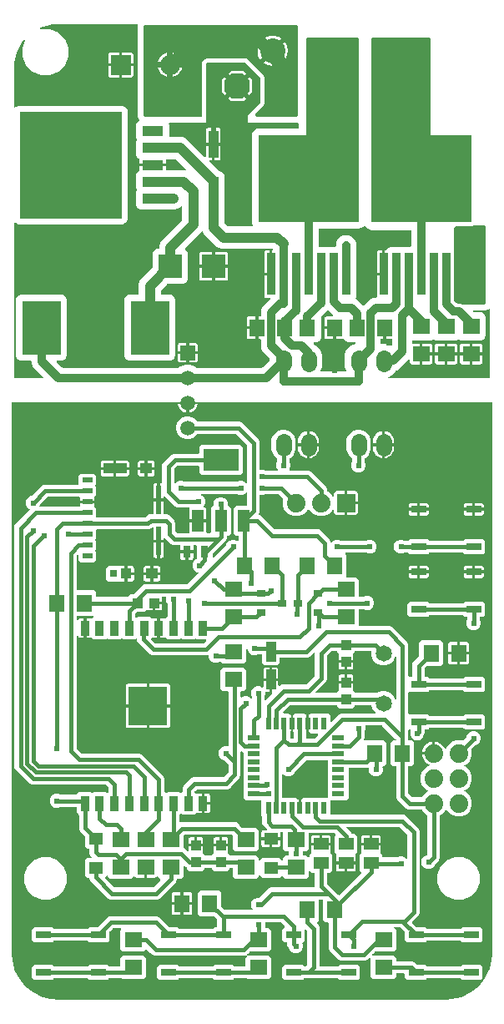
<source format=gbr>
G04 EAGLE Gerber RS-274X export*
G75*
%MOMM*%
%FSLAX34Y34*%
%LPD*%
%INTop Copper*%
%IPPOS*%
%AMOC8*
5,1,8,0,0,1.08239X$1,22.5*%
G01*
%ADD10R,1.524000X0.762000*%
%ADD11R,0.900000X1.485000*%
%ADD12R,4.000000X4.000000*%
%ADD13R,1.000000X0.500000*%
%ADD14R,0.780000X0.720000*%
%ADD15R,1.080000X1.050000*%
%ADD16R,1.200000X1.050000*%
%ADD17R,2.390000X1.050000*%
%ADD18R,0.550000X2.910000*%
%ADD19R,0.558800X1.270000*%
%ADD20R,1.270000X0.558800*%
%ADD21C,1.651000*%
%ADD22R,1.000000X1.100000*%
%ADD23R,1.600000X1.800000*%
%ADD24R,1.800000X1.600000*%
%ADD25R,1.500000X1.300000*%
%ADD26R,1.000000X2.000000*%
%ADD27R,1.400000X1.200000*%
%ADD28C,1.879600*%
%ADD29R,0.900000X0.800000*%
%ADD30R,1.100000X1.000000*%
%ADD31R,0.850000X4.350000*%
%ADD32R,10.150000X8.900000*%
%ADD33R,2.032000X2.032000*%
%ADD34C,2.032000*%
%ADD35R,10.410000X10.800000*%
%ADD36R,2.159000X1.066800*%
%ADD37C,2.540000*%
%ADD38P,2.749271X8X247.500000*%
%ADD39R,2.400000X2.400000*%
%ADD40R,4.000000X5.500000*%
%ADD41R,1.000000X2.800000*%
%ADD42R,1.219200X2.235200*%
%ADD43R,3.600000X2.200000*%
%ADD44R,0.800000X1.200000*%
%ADD45R,1.879600X1.879600*%
%ADD46R,1.500000X1.500000*%
%ADD47C,1.500000*%
%ADD48C,1.600000*%
%ADD49C,0.604000*%
%ADD50C,0.406400*%
%ADD51C,1.270000*%
%ADD52C,0.812800*%
%ADD53C,1.016000*%

G36*
X445116Y4067D02*
X445116Y4067D01*
X445143Y4066D01*
X450201Y4350D01*
X450232Y4357D01*
X450327Y4368D01*
X460189Y6619D01*
X460191Y6619D01*
X460192Y6619D01*
X460350Y6675D01*
X469464Y11064D01*
X469465Y11065D01*
X469467Y11065D01*
X469609Y11155D01*
X477517Y17462D01*
X477518Y17463D01*
X477520Y17464D01*
X477638Y17583D01*
X483945Y25491D01*
X483946Y25493D01*
X483947Y25493D01*
X484036Y25636D01*
X488425Y34750D01*
X488425Y34751D01*
X488426Y34752D01*
X488481Y34911D01*
X490732Y44773D01*
X490734Y44805D01*
X490750Y44899D01*
X491034Y49957D01*
X491032Y49974D01*
X491035Y50000D01*
X491035Y609600D01*
X491032Y609620D01*
X491034Y609639D01*
X491012Y609741D01*
X490996Y609843D01*
X490986Y609860D01*
X490982Y609880D01*
X490929Y609969D01*
X490880Y610060D01*
X490866Y610074D01*
X490856Y610091D01*
X490777Y610158D01*
X490702Y610230D01*
X490684Y610238D01*
X490669Y610251D01*
X490573Y610290D01*
X490479Y610333D01*
X490459Y610335D01*
X490441Y610343D01*
X490274Y610361D01*
X182962Y610361D01*
X182942Y610358D01*
X182923Y610360D01*
X182821Y610338D01*
X182719Y610322D01*
X182702Y610312D01*
X182682Y610308D01*
X182593Y610255D01*
X182502Y610206D01*
X182488Y610192D01*
X182471Y610182D01*
X182404Y610103D01*
X182333Y610028D01*
X182324Y610010D01*
X182311Y609995D01*
X182273Y609899D01*
X182229Y609805D01*
X182227Y609785D01*
X182219Y609767D01*
X182201Y609600D01*
X182201Y609599D01*
X182199Y609599D01*
X182199Y609600D01*
X182196Y609620D01*
X182198Y609639D01*
X182176Y609741D01*
X182159Y609843D01*
X182150Y609860D01*
X182146Y609880D01*
X182093Y609969D01*
X182044Y610060D01*
X182030Y610074D01*
X182020Y610091D01*
X181941Y610158D01*
X181866Y610230D01*
X181848Y610238D01*
X181833Y610251D01*
X181737Y610290D01*
X181643Y610333D01*
X181623Y610335D01*
X181605Y610343D01*
X181438Y610361D01*
X4826Y610361D01*
X4806Y610358D01*
X4787Y610360D01*
X4685Y610338D01*
X4583Y610322D01*
X4566Y610312D01*
X4546Y610308D01*
X4457Y610255D01*
X4366Y610206D01*
X4352Y610192D01*
X4335Y610182D01*
X4268Y610103D01*
X4196Y610028D01*
X4188Y610010D01*
X4175Y609995D01*
X4136Y609899D01*
X4093Y609805D01*
X4091Y609785D01*
X4083Y609767D01*
X4065Y609600D01*
X4065Y50000D01*
X4067Y49984D01*
X4066Y49957D01*
X4350Y44899D01*
X4357Y44868D01*
X4368Y44773D01*
X6619Y34911D01*
X6619Y34909D01*
X6619Y34908D01*
X6675Y34750D01*
X11064Y25636D01*
X11065Y25635D01*
X11065Y25633D01*
X11155Y25491D01*
X17462Y17583D01*
X17463Y17582D01*
X17464Y17580D01*
X17583Y17462D01*
X25491Y11155D01*
X25493Y11154D01*
X25493Y11153D01*
X25636Y11064D01*
X34750Y6675D01*
X34751Y6675D01*
X34752Y6674D01*
X34911Y6619D01*
X36014Y6367D01*
X39349Y5606D01*
X42685Y4844D01*
X44773Y4368D01*
X44805Y4366D01*
X44899Y4350D01*
X49957Y4066D01*
X49974Y4068D01*
X50000Y4065D01*
X445100Y4065D01*
X445116Y4067D01*
G37*
%LPC*%
G36*
X153256Y23875D02*
X153256Y23875D01*
X150875Y26256D01*
X150875Y37244D01*
X153256Y39625D01*
X171864Y39625D01*
X173419Y38070D01*
X173493Y38017D01*
X173562Y37957D01*
X173592Y37945D01*
X173618Y37926D01*
X173705Y37899D01*
X173790Y37865D01*
X173831Y37861D01*
X173854Y37854D01*
X173886Y37855D01*
X173957Y37847D01*
X207043Y37847D01*
X207133Y37861D01*
X207224Y37869D01*
X207254Y37881D01*
X207286Y37886D01*
X207366Y37929D01*
X207450Y37965D01*
X207482Y37991D01*
X207503Y38002D01*
X207525Y38025D01*
X207581Y38070D01*
X209136Y39625D01*
X227744Y39625D01*
X229299Y38070D01*
X229373Y38017D01*
X229442Y37957D01*
X229472Y37945D01*
X229498Y37926D01*
X229585Y37899D01*
X229670Y37865D01*
X229711Y37861D01*
X229734Y37854D01*
X229766Y37855D01*
X229837Y37847D01*
X240174Y37847D01*
X240194Y37850D01*
X240213Y37848D01*
X240315Y37870D01*
X240417Y37886D01*
X240434Y37896D01*
X240454Y37900D01*
X240543Y37953D01*
X240634Y38002D01*
X240648Y38016D01*
X240665Y38026D01*
X240732Y38105D01*
X240804Y38180D01*
X240812Y38198D01*
X240825Y38213D01*
X240864Y38309D01*
X240907Y38403D01*
X240909Y38423D01*
X240917Y38441D01*
X240935Y38608D01*
X240935Y46484D01*
X242375Y47923D01*
X242431Y48002D01*
X242493Y48077D01*
X242503Y48101D01*
X242518Y48123D01*
X242547Y48216D01*
X242582Y48307D01*
X242583Y48333D01*
X242590Y48358D01*
X242588Y48455D01*
X242592Y48552D01*
X242585Y48577D01*
X242584Y48604D01*
X242551Y48695D01*
X242524Y48789D01*
X242509Y48810D01*
X242500Y48835D01*
X242439Y48911D01*
X242383Y48991D01*
X242362Y49006D01*
X242346Y49027D01*
X242264Y49079D01*
X242186Y49137D01*
X242161Y49146D01*
X242139Y49160D01*
X242045Y49183D01*
X241952Y49214D01*
X241926Y49213D01*
X241900Y49220D01*
X241804Y49212D01*
X241706Y49211D01*
X241675Y49202D01*
X241655Y49201D01*
X241625Y49188D01*
X241545Y49165D01*
X239973Y48513D01*
X148647Y48513D01*
X146406Y49441D01*
X144584Y51264D01*
X140936Y54911D01*
X140920Y54923D01*
X140908Y54939D01*
X140821Y54995D01*
X140737Y55055D01*
X140718Y55061D01*
X140701Y55072D01*
X140600Y55097D01*
X140502Y55127D01*
X140482Y55127D01*
X140462Y55132D01*
X140359Y55124D01*
X140256Y55121D01*
X140237Y55114D01*
X140217Y55113D01*
X140122Y55072D01*
X140025Y55037D01*
X140009Y55024D01*
X139991Y55016D01*
X139860Y54911D01*
X137684Y52735D01*
X116316Y52735D01*
X113935Y55116D01*
X113935Y74484D01*
X114605Y75154D01*
X114647Y75212D01*
X114697Y75264D01*
X114719Y75311D01*
X114749Y75353D01*
X114770Y75422D01*
X114800Y75487D01*
X114806Y75539D01*
X114821Y75589D01*
X114819Y75660D01*
X114827Y75731D01*
X114816Y75782D01*
X114815Y75834D01*
X114790Y75902D01*
X114775Y75972D01*
X114748Y76017D01*
X114730Y76065D01*
X114686Y76121D01*
X114649Y76183D01*
X114609Y76217D01*
X114577Y76257D01*
X114516Y76296D01*
X114462Y76343D01*
X114414Y76362D01*
X114370Y76390D01*
X114300Y76408D01*
X114234Y76435D01*
X114163Y76443D01*
X114131Y76451D01*
X114108Y76449D01*
X114067Y76453D01*
X106981Y76453D01*
X106891Y76439D01*
X106800Y76431D01*
X106770Y76419D01*
X106738Y76414D01*
X106657Y76371D01*
X106573Y76335D01*
X106541Y76309D01*
X106521Y76298D01*
X106498Y76275D01*
X106442Y76230D01*
X103348Y73136D01*
X103295Y73062D01*
X103235Y72992D01*
X103223Y72962D01*
X103204Y72936D01*
X103177Y72849D01*
X103143Y72764D01*
X103139Y72723D01*
X103132Y72701D01*
X103133Y72669D01*
X103125Y72597D01*
X103125Y64356D01*
X100744Y61975D01*
X82136Y61975D01*
X80581Y63530D01*
X80507Y63583D01*
X80438Y63643D01*
X80408Y63655D01*
X80382Y63674D01*
X80295Y63701D01*
X80210Y63735D01*
X80169Y63739D01*
X80147Y63746D01*
X80114Y63745D01*
X80043Y63753D01*
X46957Y63753D01*
X46867Y63739D01*
X46776Y63731D01*
X46746Y63719D01*
X46714Y63714D01*
X46634Y63671D01*
X46550Y63635D01*
X46517Y63609D01*
X46497Y63598D01*
X46475Y63575D01*
X46419Y63530D01*
X44864Y61975D01*
X26256Y61975D01*
X23875Y64356D01*
X23875Y75344D01*
X26256Y77725D01*
X44864Y77725D01*
X46419Y76170D01*
X46493Y76117D01*
X46562Y76057D01*
X46592Y76045D01*
X46618Y76026D01*
X46705Y75999D01*
X46790Y75965D01*
X46831Y75961D01*
X46853Y75954D01*
X46886Y75955D01*
X46957Y75947D01*
X80043Y75947D01*
X80133Y75961D01*
X80224Y75969D01*
X80254Y75981D01*
X80286Y75986D01*
X80366Y76029D01*
X80450Y76065D01*
X80483Y76091D01*
X80503Y76102D01*
X80525Y76125D01*
X80581Y76170D01*
X82136Y77725D01*
X90377Y77725D01*
X90467Y77739D01*
X90558Y77747D01*
X90588Y77759D01*
X90620Y77764D01*
X90701Y77807D01*
X90785Y77843D01*
X90817Y77869D01*
X90837Y77880D01*
X90860Y77903D01*
X90916Y77948D01*
X100686Y87719D01*
X102927Y88647D01*
X151073Y88647D01*
X153314Y87719D01*
X163084Y77948D01*
X163158Y77895D01*
X163228Y77835D01*
X163258Y77823D01*
X163284Y77804D01*
X163371Y77777D01*
X163456Y77743D01*
X163497Y77739D01*
X163519Y77732D01*
X163551Y77733D01*
X163623Y77725D01*
X171864Y77725D01*
X173419Y76170D01*
X173493Y76117D01*
X173562Y76057D01*
X173592Y76045D01*
X173618Y76026D01*
X173705Y75999D01*
X173790Y75965D01*
X173831Y75961D01*
X173853Y75954D01*
X173886Y75955D01*
X173957Y75947D01*
X207043Y75947D01*
X207133Y75961D01*
X207224Y75969D01*
X207254Y75981D01*
X207286Y75986D01*
X207366Y76029D01*
X207450Y76065D01*
X207483Y76091D01*
X207503Y76102D01*
X207525Y76125D01*
X207581Y76170D01*
X209136Y77725D01*
X211582Y77725D01*
X211602Y77728D01*
X211621Y77726D01*
X211723Y77748D01*
X211825Y77764D01*
X211842Y77774D01*
X211862Y77778D01*
X211951Y77831D01*
X212042Y77880D01*
X212056Y77894D01*
X212073Y77904D01*
X212140Y77983D01*
X212212Y78058D01*
X212220Y78076D01*
X212233Y78091D01*
X212272Y78187D01*
X212315Y78281D01*
X212317Y78301D01*
X212325Y78319D01*
X212343Y78486D01*
X212343Y84819D01*
X212329Y84909D01*
X212321Y85000D01*
X212309Y85030D01*
X212304Y85062D01*
X212261Y85143D01*
X212225Y85227D01*
X212199Y85259D01*
X212188Y85279D01*
X212165Y85302D01*
X212120Y85358D01*
X209166Y88312D01*
X209092Y88365D01*
X209022Y88425D01*
X208992Y88437D01*
X208966Y88456D01*
X208879Y88483D01*
X208794Y88517D01*
X208753Y88521D01*
X208731Y88528D01*
X208699Y88527D01*
X208627Y88535D01*
X194816Y88535D01*
X192435Y90916D01*
X192435Y112284D01*
X194816Y114665D01*
X214184Y114665D01*
X216565Y112284D01*
X216565Y98473D01*
X216579Y98383D01*
X216587Y98292D01*
X216599Y98262D01*
X216604Y98230D01*
X216647Y98149D01*
X216683Y98065D01*
X216709Y98033D01*
X216720Y98013D01*
X216743Y97990D01*
X216748Y97984D01*
X216757Y97969D01*
X216767Y97961D01*
X216788Y97934D01*
X219502Y95220D01*
X219576Y95167D01*
X219646Y95107D01*
X219676Y95095D01*
X219702Y95076D01*
X219789Y95049D01*
X219874Y95015D01*
X219915Y95011D01*
X219937Y95004D01*
X219969Y95005D01*
X220041Y94997D01*
X247476Y94997D01*
X247547Y95008D01*
X247619Y95010D01*
X247668Y95028D01*
X247719Y95036D01*
X247782Y95070D01*
X247850Y95095D01*
X247890Y95127D01*
X247936Y95152D01*
X247986Y95203D01*
X248042Y95248D01*
X248070Y95292D01*
X248106Y95330D01*
X248136Y95395D01*
X248175Y95455D01*
X248187Y95506D01*
X248209Y95553D01*
X248217Y95624D01*
X248235Y95694D01*
X248231Y95746D01*
X248236Y95797D01*
X248221Y95868D01*
X248216Y95939D01*
X248195Y95987D01*
X248184Y96038D01*
X248147Y96099D01*
X248119Y96165D01*
X248074Y96221D01*
X248058Y96249D01*
X248040Y96264D01*
X248014Y96296D01*
X247994Y96317D01*
X246915Y98921D01*
X246915Y101739D01*
X247994Y104343D01*
X249987Y106336D01*
X252591Y107415D01*
X254687Y107415D01*
X254777Y107429D01*
X254868Y107437D01*
X254898Y107449D01*
X254930Y107454D01*
X255011Y107497D01*
X255095Y107533D01*
X255127Y107559D01*
X255147Y107570D01*
X255170Y107593D01*
X255226Y107638D01*
X262694Y115106D01*
X262694Y115107D01*
X264516Y116929D01*
X266757Y117857D01*
X310642Y117857D01*
X310662Y117860D01*
X310681Y117858D01*
X310783Y117880D01*
X310885Y117896D01*
X310902Y117906D01*
X310922Y117910D01*
X311011Y117963D01*
X311102Y118012D01*
X311116Y118026D01*
X311133Y118036D01*
X311200Y118115D01*
X311272Y118190D01*
X311280Y118208D01*
X311293Y118223D01*
X311332Y118319D01*
X311375Y118413D01*
X311377Y118433D01*
X311385Y118451D01*
X311403Y118618D01*
X311403Y131574D01*
X311400Y131594D01*
X311402Y131613D01*
X311380Y131715D01*
X311364Y131817D01*
X311354Y131834D01*
X311350Y131854D01*
X311297Y131943D01*
X311248Y132034D01*
X311234Y132048D01*
X311224Y132065D01*
X311145Y132132D01*
X311070Y132204D01*
X311052Y132212D01*
X311037Y132225D01*
X310941Y132264D01*
X310847Y132307D01*
X310827Y132309D01*
X310809Y132317D01*
X310642Y132335D01*
X308316Y132335D01*
X306464Y134187D01*
X306406Y134229D01*
X306354Y134279D01*
X306307Y134301D01*
X306265Y134331D01*
X306196Y134352D01*
X306131Y134382D01*
X306079Y134388D01*
X306029Y134403D01*
X305958Y134401D01*
X305887Y134409D01*
X305836Y134398D01*
X305784Y134397D01*
X305716Y134372D01*
X305646Y134357D01*
X305601Y134330D01*
X305553Y134312D01*
X305497Y134268D01*
X305435Y134231D01*
X305401Y134191D01*
X305361Y134159D01*
X305322Y134098D01*
X305275Y134044D01*
X305256Y133996D01*
X305228Y133952D01*
X305210Y133882D01*
X305183Y133816D01*
X305175Y133744D01*
X305167Y133713D01*
X305169Y133690D01*
X305165Y133649D01*
X305165Y128716D01*
X302784Y126335D01*
X281416Y126335D01*
X279035Y128716D01*
X279035Y129149D01*
X279024Y129220D01*
X279022Y129292D01*
X279004Y129340D01*
X278996Y129392D01*
X278962Y129455D01*
X278937Y129523D01*
X278905Y129563D01*
X278880Y129609D01*
X278828Y129659D01*
X278784Y129715D01*
X278740Y129743D01*
X278702Y129779D01*
X278637Y129809D01*
X278577Y129848D01*
X278526Y129860D01*
X278479Y129882D01*
X278408Y129890D01*
X278338Y129908D01*
X278286Y129904D01*
X278235Y129909D01*
X278164Y129894D01*
X278093Y129888D01*
X278045Y129868D01*
X277994Y129857D01*
X277933Y129820D01*
X277867Y129792D01*
X277811Y129747D01*
X277783Y129731D01*
X277768Y129713D01*
X277736Y129687D01*
X275384Y127335D01*
X258016Y127335D01*
X255664Y129687D01*
X255606Y129729D01*
X255554Y129779D01*
X255507Y129801D01*
X255465Y129831D01*
X255396Y129852D01*
X255331Y129882D01*
X255279Y129888D01*
X255229Y129903D01*
X255158Y129901D01*
X255087Y129909D01*
X255036Y129898D01*
X254984Y129897D01*
X254916Y129872D01*
X254846Y129857D01*
X254801Y129830D01*
X254753Y129812D01*
X254697Y129768D01*
X254635Y129731D01*
X254601Y129691D01*
X254561Y129659D01*
X254522Y129598D01*
X254475Y129544D01*
X254456Y129496D01*
X254428Y129452D01*
X254410Y129382D01*
X254383Y129316D01*
X254375Y129244D01*
X254367Y129213D01*
X254369Y129190D01*
X254365Y129149D01*
X254365Y128716D01*
X251984Y126335D01*
X230616Y126335D01*
X228235Y128716D01*
X228235Y137042D01*
X228232Y137062D01*
X228234Y137081D01*
X228212Y137183D01*
X228196Y137285D01*
X228186Y137302D01*
X228182Y137322D01*
X228129Y137411D01*
X228080Y137502D01*
X228066Y137516D01*
X228056Y137533D01*
X227977Y137600D01*
X227902Y137672D01*
X227884Y137680D01*
X227869Y137693D01*
X227773Y137732D01*
X227679Y137775D01*
X227659Y137777D01*
X227641Y137785D01*
X227474Y137803D01*
X225726Y137803D01*
X225706Y137800D01*
X225687Y137802D01*
X225585Y137780D01*
X225483Y137764D01*
X225466Y137754D01*
X225446Y137750D01*
X225357Y137697D01*
X225266Y137648D01*
X225252Y137634D01*
X225235Y137624D01*
X225168Y137545D01*
X225096Y137470D01*
X225088Y137452D01*
X225075Y137437D01*
X225036Y137341D01*
X224993Y137247D01*
X224991Y137227D01*
X224983Y137209D01*
X224965Y137042D01*
X224965Y136716D01*
X222584Y134335D01*
X209216Y134335D01*
X206835Y136716D01*
X206835Y137042D01*
X206832Y137062D01*
X206834Y137081D01*
X206812Y137183D01*
X206796Y137285D01*
X206786Y137302D01*
X206782Y137322D01*
X206729Y137411D01*
X206680Y137502D01*
X206666Y137516D01*
X206656Y137533D01*
X206577Y137600D01*
X206502Y137672D01*
X206484Y137680D01*
X206469Y137693D01*
X206373Y137732D01*
X206279Y137775D01*
X206259Y137777D01*
X206241Y137785D01*
X206074Y137803D01*
X200326Y137803D01*
X200306Y137800D01*
X200287Y137802D01*
X200185Y137780D01*
X200083Y137764D01*
X200066Y137754D01*
X200046Y137750D01*
X199957Y137697D01*
X199866Y137648D01*
X199852Y137634D01*
X199835Y137624D01*
X199768Y137545D01*
X199696Y137470D01*
X199688Y137452D01*
X199675Y137437D01*
X199636Y137341D01*
X199593Y137247D01*
X199591Y137227D01*
X199583Y137209D01*
X199565Y137042D01*
X199565Y136716D01*
X197184Y134335D01*
X183816Y134335D01*
X181435Y136716D01*
X181435Y137755D01*
X181416Y137870D01*
X181399Y137986D01*
X181397Y137992D01*
X181396Y137998D01*
X181341Y138101D01*
X181288Y138205D01*
X181283Y138210D01*
X181280Y138215D01*
X181196Y138295D01*
X181112Y138378D01*
X181106Y138381D01*
X181102Y138385D01*
X181085Y138393D01*
X180965Y138459D01*
X180306Y138731D01*
X179464Y139574D01*
X179406Y139616D01*
X179354Y139665D01*
X179307Y139687D01*
X179265Y139717D01*
X179196Y139738D01*
X179131Y139769D01*
X179079Y139774D01*
X179029Y139790D01*
X178958Y139788D01*
X178887Y139796D01*
X178836Y139785D01*
X178784Y139783D01*
X178716Y139759D01*
X178646Y139743D01*
X178601Y139717D01*
X178553Y139699D01*
X178497Y139654D01*
X178435Y139617D01*
X178401Y139578D01*
X178361Y139545D01*
X178322Y139485D01*
X178275Y139430D01*
X178256Y139382D01*
X178228Y139338D01*
X178210Y139269D01*
X178183Y139202D01*
X178175Y139131D01*
X178167Y139100D01*
X178169Y139076D01*
X178165Y139035D01*
X178165Y128716D01*
X175784Y126335D01*
X171932Y126335D01*
X171818Y126316D01*
X171701Y126299D01*
X171696Y126297D01*
X171690Y126296D01*
X171587Y126241D01*
X171482Y126188D01*
X171478Y126183D01*
X171472Y126180D01*
X171392Y126096D01*
X171310Y126012D01*
X171306Y126006D01*
X171303Y126002D01*
X171295Y125985D01*
X171229Y125865D01*
X170269Y123546D01*
X153314Y106591D01*
X151073Y105663D01*
X104197Y105663D01*
X101956Y106591D01*
X83731Y124816D01*
X82883Y126865D01*
X82821Y126965D01*
X82761Y127065D01*
X82756Y127069D01*
X82753Y127074D01*
X82663Y127149D01*
X82574Y127225D01*
X82569Y127227D01*
X82564Y127231D01*
X82455Y127273D01*
X82346Y127317D01*
X82339Y127318D01*
X82334Y127319D01*
X82316Y127320D01*
X82179Y127335D01*
X80216Y127335D01*
X77835Y129716D01*
X77835Y145084D01*
X80216Y147465D01*
X84645Y147465D01*
X84716Y147476D01*
X84788Y147478D01*
X84837Y147496D01*
X84888Y147504D01*
X84951Y147538D01*
X85019Y147563D01*
X85059Y147595D01*
X85106Y147620D01*
X85155Y147672D01*
X85211Y147716D01*
X85239Y147760D01*
X85275Y147798D01*
X85305Y147863D01*
X85344Y147923D01*
X85357Y147974D01*
X85379Y148021D01*
X85386Y148092D01*
X85404Y148162D01*
X85400Y148214D01*
X85406Y148265D01*
X85390Y148336D01*
X85385Y148407D01*
X85364Y148455D01*
X85353Y148506D01*
X85317Y148567D01*
X85288Y148633D01*
X85244Y148689D01*
X85227Y148717D01*
X85209Y148732D01*
X85184Y148764D01*
X83731Y150216D01*
X82803Y152457D01*
X82803Y156574D01*
X82800Y156594D01*
X82802Y156613D01*
X82780Y156715D01*
X82764Y156817D01*
X82754Y156834D01*
X82750Y156854D01*
X82697Y156943D01*
X82648Y157034D01*
X82634Y157048D01*
X82624Y157065D01*
X82545Y157132D01*
X82470Y157204D01*
X82452Y157212D01*
X82437Y157225D01*
X82341Y157264D01*
X82247Y157307D01*
X82227Y157309D01*
X82209Y157317D01*
X82042Y157335D01*
X80216Y157335D01*
X77835Y159716D01*
X77835Y169527D01*
X77821Y169617D01*
X77813Y169708D01*
X77801Y169738D01*
X77796Y169770D01*
X77753Y169851D01*
X77717Y169935D01*
X77691Y169967D01*
X77680Y169987D01*
X77657Y170010D01*
X77612Y170066D01*
X72831Y174846D01*
X71903Y177087D01*
X71903Y191283D01*
X71889Y191373D01*
X71881Y191464D01*
X71869Y191494D01*
X71864Y191526D01*
X71821Y191606D01*
X71785Y191690D01*
X71759Y191722D01*
X71748Y191743D01*
X71725Y191765D01*
X71680Y191821D01*
X69435Y194066D01*
X69435Y198882D01*
X69432Y198902D01*
X69434Y198921D01*
X69412Y199023D01*
X69396Y199125D01*
X69386Y199142D01*
X69382Y199162D01*
X69329Y199251D01*
X69280Y199342D01*
X69266Y199356D01*
X69256Y199373D01*
X69177Y199440D01*
X69102Y199512D01*
X69084Y199520D01*
X69069Y199533D01*
X68973Y199572D01*
X68879Y199615D01*
X68859Y199617D01*
X68841Y199625D01*
X68674Y199643D01*
X53476Y199643D01*
X53411Y199633D01*
X53346Y199632D01*
X53266Y199609D01*
X53233Y199604D01*
X53216Y199594D01*
X53185Y199585D01*
X50939Y198655D01*
X48121Y198655D01*
X45517Y199734D01*
X43524Y201727D01*
X42445Y204331D01*
X42445Y207149D01*
X43524Y209753D01*
X45517Y211746D01*
X48121Y212825D01*
X50939Y212825D01*
X53185Y211895D01*
X53248Y211880D01*
X53309Y211855D01*
X53392Y211846D01*
X53424Y211839D01*
X53443Y211840D01*
X53476Y211837D01*
X68674Y211837D01*
X68694Y211840D01*
X68713Y211838D01*
X68791Y211855D01*
X68855Y211860D01*
X68881Y211871D01*
X68917Y211876D01*
X68934Y211886D01*
X68954Y211890D01*
X69021Y211930D01*
X69081Y211956D01*
X69110Y211979D01*
X69134Y211992D01*
X69148Y212006D01*
X69165Y212016D01*
X69183Y212037D01*
X69212Y212061D01*
X71816Y214665D01*
X84184Y214665D01*
X84962Y213887D01*
X84978Y213875D01*
X84990Y213859D01*
X85078Y213803D01*
X85161Y213743D01*
X85180Y213737D01*
X85197Y213726D01*
X85298Y213701D01*
X85397Y213671D01*
X85416Y213671D01*
X85436Y213666D01*
X85539Y213674D01*
X85642Y213677D01*
X85661Y213684D01*
X85681Y213686D01*
X85776Y213726D01*
X85873Y213762D01*
X85889Y213774D01*
X85907Y213782D01*
X86038Y213887D01*
X86816Y214665D01*
X99184Y214665D01*
X99962Y213887D01*
X99978Y213875D01*
X99990Y213859D01*
X100078Y213803D01*
X100161Y213743D01*
X100180Y213737D01*
X100197Y213726D01*
X100298Y213701D01*
X100397Y213671D01*
X100416Y213671D01*
X100436Y213666D01*
X100539Y213674D01*
X100642Y213677D01*
X100661Y213684D01*
X100681Y213686D01*
X100776Y213726D01*
X100873Y213762D01*
X100889Y213774D01*
X100907Y213782D01*
X101038Y213887D01*
X101680Y214529D01*
X101733Y214603D01*
X101793Y214672D01*
X101805Y214702D01*
X101824Y214728D01*
X101851Y214815D01*
X101885Y214900D01*
X101889Y214941D01*
X101896Y214964D01*
X101895Y214996D01*
X101903Y215067D01*
X101903Y219359D01*
X101889Y219449D01*
X101881Y219540D01*
X101869Y219570D01*
X101864Y219602D01*
X101821Y219683D01*
X101785Y219767D01*
X101759Y219799D01*
X101748Y219819D01*
X101725Y219842D01*
X101680Y219898D01*
X99298Y222280D01*
X99224Y222333D01*
X99154Y222393D01*
X99124Y222405D01*
X99098Y222424D01*
X99011Y222451D01*
X98926Y222485D01*
X98885Y222489D01*
X98863Y222496D01*
X98831Y222495D01*
X98759Y222503D01*
X24187Y222503D01*
X21946Y223431D01*
X7531Y237846D01*
X6603Y240087D01*
X6603Y483813D01*
X7531Y486054D01*
X22056Y500578D01*
X22082Y500615D01*
X22116Y500646D01*
X22154Y500714D01*
X22199Y500777D01*
X22213Y500821D01*
X22235Y500861D01*
X22249Y500938D01*
X22271Y501012D01*
X22270Y501058D01*
X22278Y501103D01*
X22267Y501180D01*
X22265Y501258D01*
X22249Y501301D01*
X22243Y501347D01*
X22207Y501416D01*
X22181Y501489D01*
X22152Y501525D01*
X22131Y501566D01*
X22076Y501621D01*
X22027Y501681D01*
X21988Y501706D01*
X21956Y501738D01*
X21836Y501804D01*
X21820Y501814D01*
X21815Y501816D01*
X21809Y501819D01*
X21387Y501994D01*
X19394Y503987D01*
X18315Y506591D01*
X18315Y509409D01*
X19394Y512013D01*
X21387Y514006D01*
X23632Y514936D01*
X23688Y514971D01*
X23748Y514996D01*
X23813Y515048D01*
X23841Y515066D01*
X23854Y515081D01*
X23879Y515101D01*
X34046Y525269D01*
X36287Y526197D01*
X70574Y526197D01*
X70594Y526200D01*
X70613Y526198D01*
X70715Y526220D01*
X70817Y526236D01*
X70834Y526246D01*
X70854Y526250D01*
X70943Y526303D01*
X71034Y526352D01*
X71048Y526366D01*
X71065Y526376D01*
X71132Y526455D01*
X71204Y526530D01*
X71212Y526548D01*
X71225Y526563D01*
X71264Y526659D01*
X71307Y526753D01*
X71309Y526773D01*
X71317Y526791D01*
X71335Y526958D01*
X71335Y535284D01*
X73716Y537665D01*
X87084Y537665D01*
X89465Y535284D01*
X89465Y526916D01*
X88687Y526138D01*
X88675Y526122D01*
X88659Y526110D01*
X88603Y526022D01*
X88543Y525939D01*
X88537Y525920D01*
X88526Y525903D01*
X88501Y525802D01*
X88471Y525703D01*
X88471Y525684D01*
X88466Y525664D01*
X88474Y525561D01*
X88477Y525458D01*
X88484Y525439D01*
X88486Y525419D01*
X88526Y525324D01*
X88562Y525227D01*
X88574Y525211D01*
X88582Y525193D01*
X88687Y525062D01*
X89465Y524284D01*
X89465Y515916D01*
X87581Y514033D01*
X87555Y513997D01*
X87523Y513967D01*
X87484Y513898D01*
X87437Y513833D01*
X87424Y513791D01*
X87403Y513753D01*
X87388Y513674D01*
X87365Y513598D01*
X87366Y513554D01*
X87358Y513511D01*
X87369Y513432D01*
X87371Y513352D01*
X87386Y513311D01*
X87393Y513267D01*
X87451Y513134D01*
X87456Y513121D01*
X87458Y513118D01*
X87460Y513114D01*
X87768Y512581D01*
X87941Y511934D01*
X87941Y510349D01*
X80888Y510349D01*
X80869Y510346D01*
X80849Y510348D01*
X80747Y510326D01*
X80645Y510310D01*
X80628Y510300D01*
X80608Y510296D01*
X80519Y510243D01*
X80428Y510194D01*
X80414Y510180D01*
X80397Y510170D01*
X80394Y510166D01*
X80340Y510218D01*
X80322Y510226D01*
X80307Y510239D01*
X80210Y510278D01*
X80117Y510321D01*
X80097Y510323D01*
X80079Y510331D01*
X79912Y510349D01*
X72859Y510349D01*
X72859Y511934D01*
X73032Y512581D01*
X73194Y512861D01*
X73228Y512951D01*
X73268Y513037D01*
X73271Y513065D01*
X73281Y513091D01*
X73285Y513187D01*
X73295Y513281D01*
X73289Y513309D01*
X73291Y513337D01*
X73263Y513429D01*
X73243Y513522D01*
X73229Y513546D01*
X73221Y513573D01*
X73166Y513651D01*
X73117Y513733D01*
X73096Y513751D01*
X73079Y513774D01*
X73003Y513831D01*
X72930Y513893D01*
X72904Y513903D01*
X72881Y513920D01*
X72791Y513949D01*
X72702Y513985D01*
X72667Y513989D01*
X72647Y513995D01*
X72614Y513995D01*
X72535Y514003D01*
X40341Y514003D01*
X40251Y513989D01*
X40160Y513981D01*
X40130Y513969D01*
X40098Y513964D01*
X40017Y513921D01*
X39933Y513885D01*
X39901Y513859D01*
X39881Y513848D01*
X39858Y513825D01*
X39802Y513780D01*
X32501Y506479D01*
X32463Y506426D01*
X32417Y506379D01*
X32377Y506306D01*
X32358Y506279D01*
X32352Y506261D01*
X32336Y506232D01*
X31929Y505249D01*
X31919Y505207D01*
X31903Y505172D01*
X31903Y505171D01*
X31899Y505163D01*
X31891Y505086D01*
X31873Y505010D01*
X31877Y504964D01*
X31872Y504919D01*
X31889Y504842D01*
X31896Y504765D01*
X31915Y504723D01*
X31924Y504678D01*
X31964Y504611D01*
X31996Y504540D01*
X32027Y504506D01*
X32051Y504467D01*
X32110Y504416D01*
X32162Y504359D01*
X32203Y504337D01*
X32238Y504307D01*
X32310Y504278D01*
X32378Y504241D01*
X32423Y504232D01*
X32466Y504215D01*
X32602Y504200D01*
X32620Y504197D01*
X32625Y504198D01*
X32632Y504197D01*
X72535Y504197D01*
X72629Y504212D01*
X72724Y504221D01*
X72750Y504232D01*
X72778Y504236D01*
X72862Y504281D01*
X72950Y504319D01*
X72970Y504338D01*
X72995Y504352D01*
X73061Y504421D01*
X73132Y504485D01*
X73145Y504509D01*
X73165Y504530D01*
X73205Y504616D01*
X73251Y504700D01*
X73256Y504727D01*
X73268Y504753D01*
X73279Y504848D01*
X73296Y504941D01*
X73292Y504969D01*
X73295Y504997D01*
X73275Y505091D01*
X73262Y505185D01*
X73248Y505217D01*
X73243Y505238D01*
X73238Y505247D01*
X73226Y505267D01*
X73194Y505339D01*
X73032Y505619D01*
X72859Y506266D01*
X72859Y507851D01*
X79912Y507851D01*
X79931Y507854D01*
X79951Y507852D01*
X80053Y507874D01*
X80155Y507890D01*
X80172Y507900D01*
X80192Y507904D01*
X80281Y507957D01*
X80372Y508006D01*
X80386Y508020D01*
X80403Y508030D01*
X80406Y508034D01*
X80460Y507982D01*
X80478Y507974D01*
X80493Y507961D01*
X80590Y507922D01*
X80683Y507879D01*
X80703Y507877D01*
X80721Y507869D01*
X80888Y507851D01*
X87941Y507851D01*
X87941Y506266D01*
X87768Y505619D01*
X87460Y505086D01*
X87444Y505045D01*
X87421Y505009D01*
X87401Y504931D01*
X87373Y504856D01*
X87371Y504812D01*
X87361Y504770D01*
X87367Y504691D01*
X87364Y504611D01*
X87376Y504568D01*
X87380Y504525D01*
X87411Y504451D01*
X87434Y504375D01*
X87459Y504339D01*
X87476Y504298D01*
X87567Y504185D01*
X87575Y504173D01*
X87578Y504171D01*
X87581Y504168D01*
X89465Y502284D01*
X89465Y493958D01*
X89468Y493938D01*
X89466Y493919D01*
X89488Y493817D01*
X89504Y493715D01*
X89514Y493698D01*
X89518Y493678D01*
X89571Y493589D01*
X89620Y493498D01*
X89634Y493484D01*
X89644Y493467D01*
X89723Y493400D01*
X89798Y493328D01*
X89816Y493320D01*
X89831Y493307D01*
X89927Y493268D01*
X90021Y493225D01*
X90041Y493223D01*
X90059Y493215D01*
X90226Y493197D01*
X138819Y493197D01*
X138909Y493211D01*
X139000Y493219D01*
X139030Y493231D01*
X139062Y493236D01*
X139143Y493279D01*
X139227Y493315D01*
X139259Y493341D01*
X139279Y493352D01*
X139302Y493375D01*
X139358Y493420D01*
X141326Y495389D01*
X143567Y496317D01*
X146698Y496317D01*
X146718Y496320D01*
X146737Y496318D01*
X146839Y496340D01*
X146941Y496356D01*
X146958Y496366D01*
X146978Y496370D01*
X147067Y496423D01*
X147158Y496472D01*
X147172Y496486D01*
X147189Y496496D01*
X147256Y496575D01*
X147328Y496650D01*
X147336Y496668D01*
X147349Y496683D01*
X147388Y496779D01*
X147431Y496873D01*
X147433Y496893D01*
X147441Y496911D01*
X147459Y497078D01*
X147459Y509676D01*
X152137Y509676D01*
X152156Y509679D01*
X152176Y509677D01*
X152278Y509699D01*
X152380Y509715D01*
X152397Y509725D01*
X152417Y509729D01*
X152506Y509782D01*
X152597Y509831D01*
X152611Y509845D01*
X152628Y509855D01*
X152695Y509934D01*
X152749Y509991D01*
X152757Y509977D01*
X152771Y509963D01*
X152781Y509946D01*
X152860Y509879D01*
X152935Y509807D01*
X152953Y509799D01*
X152968Y509786D01*
X153065Y509747D01*
X153158Y509704D01*
X153178Y509702D01*
X153196Y509694D01*
X153363Y509676D01*
X158041Y509676D01*
X158041Y497078D01*
X158044Y497058D01*
X158042Y497039D01*
X158064Y496937D01*
X158080Y496835D01*
X158090Y496818D01*
X158094Y496798D01*
X158147Y496709D01*
X158196Y496618D01*
X158210Y496604D01*
X158220Y496587D01*
X158299Y496520D01*
X158374Y496448D01*
X158392Y496440D01*
X158407Y496427D01*
X158503Y496388D01*
X158597Y496345D01*
X158617Y496343D01*
X158635Y496335D01*
X158802Y496317D01*
X161233Y496317D01*
X163474Y495389D01*
X168999Y489864D01*
X169927Y487623D01*
X169927Y479091D01*
X169934Y479047D01*
X169934Y479045D01*
X169936Y479037D01*
X169941Y479001D01*
X169949Y478910D01*
X169961Y478880D01*
X169966Y478848D01*
X169984Y478815D01*
X169986Y478805D01*
X170011Y478763D01*
X170045Y478683D01*
X170071Y478651D01*
X170082Y478631D01*
X170101Y478612D01*
X170112Y478594D01*
X170126Y478582D01*
X170150Y478552D01*
X171212Y477490D01*
X171286Y477437D01*
X171356Y477377D01*
X171386Y477365D01*
X171412Y477346D01*
X171499Y477319D01*
X171584Y477285D01*
X171625Y477281D01*
X171647Y477274D01*
X171679Y477275D01*
X171751Y477267D01*
X183408Y477267D01*
X183525Y477286D01*
X183643Y477304D01*
X183646Y477306D01*
X183650Y477306D01*
X183756Y477362D01*
X183861Y477417D01*
X183864Y477420D01*
X183868Y477422D01*
X183950Y477508D01*
X184033Y477593D01*
X184034Y477597D01*
X184037Y477600D01*
X184088Y477708D01*
X184139Y477815D01*
X184139Y477819D01*
X184141Y477823D01*
X184154Y477941D01*
X184168Y478059D01*
X184168Y478064D01*
X184168Y478067D01*
X184165Y478081D01*
X184149Y478184D01*
X184149Y488189D01*
X192024Y488189D01*
X192044Y488192D01*
X192063Y488190D01*
X192165Y488212D01*
X192267Y488229D01*
X192284Y488238D01*
X192304Y488242D01*
X192393Y488295D01*
X192484Y488344D01*
X192498Y488358D01*
X192515Y488368D01*
X192582Y488447D01*
X192653Y488522D01*
X192662Y488540D01*
X192675Y488555D01*
X192714Y488651D01*
X192757Y488745D01*
X192759Y488765D01*
X192767Y488783D01*
X192785Y488950D01*
X192785Y490474D01*
X192782Y490494D01*
X192784Y490513D01*
X192762Y490615D01*
X192745Y490717D01*
X192736Y490734D01*
X192732Y490754D01*
X192679Y490843D01*
X192630Y490934D01*
X192616Y490948D01*
X192606Y490965D01*
X192527Y491032D01*
X192452Y491103D01*
X192434Y491112D01*
X192419Y491125D01*
X192323Y491164D01*
X192229Y491207D01*
X192209Y491209D01*
X192191Y491217D01*
X192024Y491235D01*
X184149Y491235D01*
X184149Y501222D01*
X184322Y501869D01*
X184416Y502031D01*
X184450Y502121D01*
X184490Y502207D01*
X184493Y502235D01*
X184503Y502261D01*
X184507Y502357D01*
X184517Y502451D01*
X184511Y502479D01*
X184512Y502507D01*
X184485Y502599D01*
X184465Y502692D01*
X184451Y502716D01*
X184443Y502743D01*
X184388Y502821D01*
X184339Y502903D01*
X184317Y502921D01*
X184301Y502944D01*
X184225Y503001D01*
X184152Y503063D01*
X184126Y503073D01*
X184103Y503090D01*
X184012Y503119D01*
X183924Y503155D01*
X183889Y503159D01*
X183869Y503165D01*
X183836Y503165D01*
X183757Y503173D01*
X171507Y503173D01*
X169266Y504101D01*
X159340Y514028D01*
X159282Y514070D01*
X159230Y514119D01*
X159183Y514141D01*
X159141Y514171D01*
X159072Y514192D01*
X159007Y514223D01*
X158955Y514228D01*
X158905Y514244D01*
X158834Y514242D01*
X158763Y514250D01*
X158712Y514239D01*
X158660Y514237D01*
X158592Y514213D01*
X158522Y514197D01*
X158477Y514171D01*
X158429Y514153D01*
X158373Y514108D01*
X158311Y514071D01*
X158277Y514032D01*
X158237Y513999D01*
X158198Y513939D01*
X158151Y513884D01*
X158132Y513836D01*
X158104Y513792D01*
X158086Y513723D01*
X158059Y513656D01*
X158051Y513585D01*
X158043Y513554D01*
X158045Y513530D01*
X158041Y513489D01*
X158041Y512424D01*
X154124Y512424D01*
X154124Y528141D01*
X155702Y528141D01*
X155722Y528144D01*
X155741Y528142D01*
X155843Y528164D01*
X155945Y528180D01*
X155962Y528190D01*
X155982Y528194D01*
X156071Y528247D01*
X156162Y528296D01*
X156176Y528310D01*
X156193Y528320D01*
X156260Y528399D01*
X156332Y528474D01*
X156340Y528492D01*
X156353Y528507D01*
X156392Y528603D01*
X156435Y528697D01*
X156437Y528717D01*
X156445Y528735D01*
X156463Y528902D01*
X156463Y546043D01*
X157391Y548284D01*
X165966Y556859D01*
X168207Y557787D01*
X193074Y557787D01*
X193094Y557790D01*
X193113Y557788D01*
X193215Y557810D01*
X193317Y557826D01*
X193334Y557836D01*
X193354Y557840D01*
X193443Y557893D01*
X193534Y557942D01*
X193548Y557956D01*
X193565Y557966D01*
X193632Y558045D01*
X193704Y558120D01*
X193712Y558138D01*
X193725Y558153D01*
X193764Y558249D01*
X193807Y558343D01*
X193809Y558363D01*
X193817Y558381D01*
X193835Y558548D01*
X193835Y564374D01*
X196216Y566755D01*
X235584Y566755D01*
X237965Y564374D01*
X237965Y539006D01*
X235584Y536625D01*
X196216Y536625D01*
X193835Y539006D01*
X193835Y544832D01*
X193832Y544852D01*
X193834Y544871D01*
X193812Y544973D01*
X193796Y545075D01*
X193786Y545092D01*
X193782Y545112D01*
X193729Y545201D01*
X193680Y545292D01*
X193666Y545306D01*
X193656Y545323D01*
X193577Y545390D01*
X193502Y545462D01*
X193484Y545470D01*
X193469Y545483D01*
X193373Y545522D01*
X193279Y545565D01*
X193259Y545567D01*
X193241Y545575D01*
X193074Y545593D01*
X172261Y545593D01*
X172171Y545579D01*
X172080Y545571D01*
X172050Y545559D01*
X172018Y545554D01*
X171937Y545511D01*
X171853Y545475D01*
X171821Y545449D01*
X171801Y545438D01*
X171778Y545415D01*
X171722Y545370D01*
X168880Y542528D01*
X168827Y542454D01*
X168767Y542384D01*
X168755Y542354D01*
X168736Y542328D01*
X168709Y542241D01*
X168675Y542156D01*
X168671Y542115D01*
X168664Y542093D01*
X168665Y542061D01*
X168657Y541989D01*
X168657Y528494D01*
X168668Y528423D01*
X168670Y528351D01*
X168688Y528302D01*
X168696Y528251D01*
X168730Y528188D01*
X168755Y528120D01*
X168787Y528080D01*
X168812Y528034D01*
X168864Y527984D01*
X168908Y527928D01*
X168952Y527900D01*
X168990Y527864D01*
X169055Y527834D01*
X169115Y527795D01*
X169166Y527783D01*
X169213Y527761D01*
X169284Y527753D01*
X169354Y527735D01*
X169406Y527739D01*
X169457Y527734D01*
X169528Y527749D01*
X169599Y527754D01*
X169647Y527775D01*
X169698Y527786D01*
X169759Y527823D01*
X169825Y527851D01*
X169881Y527896D01*
X169909Y527912D01*
X169924Y527930D01*
X169956Y527956D01*
X171247Y529246D01*
X173851Y530325D01*
X176669Y530325D01*
X178915Y529395D01*
X178978Y529380D01*
X179039Y529355D01*
X179122Y529346D01*
X179154Y529339D01*
X179173Y529340D01*
X179206Y529337D01*
X232274Y529337D01*
X232339Y529347D01*
X232404Y529348D01*
X232484Y529371D01*
X232517Y529376D01*
X232534Y529386D01*
X232565Y529395D01*
X234811Y530325D01*
X237629Y530325D01*
X240233Y529246D01*
X241524Y527956D01*
X241582Y527914D01*
X241634Y527864D01*
X241681Y527842D01*
X241723Y527812D01*
X241792Y527791D01*
X241857Y527761D01*
X241909Y527755D01*
X241959Y527740D01*
X242030Y527742D01*
X242101Y527734D01*
X242152Y527745D01*
X242204Y527746D01*
X242272Y527771D01*
X242342Y527786D01*
X242387Y527813D01*
X242435Y527830D01*
X242491Y527875D01*
X242553Y527912D01*
X242587Y527952D01*
X242627Y527984D01*
X242666Y528044D01*
X242713Y528099D01*
X242732Y528147D01*
X242760Y528191D01*
X242778Y528261D01*
X242805Y528327D01*
X242813Y528398D01*
X242821Y528430D01*
X242819Y528453D01*
X242823Y528494D01*
X242823Y566119D01*
X242809Y566209D01*
X242801Y566300D01*
X242789Y566330D01*
X242784Y566362D01*
X242741Y566443D01*
X242705Y566527D01*
X242679Y566559D01*
X242668Y566579D01*
X242645Y566602D01*
X242600Y566658D01*
X231378Y577880D01*
X231304Y577933D01*
X231234Y577993D01*
X231204Y578005D01*
X231178Y578024D01*
X231091Y578051D01*
X231006Y578085D01*
X230965Y578089D01*
X230943Y578096D01*
X230911Y578095D01*
X230839Y578103D01*
X192701Y578103D01*
X192586Y578085D01*
X192470Y578067D01*
X192464Y578065D01*
X192458Y578064D01*
X192355Y578009D01*
X192251Y577956D01*
X192246Y577951D01*
X192241Y577948D01*
X192160Y577864D01*
X192078Y577780D01*
X192075Y577774D01*
X192071Y577770D01*
X192063Y577753D01*
X192009Y577654D01*
X188751Y574396D01*
X184500Y572635D01*
X179900Y572635D01*
X175649Y574396D01*
X172396Y577649D01*
X170635Y581900D01*
X170635Y586500D01*
X172396Y590751D01*
X175649Y594004D01*
X179900Y595765D01*
X184500Y595765D01*
X188751Y594004D01*
X192013Y590742D01*
X192059Y590668D01*
X192119Y590567D01*
X192124Y590563D01*
X192127Y590558D01*
X192217Y590483D01*
X192306Y590407D01*
X192312Y590405D01*
X192317Y590401D01*
X192425Y590359D01*
X192534Y590315D01*
X192542Y590314D01*
X192546Y590313D01*
X192565Y590312D01*
X192701Y590297D01*
X234893Y590297D01*
X237134Y589369D01*
X254089Y572414D01*
X255017Y570173D01*
X255017Y542321D01*
X255024Y542275D01*
X255022Y542230D01*
X255044Y542155D01*
X255056Y542078D01*
X255078Y542037D01*
X255091Y541993D01*
X255135Y541929D01*
X255172Y541861D01*
X255205Y541829D01*
X255231Y541791D01*
X255293Y541745D01*
X255350Y541691D01*
X255392Y541672D01*
X255428Y541645D01*
X255502Y541620D01*
X255573Y541588D01*
X255619Y541583D01*
X255662Y541568D01*
X255740Y541569D01*
X255817Y541561D01*
X255862Y541570D01*
X255908Y541571D01*
X256039Y541609D01*
X256058Y541613D01*
X256062Y541615D01*
X256069Y541617D01*
X256401Y541755D01*
X259219Y541755D01*
X261465Y540825D01*
X261528Y540810D01*
X261589Y540785D01*
X261672Y540776D01*
X261704Y540769D01*
X261723Y540770D01*
X261756Y540767D01*
X272876Y540767D01*
X272947Y540778D01*
X273019Y540780D01*
X273068Y540798D01*
X273119Y540806D01*
X273182Y540840D01*
X273250Y540865D01*
X273290Y540897D01*
X273336Y540922D01*
X273386Y540973D01*
X273442Y541018D01*
X273470Y541062D01*
X273506Y541100D01*
X273536Y541165D01*
X273575Y541225D01*
X273587Y541276D01*
X273609Y541323D01*
X273617Y541394D01*
X273635Y541464D01*
X273631Y541516D01*
X273636Y541567D01*
X273621Y541638D01*
X273616Y541709D01*
X273595Y541757D01*
X273584Y541808D01*
X273547Y541869D01*
X273519Y541935D01*
X273474Y541991D01*
X273458Y542019D01*
X273440Y542034D01*
X273414Y542066D01*
X273394Y542087D01*
X272315Y544691D01*
X272315Y547509D01*
X273245Y549755D01*
X273260Y549818D01*
X273285Y549879D01*
X273294Y549962D01*
X273301Y549994D01*
X273300Y550013D01*
X273303Y550046D01*
X273303Y552808D01*
X273284Y552923D01*
X273267Y553039D01*
X273265Y553045D01*
X273264Y553051D01*
X273209Y553153D01*
X273156Y553258D01*
X273151Y553263D01*
X273148Y553268D01*
X273064Y553348D01*
X272980Y553430D01*
X272974Y553434D01*
X272970Y553437D01*
X272953Y553445D01*
X272833Y553511D01*
X272566Y553622D01*
X269172Y557016D01*
X267335Y561450D01*
X267335Y572750D01*
X269172Y577184D01*
X272566Y580578D01*
X277000Y582415D01*
X281800Y582415D01*
X286234Y580578D01*
X289628Y577184D01*
X291465Y572750D01*
X291465Y561450D01*
X289628Y557016D01*
X286234Y553622D01*
X285967Y553511D01*
X285867Y553449D01*
X285767Y553390D01*
X285763Y553385D01*
X285758Y553382D01*
X285682Y553291D01*
X285607Y553203D01*
X285605Y553197D01*
X285601Y553192D01*
X285559Y553084D01*
X285515Y552975D01*
X285514Y552967D01*
X285513Y552963D01*
X285512Y552944D01*
X285497Y552808D01*
X285497Y550046D01*
X285507Y549981D01*
X285508Y549916D01*
X285531Y549836D01*
X285536Y549803D01*
X285546Y549786D01*
X285555Y549755D01*
X286485Y547509D01*
X286485Y544691D01*
X285406Y542087D01*
X285386Y542066D01*
X285344Y542008D01*
X285294Y541956D01*
X285272Y541909D01*
X285242Y541867D01*
X285221Y541798D01*
X285191Y541733D01*
X285185Y541681D01*
X285170Y541632D01*
X285172Y541560D01*
X285164Y541489D01*
X285175Y541438D01*
X285176Y541386D01*
X285201Y541318D01*
X285216Y541248D01*
X285243Y541203D01*
X285260Y541155D01*
X285305Y541099D01*
X285342Y541037D01*
X285382Y541003D01*
X285414Y540963D01*
X285474Y540924D01*
X285529Y540877D01*
X285577Y540858D01*
X285621Y540830D01*
X285691Y540812D01*
X285757Y540785D01*
X285828Y540777D01*
X285860Y540769D01*
X285883Y540771D01*
X285924Y540767D01*
X304743Y540767D01*
X306984Y539839D01*
X322669Y524154D01*
X323597Y521913D01*
X323597Y520555D01*
X323616Y520440D01*
X323633Y520324D01*
X323635Y520319D01*
X323636Y520313D01*
X323691Y520210D01*
X323744Y520105D01*
X323749Y520101D01*
X323752Y520095D01*
X323836Y520015D01*
X323920Y519933D01*
X323926Y519929D01*
X323930Y519926D01*
X323947Y519918D01*
X324067Y519852D01*
X325126Y519413D01*
X328913Y515626D01*
X329497Y514217D01*
X329548Y514134D01*
X329594Y514048D01*
X329612Y514030D01*
X329626Y514008D01*
X329702Y513946D01*
X329772Y513879D01*
X329796Y513868D01*
X329816Y513851D01*
X329907Y513816D01*
X329995Y513775D01*
X330021Y513772D01*
X330045Y513763D01*
X330143Y513759D01*
X330239Y513748D01*
X330265Y513754D01*
X330291Y513753D01*
X330385Y513780D01*
X330480Y513801D01*
X330502Y513814D01*
X330527Y513821D01*
X330607Y513877D01*
X330691Y513927D01*
X330708Y513947D01*
X330729Y513961D01*
X330788Y514040D01*
X330851Y514114D01*
X330861Y514138D01*
X330876Y514159D01*
X330906Y514251D01*
X330943Y514342D01*
X330946Y514374D01*
X330952Y514393D01*
X330952Y514426D01*
X330961Y514508D01*
X330961Y517732D01*
X331134Y518379D01*
X331469Y518958D01*
X331942Y519431D01*
X332521Y519766D01*
X333168Y519939D01*
X341377Y519939D01*
X341377Y508762D01*
X341379Y508747D01*
X341378Y508734D01*
X341379Y508730D01*
X341378Y508723D01*
X341400Y508621D01*
X341417Y508519D01*
X341426Y508502D01*
X341430Y508482D01*
X341483Y508393D01*
X341532Y508302D01*
X341546Y508288D01*
X341556Y508271D01*
X341635Y508204D01*
X341710Y508133D01*
X341728Y508124D01*
X341743Y508111D01*
X341839Y508073D01*
X341933Y508029D01*
X341953Y508027D01*
X341971Y508019D01*
X342138Y508001D01*
X342901Y508001D01*
X342901Y507999D01*
X342138Y507999D01*
X342118Y507996D01*
X342099Y507998D01*
X341997Y507976D01*
X341895Y507959D01*
X341878Y507950D01*
X341858Y507946D01*
X341769Y507893D01*
X341678Y507844D01*
X341664Y507830D01*
X341647Y507820D01*
X341580Y507741D01*
X341509Y507666D01*
X341500Y507648D01*
X341487Y507633D01*
X341448Y507537D01*
X341405Y507443D01*
X341403Y507423D01*
X341395Y507405D01*
X341377Y507238D01*
X341377Y496061D01*
X333168Y496061D01*
X332521Y496234D01*
X331942Y496569D01*
X331469Y497042D01*
X331134Y497621D01*
X330961Y498268D01*
X330961Y501492D01*
X330946Y501588D01*
X330936Y501685D01*
X330926Y501708D01*
X330922Y501734D01*
X330876Y501820D01*
X330836Y501909D01*
X330819Y501929D01*
X330806Y501952D01*
X330736Y502019D01*
X330670Y502090D01*
X330647Y502103D01*
X330628Y502121D01*
X330540Y502162D01*
X330454Y502209D01*
X330429Y502214D01*
X330405Y502225D01*
X330308Y502235D01*
X330212Y502253D01*
X330186Y502249D01*
X330161Y502252D01*
X330065Y502231D01*
X329969Y502217D01*
X329946Y502205D01*
X329920Y502199D01*
X329837Y502150D01*
X329750Y502105D01*
X329731Y502087D01*
X329709Y502073D01*
X329646Y501999D01*
X329578Y501930D01*
X329562Y501901D01*
X329549Y501886D01*
X329537Y501856D01*
X329497Y501783D01*
X328913Y500374D01*
X325126Y496587D01*
X320178Y494537D01*
X314822Y494537D01*
X309874Y496587D01*
X306087Y500374D01*
X305503Y501783D01*
X305465Y501844D01*
X305436Y501909D01*
X305401Y501948D01*
X305374Y501992D01*
X305318Y502038D01*
X305270Y502090D01*
X305224Y502115D01*
X305184Y502149D01*
X305117Y502174D01*
X305054Y502209D01*
X305003Y502218D01*
X304955Y502237D01*
X304883Y502240D01*
X304812Y502253D01*
X304761Y502245D01*
X304709Y502247D01*
X304640Y502227D01*
X304569Y502217D01*
X304523Y502193D01*
X304473Y502179D01*
X304414Y502138D01*
X304350Y502105D01*
X304313Y502068D01*
X304271Y502038D01*
X304228Y501981D01*
X304178Y501930D01*
X304143Y501867D01*
X304124Y501841D01*
X304117Y501819D01*
X304097Y501783D01*
X303513Y500374D01*
X299726Y496587D01*
X294778Y494537D01*
X289422Y494537D01*
X284474Y496587D01*
X280687Y500374D01*
X278637Y505322D01*
X278637Y510678D01*
X279076Y511737D01*
X279103Y511851D01*
X279131Y511964D01*
X279131Y511971D01*
X279132Y511977D01*
X279121Y512093D01*
X279112Y512210D01*
X279110Y512215D01*
X279109Y512222D01*
X279061Y512329D01*
X279016Y512436D01*
X279011Y512442D01*
X279009Y512446D01*
X278996Y512460D01*
X278911Y512567D01*
X274558Y516920D01*
X274484Y516973D01*
X274414Y517033D01*
X274384Y517045D01*
X274358Y517064D01*
X274271Y517091D01*
X274186Y517125D01*
X274145Y517129D01*
X274123Y517136D01*
X274091Y517135D01*
X274019Y517143D01*
X261756Y517143D01*
X261691Y517133D01*
X261626Y517132D01*
X261546Y517109D01*
X261513Y517104D01*
X261496Y517094D01*
X261465Y517085D01*
X259219Y516155D01*
X256401Y516155D01*
X256069Y516293D01*
X256025Y516303D01*
X255983Y516322D01*
X255906Y516331D01*
X255830Y516349D01*
X255784Y516344D01*
X255739Y516349D01*
X255662Y516333D01*
X255585Y516326D01*
X255543Y516307D01*
X255498Y516297D01*
X255431Y516257D01*
X255360Y516226D01*
X255326Y516195D01*
X255287Y516171D01*
X255236Y516112D01*
X255179Y516059D01*
X255157Y516019D01*
X255127Y515984D01*
X255098Y515912D01*
X255061Y515844D01*
X255052Y515799D01*
X255035Y515756D01*
X255020Y515620D01*
X255017Y515602D01*
X255018Y515597D01*
X255017Y515589D01*
X255017Y498405D01*
X254412Y496946D01*
X254408Y496927D01*
X254398Y496909D01*
X254380Y496807D01*
X254356Y496707D01*
X254358Y496687D01*
X254354Y496667D01*
X254370Y496565D01*
X254379Y496462D01*
X254387Y496444D01*
X254390Y496424D01*
X254437Y496332D01*
X254479Y496237D01*
X254493Y496222D01*
X254502Y496205D01*
X254576Y496132D01*
X254646Y496056D01*
X254663Y496046D01*
X254677Y496032D01*
X254824Y495952D01*
X256184Y495389D01*
X270272Y481300D01*
X270346Y481247D01*
X270416Y481187D01*
X270446Y481175D01*
X270472Y481156D01*
X270559Y481129D01*
X270644Y481095D01*
X270685Y481091D01*
X270707Y481084D01*
X270739Y481085D01*
X270811Y481077D01*
X314903Y481077D01*
X317144Y480149D01*
X326479Y470814D01*
X327441Y468489D01*
X327465Y468450D01*
X327481Y468407D01*
X327530Y468346D01*
X327571Y468280D01*
X327606Y468251D01*
X327635Y468215D01*
X327700Y468173D01*
X327760Y468123D01*
X327803Y468107D01*
X327842Y468082D01*
X327917Y468063D01*
X327990Y468035D01*
X328036Y468033D01*
X328080Y468022D01*
X328158Y468028D01*
X328236Y468025D01*
X328280Y468038D01*
X328326Y468041D01*
X328397Y468072D01*
X328472Y468093D01*
X328510Y468119D01*
X328552Y468137D01*
X328659Y468223D01*
X328674Y468234D01*
X328677Y468238D01*
X328683Y468242D01*
X329997Y469556D01*
X332601Y470635D01*
X335419Y470635D01*
X337665Y469705D01*
X337728Y469690D01*
X337789Y469665D01*
X337872Y469656D01*
X337904Y469649D01*
X337923Y469650D01*
X337956Y469647D01*
X363084Y469647D01*
X363149Y469657D01*
X363214Y469658D01*
X363294Y469681D01*
X363327Y469686D01*
X363344Y469696D01*
X363375Y469705D01*
X365621Y470635D01*
X368439Y470635D01*
X371043Y469556D01*
X373036Y467563D01*
X374115Y464959D01*
X374115Y462141D01*
X373036Y459537D01*
X371043Y457544D01*
X368439Y456465D01*
X365621Y456465D01*
X363375Y457395D01*
X363312Y457410D01*
X363251Y457435D01*
X363168Y457444D01*
X363136Y457451D01*
X363117Y457450D01*
X363084Y457453D01*
X343133Y457453D01*
X343062Y457442D01*
X342990Y457440D01*
X342942Y457422D01*
X342890Y457414D01*
X342827Y457380D01*
X342759Y457355D01*
X342719Y457323D01*
X342673Y457298D01*
X342623Y457246D01*
X342567Y457202D01*
X342539Y457158D01*
X342503Y457120D01*
X342473Y457055D01*
X342434Y456995D01*
X342422Y456944D01*
X342400Y456897D01*
X342392Y456826D01*
X342374Y456756D01*
X342378Y456704D01*
X342373Y456653D01*
X342388Y456582D01*
X342394Y456511D01*
X342414Y456463D01*
X342425Y456412D01*
X342462Y456351D01*
X342490Y456285D01*
X342535Y456229D01*
X342551Y456201D01*
X342569Y456186D01*
X342595Y456154D01*
X343565Y455184D01*
X343565Y433816D01*
X343513Y433764D01*
X343471Y433706D01*
X343421Y433654D01*
X343399Y433607D01*
X343369Y433565D01*
X343348Y433496D01*
X343318Y433431D01*
X343312Y433379D01*
X343297Y433329D01*
X343299Y433258D01*
X343291Y433187D01*
X343302Y433136D01*
X343303Y433084D01*
X343328Y433016D01*
X343343Y432946D01*
X343370Y432901D01*
X343388Y432853D01*
X343432Y432797D01*
X343469Y432735D01*
X343509Y432701D01*
X343541Y432661D01*
X343601Y432622D01*
X343656Y432575D01*
X343704Y432556D01*
X343748Y432528D01*
X343818Y432510D01*
X343884Y432483D01*
X343955Y432475D01*
X343987Y432467D01*
X344010Y432469D01*
X344051Y432465D01*
X353584Y432465D01*
X355965Y430084D01*
X355965Y413258D01*
X355968Y413238D01*
X355966Y413219D01*
X355988Y413117D01*
X356004Y413015D01*
X356014Y412998D01*
X356018Y412978D01*
X356071Y412889D01*
X356120Y412798D01*
X356134Y412784D01*
X356144Y412767D01*
X356223Y412700D01*
X356298Y412628D01*
X356316Y412620D01*
X356331Y412607D01*
X356427Y412568D01*
X356521Y412525D01*
X356541Y412523D01*
X356559Y412515D01*
X356726Y412497D01*
X360544Y412497D01*
X360609Y412507D01*
X360674Y412508D01*
X360754Y412531D01*
X360787Y412536D01*
X360804Y412546D01*
X360835Y412555D01*
X363081Y413485D01*
X365899Y413485D01*
X368503Y412406D01*
X370496Y410413D01*
X371575Y407809D01*
X371575Y404991D01*
X370496Y402387D01*
X368503Y400394D01*
X365899Y399315D01*
X363081Y399315D01*
X360835Y400245D01*
X360772Y400260D01*
X360711Y400285D01*
X360628Y400294D01*
X360596Y400301D01*
X360577Y400300D01*
X360544Y400303D01*
X356726Y400303D01*
X356706Y400300D01*
X356687Y400302D01*
X356585Y400280D01*
X356483Y400264D01*
X356466Y400254D01*
X356446Y400250D01*
X356357Y400197D01*
X356266Y400148D01*
X356252Y400134D01*
X356235Y400124D01*
X356168Y400045D01*
X356096Y399970D01*
X356088Y399952D01*
X356075Y399937D01*
X356036Y399841D01*
X355993Y399747D01*
X355991Y399727D01*
X355983Y399709D01*
X355965Y399542D01*
X355965Y384048D01*
X355968Y384028D01*
X355966Y384009D01*
X355988Y383907D01*
X356004Y383805D01*
X356014Y383788D01*
X356018Y383768D01*
X356071Y383679D01*
X356120Y383588D01*
X356134Y383574D01*
X356144Y383557D01*
X356223Y383490D01*
X356298Y383418D01*
X356316Y383410D01*
X356331Y383397D01*
X356427Y383358D01*
X356521Y383315D01*
X356541Y383313D01*
X356559Y383305D01*
X356726Y383287D01*
X387293Y383287D01*
X389534Y382359D01*
X405249Y366644D01*
X406177Y364403D01*
X406177Y332483D01*
X406182Y332453D01*
X406181Y332447D01*
X406188Y332411D01*
X406189Y332410D01*
X406191Y332337D01*
X406208Y332290D01*
X406216Y332240D01*
X406232Y332211D01*
X406233Y332206D01*
X406246Y332185D01*
X406251Y332175D01*
X406277Y332106D01*
X406308Y332067D01*
X406332Y332023D01*
X406357Y331998D01*
X406359Y331995D01*
X406375Y331982D01*
X406385Y331972D01*
X406431Y331915D01*
X406474Y331888D01*
X406510Y331853D01*
X406542Y331838D01*
X406546Y331835D01*
X406570Y331826D01*
X406577Y331822D01*
X406639Y331783D01*
X406687Y331771D01*
X406733Y331750D01*
X406767Y331746D01*
X406774Y331743D01*
X406821Y331738D01*
X406878Y331724D01*
X406917Y331727D01*
X406941Y331725D01*
X406959Y331725D01*
X406977Y331723D01*
X406987Y331725D01*
X409702Y331725D01*
X409722Y331728D01*
X409741Y331726D01*
X409843Y331748D01*
X409945Y331764D01*
X409962Y331774D01*
X409982Y331778D01*
X410071Y331831D01*
X410162Y331880D01*
X410176Y331894D01*
X410193Y331904D01*
X410260Y331983D01*
X410332Y332058D01*
X410340Y332076D01*
X410353Y332091D01*
X410392Y332187D01*
X410435Y332281D01*
X410437Y332301D01*
X410445Y332319D01*
X410463Y332486D01*
X410463Y344143D01*
X411391Y346384D01*
X416942Y351934D01*
X416995Y352008D01*
X417055Y352078D01*
X417067Y352108D01*
X417086Y352134D01*
X417113Y352221D01*
X417147Y352306D01*
X417151Y352347D01*
X417158Y352369D01*
X417157Y352401D01*
X417165Y352473D01*
X417165Y366284D01*
X419546Y368665D01*
X438914Y368665D01*
X441295Y366284D01*
X441295Y344916D01*
X438914Y342535D01*
X425103Y342535D01*
X425013Y342521D01*
X424922Y342513D01*
X424892Y342501D01*
X424860Y342496D01*
X424779Y342453D01*
X424695Y342417D01*
X424663Y342391D01*
X424643Y342380D01*
X424620Y342357D01*
X424564Y342312D01*
X422880Y340628D01*
X422827Y340554D01*
X422767Y340484D01*
X422755Y340454D01*
X422736Y340428D01*
X422709Y340341D01*
X422675Y340256D01*
X422671Y340215D01*
X422664Y340193D01*
X422665Y340161D01*
X422657Y340089D01*
X422657Y332486D01*
X422660Y332466D01*
X422658Y332447D01*
X422680Y332345D01*
X422696Y332243D01*
X422706Y332226D01*
X422710Y332206D01*
X422763Y332117D01*
X422812Y332026D01*
X422826Y332012D01*
X422836Y331995D01*
X422915Y331928D01*
X422990Y331856D01*
X423008Y331848D01*
X423023Y331835D01*
X423119Y331796D01*
X423213Y331753D01*
X423233Y331751D01*
X423251Y331743D01*
X423418Y331725D01*
X425864Y331725D01*
X427419Y330170D01*
X427493Y330117D01*
X427562Y330057D01*
X427592Y330045D01*
X427618Y330026D01*
X427705Y329999D01*
X427790Y329965D01*
X427831Y329961D01*
X427854Y329954D01*
X427886Y329955D01*
X427957Y329947D01*
X461043Y329947D01*
X461133Y329961D01*
X461224Y329969D01*
X461254Y329981D01*
X461286Y329986D01*
X461366Y330029D01*
X461450Y330065D01*
X461482Y330091D01*
X461503Y330102D01*
X461525Y330125D01*
X461581Y330170D01*
X463136Y331725D01*
X481744Y331725D01*
X484125Y329344D01*
X484125Y318356D01*
X481744Y315975D01*
X463136Y315975D01*
X461581Y317530D01*
X461507Y317583D01*
X461438Y317643D01*
X461408Y317655D01*
X461382Y317674D01*
X461295Y317701D01*
X461210Y317735D01*
X461169Y317739D01*
X461146Y317746D01*
X461114Y317745D01*
X461043Y317753D01*
X427957Y317753D01*
X427867Y317739D01*
X427776Y317731D01*
X427746Y317719D01*
X427714Y317714D01*
X427634Y317671D01*
X427550Y317635D01*
X427518Y317609D01*
X427497Y317598D01*
X427475Y317575D01*
X427419Y317530D01*
X425864Y315975D01*
X406941Y315975D01*
X406931Y315974D01*
X406899Y315977D01*
X406850Y315967D01*
X406799Y315966D01*
X406730Y315941D01*
X406698Y315936D01*
X406693Y315933D01*
X406658Y315925D01*
X406615Y315899D01*
X406568Y315882D01*
X406510Y315837D01*
X406501Y315831D01*
X406481Y315820D01*
X406478Y315817D01*
X406447Y315799D01*
X406414Y315761D01*
X406375Y315730D01*
X406335Y315668D01*
X406326Y315657D01*
X406312Y315642D01*
X406310Y315639D01*
X406287Y315612D01*
X406268Y315565D01*
X406241Y315523D01*
X406223Y315452D01*
X406219Y315443D01*
X406208Y315419D01*
X406207Y315414D01*
X406195Y315384D01*
X406188Y315316D01*
X406180Y315285D01*
X406182Y315261D01*
X406177Y315217D01*
X406177Y294383D01*
X406182Y294353D01*
X406181Y294347D01*
X406188Y294311D01*
X406189Y294310D01*
X406191Y294237D01*
X406208Y294190D01*
X406216Y294140D01*
X406232Y294111D01*
X406233Y294106D01*
X406246Y294085D01*
X406251Y294075D01*
X406277Y294006D01*
X406308Y293967D01*
X406332Y293923D01*
X406357Y293898D01*
X406359Y293895D01*
X406375Y293882D01*
X406385Y293872D01*
X406431Y293815D01*
X406474Y293788D01*
X406510Y293753D01*
X406542Y293738D01*
X406546Y293735D01*
X406570Y293726D01*
X406577Y293722D01*
X406639Y293683D01*
X406687Y293671D01*
X406733Y293650D01*
X406767Y293646D01*
X406774Y293643D01*
X406821Y293638D01*
X406878Y293624D01*
X406917Y293627D01*
X406941Y293625D01*
X406959Y293625D01*
X406977Y293623D01*
X406987Y293625D01*
X425864Y293625D01*
X427419Y292070D01*
X427493Y292017D01*
X427562Y291957D01*
X427592Y291945D01*
X427618Y291926D01*
X427705Y291899D01*
X427790Y291865D01*
X427831Y291861D01*
X427853Y291854D01*
X427886Y291855D01*
X427957Y291847D01*
X461043Y291847D01*
X461133Y291861D01*
X461224Y291869D01*
X461254Y291881D01*
X461286Y291886D01*
X461366Y291929D01*
X461450Y291965D01*
X461483Y291991D01*
X461503Y292002D01*
X461525Y292025D01*
X461581Y292070D01*
X463136Y293625D01*
X481744Y293625D01*
X484125Y291244D01*
X484125Y280256D01*
X481744Y277875D01*
X463136Y277875D01*
X461581Y279430D01*
X461507Y279483D01*
X461438Y279543D01*
X461408Y279555D01*
X461382Y279574D01*
X461295Y279601D01*
X461210Y279635D01*
X461169Y279639D01*
X461147Y279646D01*
X461114Y279645D01*
X461043Y279653D01*
X427957Y279653D01*
X427867Y279639D01*
X427776Y279631D01*
X427746Y279619D01*
X427714Y279614D01*
X427634Y279571D01*
X427550Y279535D01*
X427517Y279509D01*
X427497Y279498D01*
X427482Y279483D01*
X427481Y279482D01*
X427471Y279472D01*
X427419Y279430D01*
X425864Y277875D01*
X423418Y277875D01*
X423398Y277872D01*
X423379Y277874D01*
X423277Y277852D01*
X423175Y277836D01*
X423158Y277826D01*
X423138Y277822D01*
X423049Y277769D01*
X422958Y277720D01*
X422944Y277706D01*
X422927Y277696D01*
X422860Y277617D01*
X422788Y277542D01*
X422780Y277524D01*
X422767Y277509D01*
X422728Y277413D01*
X422685Y277319D01*
X422683Y277299D01*
X422675Y277281D01*
X422657Y277114D01*
X422657Y274377D01*
X422433Y273836D01*
X422422Y273792D01*
X422404Y273752D01*
X422402Y273733D01*
X422393Y273712D01*
X422384Y273629D01*
X422377Y273597D01*
X422378Y273578D01*
X422375Y273545D01*
X422375Y272911D01*
X421296Y270307D01*
X419303Y268314D01*
X416699Y267235D01*
X413881Y267235D01*
X411277Y268314D01*
X409284Y270307D01*
X408205Y272911D01*
X408205Y275729D01*
X408658Y276823D01*
X408669Y276867D01*
X408688Y276909D01*
X408697Y276986D01*
X408714Y277062D01*
X408710Y277108D01*
X408715Y277153D01*
X408699Y277230D01*
X408691Y277307D01*
X408673Y277349D01*
X408663Y277394D01*
X408623Y277461D01*
X408591Y277532D01*
X408560Y277566D01*
X408537Y277605D01*
X408478Y277656D01*
X408425Y277713D01*
X408385Y277735D01*
X408350Y277765D01*
X408278Y277794D01*
X408209Y277831D01*
X408164Y277840D01*
X408122Y277857D01*
X407986Y277872D01*
X407967Y277875D01*
X407962Y277874D01*
X407955Y277875D01*
X406941Y277875D01*
X406931Y277874D01*
X406899Y277877D01*
X406850Y277867D01*
X406799Y277866D01*
X406730Y277841D01*
X406698Y277836D01*
X406693Y277833D01*
X406658Y277825D01*
X406615Y277799D01*
X406568Y277782D01*
X406510Y277737D01*
X406501Y277731D01*
X406481Y277720D01*
X406478Y277717D01*
X406447Y277699D01*
X406414Y277661D01*
X406375Y277630D01*
X406335Y277568D01*
X406326Y277557D01*
X406312Y277542D01*
X406310Y277539D01*
X406287Y277512D01*
X406268Y277465D01*
X406241Y277423D01*
X406223Y277352D01*
X406219Y277343D01*
X406208Y277319D01*
X406207Y277314D01*
X406195Y277284D01*
X406188Y277216D01*
X406180Y277185D01*
X406182Y277161D01*
X406177Y277117D01*
X406177Y267826D01*
X406180Y267806D01*
X406178Y267787D01*
X406200Y267685D01*
X406216Y267583D01*
X406226Y267566D01*
X406230Y267546D01*
X406283Y267457D01*
X406332Y267366D01*
X406346Y267352D01*
X406356Y267335D01*
X406435Y267268D01*
X406510Y267196D01*
X406528Y267188D01*
X406543Y267175D01*
X406639Y267136D01*
X406733Y267093D01*
X406753Y267091D01*
X406771Y267083D01*
X406938Y267065D01*
X409764Y267065D01*
X412145Y264684D01*
X412145Y243316D01*
X409764Y240935D01*
X406908Y240935D01*
X406888Y240932D01*
X406869Y240934D01*
X406767Y240912D01*
X406665Y240896D01*
X406648Y240886D01*
X406628Y240882D01*
X406539Y240829D01*
X406448Y240780D01*
X406434Y240766D01*
X406417Y240756D01*
X406350Y240677D01*
X406278Y240602D01*
X406270Y240584D01*
X406257Y240569D01*
X406218Y240473D01*
X406175Y240379D01*
X406173Y240359D01*
X406165Y240341D01*
X406147Y240174D01*
X406147Y213661D01*
X406161Y213571D01*
X406169Y213480D01*
X406181Y213450D01*
X406186Y213418D01*
X406229Y213337D01*
X406265Y213253D01*
X406291Y213221D01*
X406302Y213201D01*
X406325Y213178D01*
X406370Y213122D01*
X409972Y209520D01*
X410046Y209467D01*
X410116Y209407D01*
X410146Y209395D01*
X410172Y209376D01*
X410259Y209349D01*
X410344Y209315D01*
X410385Y209311D01*
X410407Y209304D01*
X410439Y209305D01*
X410511Y209297D01*
X419245Y209297D01*
X419360Y209316D01*
X419476Y209333D01*
X419481Y209335D01*
X419487Y209336D01*
X419590Y209391D01*
X419695Y209444D01*
X419699Y209449D01*
X419705Y209452D01*
X419785Y209536D01*
X419867Y209620D01*
X419871Y209626D01*
X419874Y209630D01*
X419882Y209647D01*
X419948Y209767D01*
X420387Y210826D01*
X424174Y214613D01*
X425583Y215197D01*
X425644Y215234D01*
X425709Y215264D01*
X425748Y215299D01*
X425792Y215326D01*
X425838Y215382D01*
X425890Y215430D01*
X425915Y215476D01*
X425949Y215516D01*
X425974Y215583D01*
X426009Y215646D01*
X426018Y215697D01*
X426037Y215745D01*
X426040Y215817D01*
X426053Y215888D01*
X426045Y215939D01*
X426047Y215991D01*
X426027Y216060D01*
X426017Y216131D01*
X425993Y216177D01*
X425979Y216227D01*
X425938Y216286D01*
X425905Y216350D01*
X425868Y216387D01*
X425838Y216429D01*
X425781Y216472D01*
X425730Y216522D01*
X425667Y216557D01*
X425641Y216576D01*
X425619Y216583D01*
X425583Y216603D01*
X424174Y217187D01*
X420387Y220974D01*
X418337Y225922D01*
X418337Y231278D01*
X420387Y236226D01*
X424174Y240013D01*
X427560Y241416D01*
X427646Y241469D01*
X427735Y241517D01*
X427750Y241534D01*
X427769Y241545D01*
X427833Y241623D01*
X427902Y241697D01*
X427911Y241718D01*
X427926Y241735D01*
X427962Y241829D01*
X428004Y241922D01*
X428006Y241944D01*
X428014Y241964D01*
X428018Y242065D01*
X428028Y242166D01*
X428023Y242188D01*
X428024Y242210D01*
X427996Y242307D01*
X427973Y242406D01*
X427962Y242425D01*
X427956Y242446D01*
X427898Y242529D01*
X427845Y242616D01*
X427828Y242630D01*
X427815Y242648D01*
X427734Y242709D01*
X427656Y242774D01*
X427632Y242785D01*
X427618Y242795D01*
X427587Y242805D01*
X427504Y242843D01*
X427217Y242936D01*
X425543Y243789D01*
X424022Y244894D01*
X422694Y246222D01*
X421589Y247743D01*
X420736Y249417D01*
X420155Y251204D01*
X419954Y252477D01*
X431038Y252477D01*
X431058Y252480D01*
X431077Y252478D01*
X431179Y252500D01*
X431281Y252517D01*
X431298Y252526D01*
X431318Y252530D01*
X431407Y252583D01*
X431498Y252632D01*
X431512Y252646D01*
X431529Y252656D01*
X431596Y252735D01*
X431667Y252810D01*
X431676Y252828D01*
X431689Y252843D01*
X431727Y252939D01*
X431771Y253033D01*
X431773Y253053D01*
X431781Y253071D01*
X431799Y253238D01*
X431799Y254001D01*
X432562Y254001D01*
X432582Y254004D01*
X432601Y254002D01*
X432703Y254024D01*
X432805Y254041D01*
X432822Y254050D01*
X432842Y254054D01*
X432931Y254107D01*
X433022Y254156D01*
X433036Y254170D01*
X433053Y254180D01*
X433120Y254259D01*
X433191Y254334D01*
X433200Y254352D01*
X433213Y254367D01*
X433252Y254463D01*
X433295Y254557D01*
X433297Y254577D01*
X433305Y254595D01*
X433323Y254762D01*
X433323Y265846D01*
X434596Y265645D01*
X436383Y265064D01*
X438057Y264211D01*
X439578Y263106D01*
X440906Y261778D01*
X442011Y260257D01*
X442864Y258583D01*
X442957Y258296D01*
X443004Y258206D01*
X443045Y258114D01*
X443060Y258098D01*
X443070Y258078D01*
X443143Y258007D01*
X443211Y257933D01*
X443231Y257922D01*
X443247Y257907D01*
X443338Y257863D01*
X443427Y257814D01*
X443449Y257810D01*
X443469Y257801D01*
X443569Y257788D01*
X443669Y257770D01*
X443691Y257774D01*
X443713Y257771D01*
X443812Y257791D01*
X443912Y257806D01*
X443932Y257816D01*
X443954Y257821D01*
X444041Y257872D01*
X444131Y257918D01*
X444147Y257934D01*
X444166Y257945D01*
X444233Y258021D01*
X444304Y258093D01*
X444317Y258117D01*
X444328Y258130D01*
X444340Y258160D01*
X444384Y258240D01*
X445787Y261626D01*
X449574Y265413D01*
X454522Y267463D01*
X459878Y267463D01*
X460937Y267024D01*
X461050Y266997D01*
X461164Y266969D01*
X461171Y266969D01*
X461177Y266968D01*
X461293Y266979D01*
X461410Y266988D01*
X461415Y266990D01*
X461422Y266991D01*
X461529Y267039D01*
X461636Y267084D01*
X461642Y267089D01*
X461646Y267091D01*
X461660Y267104D01*
X461767Y267189D01*
X465339Y270761D01*
X465377Y270814D01*
X465423Y270861D01*
X465463Y270934D01*
X465482Y270961D01*
X465488Y270979D01*
X465504Y271008D01*
X466434Y273253D01*
X468427Y275246D01*
X471031Y276325D01*
X473849Y276325D01*
X476453Y275246D01*
X478446Y273253D01*
X479525Y270649D01*
X479525Y267831D01*
X478446Y265227D01*
X476453Y263234D01*
X474208Y262304D01*
X474152Y262269D01*
X474092Y262244D01*
X474027Y262192D01*
X473999Y262174D01*
X473986Y262159D01*
X473961Y262139D01*
X470389Y258567D01*
X470320Y258472D01*
X470251Y258378D01*
X470249Y258372D01*
X470245Y258367D01*
X470211Y258255D01*
X470175Y258144D01*
X470175Y258138D01*
X470173Y258132D01*
X470176Y258015D01*
X470177Y257898D01*
X470179Y257891D01*
X470179Y257886D01*
X470186Y257869D01*
X470224Y257737D01*
X470663Y256678D01*
X470663Y251322D01*
X468613Y246374D01*
X464826Y242587D01*
X463417Y242003D01*
X463356Y241965D01*
X463291Y241936D01*
X463252Y241901D01*
X463208Y241874D01*
X463162Y241818D01*
X463110Y241770D01*
X463085Y241724D01*
X463051Y241684D01*
X463026Y241617D01*
X462991Y241554D01*
X462982Y241503D01*
X462963Y241455D01*
X462960Y241383D01*
X462947Y241312D01*
X462955Y241261D01*
X462953Y241209D01*
X462973Y241140D01*
X462983Y241069D01*
X463007Y241023D01*
X463021Y240973D01*
X463062Y240914D01*
X463095Y240850D01*
X463132Y240813D01*
X463162Y240771D01*
X463219Y240728D01*
X463270Y240678D01*
X463333Y240643D01*
X463359Y240624D01*
X463381Y240617D01*
X463417Y240597D01*
X464826Y240013D01*
X468613Y236226D01*
X470663Y231278D01*
X470663Y225922D01*
X468613Y220974D01*
X464826Y217187D01*
X463417Y216603D01*
X463356Y216566D01*
X463291Y216536D01*
X463252Y216501D01*
X463208Y216474D01*
X463162Y216418D01*
X463110Y216370D01*
X463085Y216324D01*
X463051Y216284D01*
X463026Y216217D01*
X462991Y216154D01*
X462982Y216103D01*
X462963Y216055D01*
X462960Y215983D01*
X462947Y215912D01*
X462955Y215861D01*
X462953Y215809D01*
X462973Y215740D01*
X462983Y215669D01*
X463007Y215623D01*
X463021Y215573D01*
X463062Y215514D01*
X463095Y215450D01*
X463132Y215413D01*
X463162Y215371D01*
X463219Y215328D01*
X463270Y215278D01*
X463333Y215243D01*
X463359Y215224D01*
X463381Y215217D01*
X463417Y215197D01*
X464826Y214613D01*
X468613Y210826D01*
X470663Y205878D01*
X470663Y200522D01*
X468613Y195574D01*
X464826Y191787D01*
X459878Y189737D01*
X454522Y189737D01*
X449574Y191787D01*
X445787Y195574D01*
X445203Y196983D01*
X445165Y197044D01*
X445136Y197109D01*
X445101Y197148D01*
X445074Y197192D01*
X445018Y197238D01*
X444970Y197290D01*
X444924Y197315D01*
X444884Y197349D01*
X444817Y197374D01*
X444754Y197409D01*
X444703Y197418D01*
X444655Y197437D01*
X444583Y197440D01*
X444512Y197453D01*
X444461Y197445D01*
X444409Y197447D01*
X444340Y197427D01*
X444269Y197417D01*
X444223Y197393D01*
X444173Y197379D01*
X444114Y197338D01*
X444050Y197305D01*
X444013Y197268D01*
X443971Y197238D01*
X443928Y197181D01*
X443878Y197130D01*
X443843Y197067D01*
X443824Y197041D01*
X443817Y197019D01*
X443797Y196983D01*
X443213Y195574D01*
X439426Y191787D01*
X438367Y191348D01*
X438267Y191287D01*
X438167Y191227D01*
X438163Y191222D01*
X438158Y191218D01*
X438083Y191129D01*
X438007Y191040D01*
X438005Y191034D01*
X438001Y191029D01*
X437959Y190921D01*
X437915Y190811D01*
X437914Y190804D01*
X437913Y190799D01*
X437912Y190781D01*
X437897Y190645D01*
X437897Y147377D01*
X436969Y145136D01*
X433821Y141989D01*
X433783Y141936D01*
X433737Y141889D01*
X433697Y141816D01*
X433678Y141789D01*
X433672Y141771D01*
X433656Y141742D01*
X432726Y139497D01*
X430733Y137504D01*
X428129Y136425D01*
X425311Y136425D01*
X422707Y137504D01*
X420714Y139497D01*
X419635Y142101D01*
X419635Y144919D01*
X420714Y147523D01*
X422707Y149516D01*
X424952Y150446D01*
X425008Y150481D01*
X425068Y150506D01*
X425133Y150558D01*
X425161Y150576D01*
X425174Y150591D01*
X425199Y150611D01*
X425480Y150892D01*
X425533Y150966D01*
X425593Y151036D01*
X425605Y151066D01*
X425624Y151092D01*
X425651Y151179D01*
X425685Y151264D01*
X425689Y151305D01*
X425696Y151327D01*
X425695Y151359D01*
X425703Y151431D01*
X425703Y190645D01*
X425684Y190760D01*
X425667Y190876D01*
X425665Y190881D01*
X425664Y190887D01*
X425609Y190990D01*
X425556Y191095D01*
X425551Y191099D01*
X425548Y191105D01*
X425464Y191185D01*
X425380Y191267D01*
X425374Y191271D01*
X425370Y191274D01*
X425353Y191282D01*
X425233Y191348D01*
X424174Y191787D01*
X420387Y195574D01*
X419948Y196633D01*
X419887Y196733D01*
X419827Y196833D01*
X419822Y196837D01*
X419818Y196842D01*
X419729Y196917D01*
X419640Y196993D01*
X419634Y196995D01*
X419629Y196999D01*
X419521Y197041D01*
X419411Y197085D01*
X419404Y197086D01*
X419399Y197087D01*
X419381Y197088D01*
X419245Y197103D01*
X406457Y197103D01*
X404216Y198031D01*
X394881Y207366D01*
X393953Y209607D01*
X393953Y240174D01*
X393950Y240194D01*
X393952Y240213D01*
X393930Y240315D01*
X393914Y240417D01*
X393904Y240434D01*
X393900Y240454D01*
X393847Y240543D01*
X393798Y240634D01*
X393784Y240648D01*
X393774Y240665D01*
X393695Y240732D01*
X393620Y240804D01*
X393602Y240812D01*
X393587Y240825D01*
X393491Y240864D01*
X393397Y240907D01*
X393377Y240909D01*
X393359Y240917D01*
X393192Y240935D01*
X390396Y240935D01*
X388015Y243316D01*
X388015Y264684D01*
X390396Y267065D01*
X393035Y267065D01*
X393106Y267076D01*
X393178Y267078D01*
X393227Y267096D01*
X393278Y267104D01*
X393341Y267138D01*
X393409Y267163D01*
X393449Y267195D01*
X393496Y267220D01*
X393545Y267272D01*
X393601Y267316D01*
X393629Y267360D01*
X393665Y267398D01*
X393695Y267463D01*
X393734Y267523D01*
X393747Y267574D01*
X393769Y267621D01*
X393776Y267692D01*
X393794Y267762D01*
X393790Y267814D01*
X393796Y267865D01*
X393780Y267936D01*
X393775Y268007D01*
X393754Y268055D01*
X393743Y268106D01*
X393707Y268167D01*
X393678Y268233D01*
X393634Y268289D01*
X393617Y268317D01*
X393599Y268332D01*
X393574Y268364D01*
X379968Y281970D01*
X379894Y282023D01*
X379824Y282083D01*
X379794Y282095D01*
X379768Y282114D01*
X379681Y282141D01*
X379596Y282175D01*
X379555Y282179D01*
X379533Y282186D01*
X379501Y282185D01*
X379429Y282193D01*
X363251Y282193D01*
X363205Y282186D01*
X363160Y282188D01*
X363085Y282166D01*
X363008Y282154D01*
X362967Y282132D01*
X362923Y282119D01*
X362859Y282075D01*
X362791Y282038D01*
X362759Y282005D01*
X362721Y281979D01*
X362675Y281917D01*
X362621Y281860D01*
X362602Y281818D01*
X362575Y281782D01*
X362550Y281708D01*
X362518Y281637D01*
X362513Y281591D01*
X362498Y281548D01*
X362499Y281470D01*
X362491Y281393D01*
X362500Y281348D01*
X362501Y281302D01*
X362539Y281171D01*
X362543Y281152D01*
X362545Y281148D01*
X362547Y281141D01*
X362685Y280809D01*
X362685Y277991D01*
X361755Y275745D01*
X361740Y275682D01*
X361715Y275621D01*
X361706Y275538D01*
X361699Y275506D01*
X361700Y275487D01*
X361697Y275454D01*
X361697Y269297D01*
X361088Y267827D01*
X361066Y267733D01*
X361037Y267640D01*
X361038Y267613D01*
X361032Y267588D01*
X361041Y267491D01*
X361043Y267394D01*
X361052Y267369D01*
X361055Y267343D01*
X361094Y267254D01*
X361128Y267163D01*
X361144Y267142D01*
X361155Y267118D01*
X361221Y267047D01*
X361282Y266971D01*
X361304Y266957D01*
X361321Y266937D01*
X361407Y266890D01*
X361488Y266838D01*
X361514Y266831D01*
X361537Y266819D01*
X361633Y266801D01*
X361727Y266778D01*
X361753Y266780D01*
X361779Y266775D01*
X361875Y266789D01*
X361972Y266797D01*
X361996Y266807D01*
X362022Y266811D01*
X362109Y266855D01*
X362199Y266893D01*
X362224Y266913D01*
X362241Y266922D01*
X362265Y266946D01*
X362330Y266998D01*
X362396Y267065D01*
X381764Y267065D01*
X384145Y264684D01*
X384145Y243316D01*
X381764Y240935D01*
X380761Y240935D01*
X380715Y240928D01*
X380670Y240930D01*
X380595Y240908D01*
X380518Y240896D01*
X380477Y240874D01*
X380433Y240861D01*
X380369Y240817D01*
X380301Y240780D01*
X380269Y240747D01*
X380231Y240721D01*
X380185Y240658D01*
X380131Y240602D01*
X380112Y240560D01*
X380084Y240524D01*
X380060Y240450D01*
X380028Y240379D01*
X380022Y240333D01*
X380008Y240290D01*
X380009Y240212D01*
X380000Y240135D01*
X380010Y240090D01*
X380011Y240044D01*
X380049Y239912D01*
X380053Y239894D01*
X380055Y239890D01*
X380057Y239883D01*
X380465Y238899D01*
X380465Y236081D01*
X379386Y233477D01*
X377393Y231484D01*
X374789Y230405D01*
X371971Y230405D01*
X369367Y231484D01*
X367374Y233477D01*
X366295Y236081D01*
X366295Y238769D01*
X366288Y238814D01*
X366290Y238860D01*
X366268Y238935D01*
X366256Y239012D01*
X366234Y239052D01*
X366221Y239097D01*
X366177Y239161D01*
X366140Y239229D01*
X366107Y239261D01*
X366081Y239299D01*
X366019Y239345D01*
X365962Y239399D01*
X365920Y239418D01*
X365884Y239445D01*
X365810Y239470D01*
X365739Y239502D01*
X365693Y239507D01*
X365650Y239522D01*
X365572Y239521D01*
X365495Y239529D01*
X365450Y239520D01*
X365404Y239519D01*
X365272Y239481D01*
X365254Y239477D01*
X365250Y239475D01*
X365243Y239473D01*
X364593Y239203D01*
X346202Y239203D01*
X346182Y239200D01*
X346163Y239202D01*
X346061Y239180D01*
X345959Y239164D01*
X345942Y239154D01*
X345922Y239150D01*
X345833Y239097D01*
X345742Y239048D01*
X345728Y239034D01*
X345711Y239024D01*
X345644Y238945D01*
X345572Y238870D01*
X345564Y238852D01*
X345551Y238837D01*
X345512Y238741D01*
X345469Y238647D01*
X345467Y238627D01*
X345459Y238609D01*
X345441Y238442D01*
X345441Y208822D01*
X343060Y206441D01*
X327720Y206441D01*
X327700Y206438D01*
X327681Y206440D01*
X327579Y206418D01*
X327477Y206402D01*
X327460Y206392D01*
X327440Y206388D01*
X327351Y206335D01*
X327260Y206286D01*
X327246Y206272D01*
X327229Y206262D01*
X327162Y206183D01*
X327090Y206108D01*
X327082Y206090D01*
X327069Y206075D01*
X327030Y205979D01*
X326987Y205885D01*
X326985Y205865D01*
X326977Y205847D01*
X326959Y205680D01*
X326959Y192278D01*
X326962Y192258D01*
X326960Y192239D01*
X326982Y192137D01*
X326998Y192035D01*
X327008Y192018D01*
X327012Y191998D01*
X327065Y191909D01*
X327114Y191818D01*
X327128Y191804D01*
X327138Y191787D01*
X327217Y191720D01*
X327292Y191648D01*
X327310Y191640D01*
X327325Y191627D01*
X327421Y191588D01*
X327515Y191545D01*
X327535Y191543D01*
X327553Y191535D01*
X327720Y191517D01*
X401263Y191517D01*
X403504Y190589D01*
X416649Y177444D01*
X417577Y175203D01*
X417577Y91497D01*
X416649Y89256D01*
X410480Y83088D01*
X410469Y83072D01*
X410453Y83060D01*
X410397Y82972D01*
X410337Y82889D01*
X410331Y82870D01*
X410320Y82853D01*
X410295Y82752D01*
X410264Y82653D01*
X410265Y82634D01*
X410260Y82614D01*
X410268Y82511D01*
X410271Y82408D01*
X410278Y82389D01*
X410279Y82369D01*
X410320Y82274D01*
X410355Y82177D01*
X410368Y82161D01*
X410376Y82143D01*
X410480Y82012D01*
X414544Y77948D01*
X414618Y77895D01*
X414688Y77835D01*
X414718Y77823D01*
X414744Y77804D01*
X414831Y77777D01*
X414916Y77743D01*
X414957Y77739D01*
X414979Y77732D01*
X415011Y77733D01*
X415083Y77725D01*
X423324Y77725D01*
X424879Y76170D01*
X424953Y76117D01*
X425022Y76057D01*
X425052Y76045D01*
X425078Y76026D01*
X425165Y75999D01*
X425250Y75965D01*
X425291Y75961D01*
X425314Y75954D01*
X425346Y75955D01*
X425417Y75947D01*
X458503Y75947D01*
X458593Y75961D01*
X458684Y75969D01*
X458714Y75981D01*
X458746Y75986D01*
X458826Y76029D01*
X458910Y76065D01*
X458942Y76091D01*
X458963Y76102D01*
X458985Y76125D01*
X459041Y76170D01*
X460596Y77725D01*
X479204Y77725D01*
X481585Y75344D01*
X481585Y64356D01*
X479204Y61975D01*
X460596Y61975D01*
X459041Y63530D01*
X458967Y63583D01*
X458898Y63643D01*
X458868Y63655D01*
X458842Y63674D01*
X458755Y63701D01*
X458670Y63735D01*
X458629Y63739D01*
X458606Y63746D01*
X458574Y63745D01*
X458503Y63753D01*
X425417Y63753D01*
X425327Y63739D01*
X425236Y63731D01*
X425206Y63719D01*
X425174Y63714D01*
X425094Y63671D01*
X425010Y63635D01*
X424978Y63609D01*
X424957Y63598D01*
X424935Y63575D01*
X424879Y63530D01*
X423324Y61975D01*
X404716Y61975D01*
X402335Y64356D01*
X402335Y72597D01*
X402333Y72609D01*
X402334Y72617D01*
X402326Y72657D01*
X402321Y72687D01*
X402313Y72778D01*
X402301Y72808D01*
X402296Y72840D01*
X402253Y72921D01*
X402217Y73005D01*
X402191Y73037D01*
X402180Y73057D01*
X402157Y73080D01*
X402112Y73136D01*
X397748Y77500D01*
X397674Y77553D01*
X397604Y77613D01*
X397574Y77625D01*
X397548Y77644D01*
X397461Y77671D01*
X397376Y77705D01*
X397335Y77709D01*
X397313Y77716D01*
X397281Y77715D01*
X397209Y77723D01*
X392663Y77723D01*
X392592Y77712D01*
X392520Y77710D01*
X392472Y77692D01*
X392420Y77684D01*
X392357Y77650D01*
X392289Y77625D01*
X392249Y77593D01*
X392203Y77568D01*
X392153Y77516D01*
X392097Y77472D01*
X392069Y77428D01*
X392033Y77390D01*
X392003Y77325D01*
X391964Y77265D01*
X391952Y77214D01*
X391930Y77167D01*
X391922Y77096D01*
X391904Y77026D01*
X391908Y76974D01*
X391903Y76923D01*
X391918Y76852D01*
X391924Y76781D01*
X391944Y76733D01*
X391955Y76682D01*
X391992Y76621D01*
X392020Y76555D01*
X392065Y76499D01*
X392081Y76471D01*
X392099Y76456D01*
X392125Y76424D01*
X394065Y74484D01*
X394065Y55116D01*
X391684Y52735D01*
X372823Y52735D01*
X372733Y52721D01*
X372642Y52713D01*
X372612Y52701D01*
X372580Y52696D01*
X372499Y52653D01*
X372415Y52617D01*
X372383Y52591D01*
X372363Y52580D01*
X372340Y52557D01*
X372284Y52512D01*
X369936Y50164D01*
X369894Y50106D01*
X369845Y50054D01*
X369823Y50007D01*
X369793Y49965D01*
X369772Y49896D01*
X369741Y49831D01*
X369736Y49779D01*
X369720Y49729D01*
X369722Y49658D01*
X369714Y49587D01*
X369725Y49536D01*
X369727Y49484D01*
X369751Y49416D01*
X369767Y49346D01*
X369793Y49301D01*
X369811Y49253D01*
X369856Y49197D01*
X369893Y49135D01*
X369932Y49101D01*
X369965Y49061D01*
X370025Y49022D01*
X370080Y48975D01*
X370128Y48956D01*
X370172Y48928D01*
X370241Y48910D01*
X370308Y48883D01*
X370379Y48875D01*
X370410Y48867D01*
X370434Y48869D01*
X370475Y48865D01*
X391684Y48865D01*
X394065Y46484D01*
X394065Y43658D01*
X394068Y43638D01*
X394066Y43619D01*
X394088Y43517D01*
X394104Y43415D01*
X394114Y43398D01*
X394118Y43378D01*
X394171Y43289D01*
X394220Y43198D01*
X394234Y43184D01*
X394244Y43167D01*
X394323Y43100D01*
X394398Y43028D01*
X394416Y43020D01*
X394431Y43007D01*
X394527Y42968D01*
X394621Y42925D01*
X394641Y42923D01*
X394659Y42915D01*
X394826Y42897D01*
X410183Y42897D01*
X412424Y41969D01*
X414544Y39848D01*
X414618Y39795D01*
X414688Y39735D01*
X414718Y39723D01*
X414744Y39704D01*
X414831Y39677D01*
X414916Y39643D01*
X414957Y39639D01*
X414979Y39632D01*
X415011Y39633D01*
X415083Y39625D01*
X423324Y39625D01*
X424879Y38070D01*
X424953Y38017D01*
X425022Y37957D01*
X425052Y37945D01*
X425078Y37926D01*
X425165Y37899D01*
X425250Y37865D01*
X425291Y37861D01*
X425314Y37854D01*
X425346Y37855D01*
X425417Y37847D01*
X458503Y37847D01*
X458593Y37861D01*
X458684Y37869D01*
X458714Y37881D01*
X458746Y37886D01*
X458826Y37929D01*
X458910Y37965D01*
X458942Y37991D01*
X458963Y38002D01*
X458985Y38025D01*
X459041Y38070D01*
X460596Y39625D01*
X479204Y39625D01*
X481585Y37244D01*
X481585Y26256D01*
X479204Y23875D01*
X460596Y23875D01*
X459041Y25430D01*
X458967Y25483D01*
X458898Y25543D01*
X458868Y25555D01*
X458842Y25574D01*
X458755Y25601D01*
X458670Y25635D01*
X458629Y25639D01*
X458606Y25646D01*
X458574Y25645D01*
X458503Y25653D01*
X425417Y25653D01*
X425327Y25639D01*
X425236Y25631D01*
X425206Y25619D01*
X425174Y25614D01*
X425094Y25571D01*
X425010Y25535D01*
X424978Y25509D01*
X424957Y25498D01*
X424935Y25475D01*
X424879Y25430D01*
X423324Y23875D01*
X404716Y23875D01*
X402335Y26256D01*
X402335Y29942D01*
X402332Y29962D01*
X402334Y29981D01*
X402312Y30083D01*
X402296Y30185D01*
X402286Y30202D01*
X402282Y30222D01*
X402229Y30311D01*
X402180Y30402D01*
X402166Y30416D01*
X402156Y30433D01*
X402077Y30500D01*
X402002Y30572D01*
X401984Y30580D01*
X401969Y30593D01*
X401873Y30632D01*
X401779Y30675D01*
X401759Y30677D01*
X401741Y30685D01*
X401574Y30703D01*
X394826Y30703D01*
X394806Y30700D01*
X394787Y30702D01*
X394685Y30680D01*
X394583Y30664D01*
X394566Y30654D01*
X394546Y30650D01*
X394457Y30597D01*
X394366Y30548D01*
X394352Y30534D01*
X394335Y30524D01*
X394268Y30445D01*
X394196Y30370D01*
X394188Y30352D01*
X394175Y30337D01*
X394136Y30241D01*
X394093Y30147D01*
X394091Y30127D01*
X394083Y30109D01*
X394065Y29942D01*
X394065Y27116D01*
X391684Y24735D01*
X370316Y24735D01*
X367935Y27116D01*
X367935Y46325D01*
X367924Y46396D01*
X367922Y46468D01*
X367904Y46517D01*
X367896Y46568D01*
X367862Y46631D01*
X367837Y46699D01*
X367805Y46739D01*
X367780Y46786D01*
X367728Y46835D01*
X367684Y46891D01*
X367640Y46919D01*
X367602Y46955D01*
X367537Y46985D01*
X367477Y47024D01*
X367426Y47037D01*
X367379Y47059D01*
X367308Y47066D01*
X367238Y47084D01*
X367186Y47080D01*
X367135Y47086D01*
X367064Y47070D01*
X366993Y47065D01*
X366945Y47044D01*
X366894Y47033D01*
X366833Y46997D01*
X366767Y46968D01*
X366711Y46924D01*
X366683Y46907D01*
X366668Y46889D01*
X366636Y46864D01*
X364134Y44361D01*
X361893Y43433D01*
X337877Y43433D01*
X335636Y44361D01*
X326301Y53696D01*
X325373Y55937D01*
X325373Y81424D01*
X325370Y81444D01*
X325372Y81463D01*
X325350Y81565D01*
X325334Y81667D01*
X325324Y81684D01*
X325320Y81704D01*
X325267Y81793D01*
X325218Y81884D01*
X325204Y81898D01*
X325194Y81915D01*
X325115Y81982D01*
X325040Y82054D01*
X325022Y82062D01*
X325007Y82075D01*
X324911Y82114D01*
X324817Y82157D01*
X324797Y82159D01*
X324779Y82167D01*
X324612Y82185D01*
X321816Y82185D01*
X319435Y84566D01*
X319435Y104902D01*
X319432Y104922D01*
X319434Y104941D01*
X319412Y105043D01*
X319396Y105145D01*
X319386Y105162D01*
X319382Y105182D01*
X319329Y105271D01*
X319280Y105362D01*
X319266Y105376D01*
X319256Y105393D01*
X319177Y105460D01*
X319102Y105532D01*
X319084Y105540D01*
X319069Y105553D01*
X318973Y105592D01*
X318879Y105635D01*
X318859Y105637D01*
X318841Y105645D01*
X318674Y105663D01*
X316326Y105663D01*
X316306Y105660D01*
X316287Y105662D01*
X316185Y105640D01*
X316083Y105624D01*
X316066Y105614D01*
X316046Y105610D01*
X315957Y105557D01*
X315866Y105508D01*
X315852Y105494D01*
X315835Y105484D01*
X315768Y105405D01*
X315696Y105330D01*
X315688Y105312D01*
X315675Y105297D01*
X315636Y105201D01*
X315593Y105107D01*
X315591Y105087D01*
X315583Y105069D01*
X315565Y104902D01*
X315565Y84566D01*
X313389Y82390D01*
X313377Y82374D01*
X313361Y82361D01*
X313305Y82274D01*
X313245Y82190D01*
X313239Y82171D01*
X313228Y82155D01*
X313203Y82054D01*
X313173Y81955D01*
X313173Y81935D01*
X313168Y81916D01*
X313176Y81813D01*
X313179Y81709D01*
X313186Y81691D01*
X313187Y81671D01*
X313228Y81576D01*
X313263Y81478D01*
X313276Y81463D01*
X313284Y81444D01*
X313389Y81314D01*
X315049Y79654D01*
X315977Y77413D01*
X315977Y38608D01*
X315980Y38588D01*
X315978Y38569D01*
X316000Y38467D01*
X316016Y38365D01*
X316026Y38348D01*
X316030Y38328D01*
X316083Y38239D01*
X316132Y38148D01*
X316146Y38134D01*
X316156Y38117D01*
X316235Y38050D01*
X316310Y37978D01*
X316328Y37970D01*
X316343Y37957D01*
X316439Y37918D01*
X316533Y37875D01*
X316553Y37873D01*
X316571Y37865D01*
X316738Y37847D01*
X334043Y37847D01*
X334133Y37861D01*
X334224Y37869D01*
X334254Y37881D01*
X334286Y37886D01*
X334366Y37929D01*
X334450Y37965D01*
X334483Y37991D01*
X334503Y38002D01*
X334525Y38025D01*
X334581Y38070D01*
X336136Y39625D01*
X354744Y39625D01*
X357125Y37244D01*
X357125Y26256D01*
X354744Y23875D01*
X336136Y23875D01*
X334581Y25430D01*
X334507Y25483D01*
X334438Y25543D01*
X334408Y25555D01*
X334382Y25574D01*
X334295Y25601D01*
X334210Y25635D01*
X334169Y25639D01*
X334147Y25646D01*
X334114Y25645D01*
X334043Y25653D01*
X300957Y25653D01*
X300867Y25639D01*
X300776Y25631D01*
X300746Y25619D01*
X300714Y25614D01*
X300634Y25571D01*
X300550Y25535D01*
X300517Y25509D01*
X300497Y25498D01*
X300475Y25475D01*
X300419Y25430D01*
X298864Y23875D01*
X280256Y23875D01*
X277875Y26256D01*
X277875Y37244D01*
X280256Y39625D01*
X298864Y39625D01*
X300419Y38070D01*
X300493Y38017D01*
X300562Y37957D01*
X300592Y37945D01*
X300618Y37926D01*
X300705Y37899D01*
X300790Y37865D01*
X300831Y37861D01*
X300853Y37854D01*
X300886Y37855D01*
X300957Y37847D01*
X301959Y37847D01*
X302049Y37861D01*
X302140Y37869D01*
X302170Y37881D01*
X302202Y37886D01*
X302283Y37929D01*
X302367Y37965D01*
X302399Y37991D01*
X302419Y38002D01*
X302442Y38025D01*
X302498Y38070D01*
X303560Y39132D01*
X303613Y39206D01*
X303673Y39276D01*
X303685Y39306D01*
X303704Y39332D01*
X303731Y39419D01*
X303765Y39504D01*
X303769Y39545D01*
X303776Y39567D01*
X303775Y39599D01*
X303783Y39671D01*
X303783Y73359D01*
X303781Y73371D01*
X303782Y73378D01*
X303774Y73416D01*
X303769Y73449D01*
X303761Y73540D01*
X303749Y73570D01*
X303744Y73602D01*
X303701Y73682D01*
X303665Y73767D01*
X303639Y73799D01*
X303628Y73819D01*
X303605Y73842D01*
X303560Y73898D01*
X302544Y74914D01*
X302486Y74956D01*
X302434Y75005D01*
X302387Y75027D01*
X302345Y75057D01*
X302276Y75078D01*
X302211Y75109D01*
X302159Y75114D01*
X302109Y75130D01*
X302038Y75128D01*
X301967Y75136D01*
X301916Y75125D01*
X301864Y75123D01*
X301796Y75099D01*
X301726Y75083D01*
X301681Y75057D01*
X301633Y75039D01*
X301577Y74994D01*
X301515Y74957D01*
X301481Y74918D01*
X301441Y74885D01*
X301402Y74825D01*
X301355Y74770D01*
X301336Y74722D01*
X301308Y74678D01*
X301290Y74609D01*
X301263Y74542D01*
X301255Y74471D01*
X301247Y74440D01*
X301249Y74416D01*
X301245Y74375D01*
X301245Y64356D01*
X298822Y61933D01*
X298754Y61839D01*
X298684Y61745D01*
X298682Y61739D01*
X298678Y61734D01*
X298644Y61623D01*
X298608Y61511D01*
X298608Y61505D01*
X298606Y61499D01*
X298609Y61382D01*
X298610Y61265D01*
X298612Y61258D01*
X298612Y61253D01*
X298619Y61235D01*
X298657Y61104D01*
X299185Y59829D01*
X299185Y57011D01*
X298106Y54407D01*
X296113Y52414D01*
X293509Y51335D01*
X290691Y51335D01*
X288087Y52414D01*
X286094Y54407D01*
X285164Y56652D01*
X285129Y56708D01*
X285104Y56768D01*
X285052Y56833D01*
X285034Y56861D01*
X285019Y56874D01*
X284999Y56899D01*
X284391Y57506D01*
X283463Y59747D01*
X283463Y61214D01*
X283460Y61234D01*
X283462Y61253D01*
X283440Y61355D01*
X283424Y61457D01*
X283414Y61474D01*
X283410Y61494D01*
X283357Y61583D01*
X283308Y61674D01*
X283294Y61688D01*
X283284Y61705D01*
X283205Y61772D01*
X283130Y61844D01*
X283112Y61852D01*
X283097Y61865D01*
X283001Y61904D01*
X282907Y61947D01*
X282887Y61949D01*
X282869Y61957D01*
X282702Y61975D01*
X280256Y61975D01*
X277875Y64356D01*
X277875Y75344D01*
X280277Y77745D01*
X280307Y77756D01*
X280358Y77764D01*
X280421Y77798D01*
X280489Y77823D01*
X280529Y77855D01*
X280576Y77880D01*
X280625Y77932D01*
X280681Y77976D01*
X280709Y78020D01*
X280745Y78058D01*
X280775Y78123D01*
X280814Y78183D01*
X280827Y78234D01*
X280849Y78281D01*
X280856Y78352D01*
X280874Y78422D01*
X280870Y78474D01*
X280876Y78525D01*
X280860Y78596D01*
X280855Y78667D01*
X280834Y78715D01*
X280823Y78766D01*
X280787Y78827D01*
X280758Y78893D01*
X280714Y78949D01*
X280697Y78977D01*
X280679Y78992D01*
X280654Y79024D01*
X277098Y82580D01*
X277024Y82633D01*
X276954Y82693D01*
X276924Y82705D01*
X276898Y82724D01*
X276811Y82751D01*
X276726Y82785D01*
X276685Y82789D01*
X276663Y82796D01*
X276631Y82795D01*
X276559Y82803D01*
X261651Y82803D01*
X261605Y82796D01*
X261560Y82798D01*
X261485Y82776D01*
X261408Y82764D01*
X261367Y82742D01*
X261323Y82729D01*
X261259Y82685D01*
X261191Y82648D01*
X261159Y82615D01*
X261121Y82589D01*
X261075Y82527D01*
X261021Y82470D01*
X261002Y82428D01*
X260975Y82392D01*
X260950Y82318D01*
X260918Y82247D01*
X260913Y82201D01*
X260898Y82158D01*
X260899Y82080D01*
X260891Y82003D01*
X260900Y81958D01*
X260901Y81912D01*
X260939Y81781D01*
X260943Y81762D01*
X260945Y81758D01*
X260947Y81751D01*
X261085Y81419D01*
X261085Y78601D01*
X260802Y77917D01*
X260791Y77873D01*
X260772Y77831D01*
X260763Y77754D01*
X260745Y77678D01*
X260750Y77632D01*
X260745Y77587D01*
X260761Y77510D01*
X260769Y77433D01*
X260787Y77391D01*
X260797Y77346D01*
X260837Y77279D01*
X260869Y77208D01*
X260900Y77174D01*
X260923Y77135D01*
X260982Y77084D01*
X261035Y77027D01*
X261075Y77005D01*
X261110Y76975D01*
X261182Y76946D01*
X261250Y76909D01*
X261296Y76900D01*
X261338Y76883D01*
X261474Y76868D01*
X261492Y76865D01*
X261497Y76866D01*
X261505Y76865D01*
X264684Y76865D01*
X267065Y74484D01*
X267065Y55116D01*
X264684Y52735D01*
X245823Y52735D01*
X245733Y52721D01*
X245642Y52713D01*
X245612Y52701D01*
X245580Y52696D01*
X245499Y52653D01*
X245415Y52617D01*
X245383Y52591D01*
X245363Y52580D01*
X245340Y52557D01*
X245284Y52512D01*
X242936Y50164D01*
X242894Y50106D01*
X242845Y50054D01*
X242823Y50007D01*
X242793Y49965D01*
X242772Y49896D01*
X242741Y49831D01*
X242736Y49779D01*
X242720Y49729D01*
X242722Y49658D01*
X242714Y49587D01*
X242725Y49536D01*
X242727Y49484D01*
X242751Y49416D01*
X242767Y49346D01*
X242793Y49301D01*
X242811Y49253D01*
X242856Y49197D01*
X242893Y49135D01*
X242932Y49101D01*
X242965Y49061D01*
X243025Y49022D01*
X243080Y48975D01*
X243128Y48956D01*
X243172Y48928D01*
X243241Y48910D01*
X243308Y48883D01*
X243379Y48875D01*
X243410Y48867D01*
X243434Y48869D01*
X243475Y48865D01*
X264684Y48865D01*
X267065Y46484D01*
X267065Y27116D01*
X264684Y24735D01*
X243316Y24735D01*
X242621Y25430D01*
X242547Y25483D01*
X242478Y25543D01*
X242448Y25555D01*
X242422Y25574D01*
X242335Y25601D01*
X242250Y25635D01*
X242209Y25639D01*
X242186Y25646D01*
X242154Y25645D01*
X242083Y25653D01*
X229837Y25653D01*
X229747Y25639D01*
X229656Y25631D01*
X229626Y25619D01*
X229594Y25614D01*
X229514Y25571D01*
X229430Y25535D01*
X229398Y25509D01*
X229377Y25498D01*
X229355Y25475D01*
X229299Y25430D01*
X227744Y23875D01*
X209136Y23875D01*
X207581Y25430D01*
X207507Y25483D01*
X207438Y25543D01*
X207408Y25555D01*
X207382Y25574D01*
X207295Y25601D01*
X207210Y25635D01*
X207169Y25639D01*
X207146Y25646D01*
X207114Y25645D01*
X207043Y25653D01*
X173957Y25653D01*
X173867Y25639D01*
X173776Y25631D01*
X173746Y25619D01*
X173714Y25614D01*
X173634Y25571D01*
X173550Y25535D01*
X173518Y25509D01*
X173497Y25498D01*
X173475Y25475D01*
X173419Y25430D01*
X171864Y23875D01*
X153256Y23875D01*
G37*
%LPD*%
G36*
X35425Y634250D02*
X35425Y634250D01*
X35496Y634252D01*
X35545Y634270D01*
X35597Y634279D01*
X35660Y634312D01*
X35727Y634337D01*
X35768Y634369D01*
X35814Y634394D01*
X35863Y634446D01*
X35919Y634490D01*
X35948Y634534D01*
X35983Y634572D01*
X36014Y634637D01*
X36052Y634697D01*
X36065Y634748D01*
X36087Y634795D01*
X36095Y634866D01*
X36113Y634936D01*
X36108Y634988D01*
X36114Y635039D01*
X36099Y635110D01*
X36093Y635181D01*
X36073Y635229D01*
X36062Y635280D01*
X36025Y635341D01*
X35997Y635407D01*
X35952Y635463D01*
X35936Y635491D01*
X35918Y635506D01*
X35892Y635538D01*
X25286Y646144D01*
X23739Y649879D01*
X23739Y651442D01*
X23736Y651462D01*
X23738Y651481D01*
X23716Y651583D01*
X23700Y651685D01*
X23690Y651702D01*
X23686Y651722D01*
X23633Y651811D01*
X23584Y651902D01*
X23570Y651916D01*
X23560Y651933D01*
X23481Y652000D01*
X23406Y652072D01*
X23388Y652080D01*
X23373Y652093D01*
X23277Y652132D01*
X23183Y652175D01*
X23163Y652177D01*
X23145Y652185D01*
X22978Y652203D01*
X12687Y652203D01*
X10446Y653131D01*
X8731Y654846D01*
X7803Y657087D01*
X7803Y714513D01*
X8731Y716754D01*
X10446Y718469D01*
X12687Y719397D01*
X55113Y719397D01*
X57354Y718469D01*
X59069Y716754D01*
X59997Y714513D01*
X59997Y657087D01*
X59069Y654846D01*
X57354Y653131D01*
X55113Y652203D01*
X49804Y652203D01*
X49733Y652192D01*
X49662Y652190D01*
X49613Y652172D01*
X49561Y652164D01*
X49498Y652130D01*
X49431Y652105D01*
X49390Y652073D01*
X49344Y652048D01*
X49295Y651996D01*
X49239Y651952D01*
X49210Y651908D01*
X49174Y651870D01*
X49144Y651805D01*
X49106Y651745D01*
X49093Y651694D01*
X49071Y651647D01*
X49063Y651576D01*
X49045Y651506D01*
X49050Y651454D01*
X49044Y651403D01*
X49059Y651332D01*
X49065Y651261D01*
X49085Y651213D01*
X49096Y651162D01*
X49133Y651101D01*
X49161Y651035D01*
X49206Y650979D01*
X49222Y650951D01*
X49240Y650936D01*
X49266Y650904D01*
X54786Y645384D01*
X54860Y645331D01*
X54929Y645271D01*
X54959Y645259D01*
X54986Y645240D01*
X55072Y645213D01*
X55157Y645179D01*
X55198Y645175D01*
X55221Y645168D01*
X55253Y645169D01*
X55324Y645161D01*
X172817Y645161D01*
X172907Y645175D01*
X172998Y645183D01*
X173028Y645195D01*
X173059Y645200D01*
X173140Y645243D01*
X173224Y645279D01*
X173256Y645305D01*
X173277Y645316D01*
X173299Y645339D01*
X173355Y645384D01*
X174498Y646527D01*
X179495Y648597D01*
X184905Y648597D01*
X189902Y646527D01*
X191045Y645384D01*
X191119Y645331D01*
X191188Y645271D01*
X191219Y645259D01*
X191245Y645240D01*
X191332Y645213D01*
X191417Y645179D01*
X191457Y645175D01*
X191480Y645168D01*
X191512Y645169D01*
X191583Y645161D01*
X257776Y645161D01*
X257866Y645175D01*
X257957Y645183D01*
X257987Y645195D01*
X258019Y645200D01*
X258099Y645243D01*
X258183Y645279D01*
X258215Y645305D01*
X258236Y645316D01*
X258258Y645339D01*
X258314Y645384D01*
X265080Y652150D01*
X265133Y652224D01*
X265193Y652293D01*
X265205Y652323D01*
X265224Y652350D01*
X265251Y652436D01*
X265285Y652521D01*
X265289Y652562D01*
X265296Y652585D01*
X265295Y652617D01*
X265303Y652688D01*
X265303Y654052D01*
X265301Y654063D01*
X265302Y654071D01*
X265294Y654109D01*
X265289Y654142D01*
X265281Y654233D01*
X265269Y654263D01*
X265264Y654295D01*
X265221Y654375D01*
X265185Y654459D01*
X265159Y654491D01*
X265148Y654512D01*
X265125Y654534D01*
X265080Y654590D01*
X258086Y661584D01*
X256539Y665319D01*
X256539Y673498D01*
X256536Y673518D01*
X256538Y673537D01*
X256516Y673639D01*
X256500Y673741D01*
X256490Y673758D01*
X256486Y673778D01*
X256433Y673867D01*
X256384Y673958D01*
X256370Y673972D01*
X256360Y673989D01*
X256281Y674056D01*
X256206Y674128D01*
X256188Y674136D01*
X256173Y674149D01*
X256077Y674188D01*
X255983Y674231D01*
X255963Y674233D01*
X255945Y674241D01*
X255778Y674259D01*
X254223Y674259D01*
X254223Y685038D01*
X254220Y685058D01*
X254222Y685077D01*
X254200Y685179D01*
X254183Y685281D01*
X254174Y685298D01*
X254170Y685318D01*
X254117Y685407D01*
X254068Y685498D01*
X254054Y685512D01*
X254044Y685529D01*
X253965Y685596D01*
X253890Y685667D01*
X253872Y685676D01*
X253857Y685689D01*
X253761Y685728D01*
X253667Y685771D01*
X253647Y685773D01*
X253629Y685781D01*
X253462Y685799D01*
X252699Y685799D01*
X252699Y685801D01*
X253462Y685801D01*
X253482Y685804D01*
X253501Y685802D01*
X253603Y685824D01*
X253705Y685841D01*
X253722Y685850D01*
X253742Y685854D01*
X253831Y685907D01*
X253922Y685956D01*
X253936Y685970D01*
X253953Y685980D01*
X254020Y686059D01*
X254091Y686134D01*
X254100Y686152D01*
X254113Y686167D01*
X254152Y686263D01*
X254195Y686357D01*
X254197Y686377D01*
X254205Y686395D01*
X254223Y686562D01*
X254223Y697341D01*
X255778Y697341D01*
X255798Y697344D01*
X255817Y697342D01*
X255919Y697364D01*
X256021Y697380D01*
X256038Y697390D01*
X256058Y697394D01*
X256147Y697447D01*
X256238Y697496D01*
X256252Y697510D01*
X256269Y697520D01*
X256336Y697599D01*
X256408Y697674D01*
X256416Y697692D01*
X256429Y697707D01*
X256468Y697803D01*
X256511Y697897D01*
X256513Y697917D01*
X256521Y697935D01*
X256539Y698102D01*
X256539Y703061D01*
X258086Y706796D01*
X265800Y714510D01*
X265842Y714568D01*
X265892Y714620D01*
X265913Y714667D01*
X265944Y714709D01*
X265965Y714778D01*
X265995Y714843D01*
X266001Y714895D01*
X266016Y714945D01*
X266014Y715016D01*
X266022Y715087D01*
X266011Y715138D01*
X266010Y715190D01*
X265985Y715258D01*
X265970Y715328D01*
X265943Y715373D01*
X265925Y715421D01*
X265881Y715477D01*
X265844Y715539D01*
X265804Y715573D01*
X265772Y715613D01*
X265711Y715652D01*
X265657Y715699D01*
X265609Y715718D01*
X265565Y715746D01*
X265495Y715764D01*
X265429Y715791D01*
X265357Y715799D01*
X265326Y715807D01*
X265303Y715805D01*
X265262Y715809D01*
X262116Y715809D01*
X261469Y715982D01*
X260890Y716317D01*
X260417Y716790D01*
X260082Y717369D01*
X259909Y718016D01*
X259909Y738577D01*
X265938Y738577D01*
X265958Y738580D01*
X265977Y738578D01*
X266079Y738600D01*
X266181Y738617D01*
X266198Y738626D01*
X266218Y738630D01*
X266307Y738683D01*
X266398Y738732D01*
X266412Y738746D01*
X266429Y738756D01*
X266496Y738835D01*
X266567Y738910D01*
X266576Y738928D01*
X266589Y738943D01*
X266628Y739039D01*
X266671Y739133D01*
X266673Y739153D01*
X266681Y739171D01*
X266699Y739338D01*
X266699Y740101D01*
X267462Y740101D01*
X267482Y740104D01*
X267501Y740102D01*
X267603Y740124D01*
X267705Y740141D01*
X267722Y740150D01*
X267742Y740154D01*
X267831Y740207D01*
X267922Y740256D01*
X267936Y740270D01*
X267953Y740280D01*
X268020Y740359D01*
X268091Y740434D01*
X268100Y740452D01*
X268113Y740467D01*
X268152Y740563D01*
X268195Y740657D01*
X268197Y740677D01*
X268205Y740695D01*
X268223Y740862D01*
X268223Y764391D01*
X268255Y764391D01*
X268326Y764402D01*
X268398Y764404D01*
X268447Y764422D01*
X268498Y764430D01*
X268561Y764464D01*
X268629Y764489D01*
X268669Y764521D01*
X268715Y764546D01*
X268765Y764597D01*
X268821Y764642D01*
X268849Y764686D01*
X268885Y764724D01*
X268915Y764789D01*
X268954Y764849D01*
X268966Y764900D01*
X268988Y764947D01*
X268996Y765018D01*
X269014Y765088D01*
X269010Y765140D01*
X269015Y765191D01*
X269000Y765262D01*
X268995Y765333D01*
X268974Y765381D01*
X268963Y765432D01*
X268926Y765493D01*
X268898Y765559D01*
X268853Y765615D01*
X268837Y765643D01*
X268819Y765658D01*
X268819Y765659D01*
X268815Y765665D01*
X268811Y765668D01*
X268793Y765690D01*
X268643Y765840D01*
X268569Y765894D01*
X268500Y765953D01*
X268470Y765965D01*
X268444Y765984D01*
X268357Y766011D01*
X268272Y766045D01*
X268231Y766049D01*
X268208Y766056D01*
X268176Y766055D01*
X268105Y766063D01*
X216217Y766063D01*
X212109Y767765D01*
X198805Y781069D01*
X197976Y783071D01*
X197951Y783110D01*
X197936Y783153D01*
X197887Y783214D01*
X197846Y783280D01*
X197811Y783309D01*
X197782Y783345D01*
X197717Y783387D01*
X197657Y783437D01*
X197614Y783453D01*
X197575Y783478D01*
X197500Y783497D01*
X197427Y783525D01*
X197381Y783527D01*
X197337Y783538D01*
X197259Y783532D01*
X197181Y783535D01*
X197137Y783522D01*
X197091Y783519D01*
X197020Y783488D01*
X196945Y783467D01*
X196907Y783441D01*
X196865Y783423D01*
X196758Y783337D01*
X196743Y783326D01*
X196740Y783322D01*
X196734Y783318D01*
X179868Y766452D01*
X179841Y766415D01*
X179808Y766384D01*
X179770Y766315D01*
X179725Y766252D01*
X179711Y766208D01*
X179689Y766168D01*
X179675Y766091D01*
X179652Y766017D01*
X179653Y765971D01*
X179645Y765926D01*
X179657Y765849D01*
X179659Y765771D01*
X179674Y765728D01*
X179681Y765683D01*
X179716Y765613D01*
X179743Y765540D01*
X179772Y765504D01*
X179793Y765463D01*
X179848Y765409D01*
X179897Y765348D01*
X179935Y765323D01*
X179968Y765291D01*
X180088Y765225D01*
X180104Y765215D01*
X180109Y765214D01*
X180115Y765210D01*
X180144Y765199D01*
X181859Y763484D01*
X182787Y761243D01*
X182787Y734817D01*
X181859Y732576D01*
X180144Y730861D01*
X177903Y729933D01*
X161855Y729933D01*
X161765Y729919D01*
X161674Y729911D01*
X161644Y729899D01*
X161612Y729894D01*
X161531Y729851D01*
X161448Y729815D01*
X161415Y729789D01*
X161395Y729778D01*
X161373Y729755D01*
X161317Y729710D01*
X155300Y723693D01*
X155247Y723619D01*
X155187Y723550D01*
X155175Y723520D01*
X155156Y723494D01*
X155129Y723407D01*
X155095Y723322D01*
X155091Y723281D01*
X155084Y723259D01*
X155085Y723226D01*
X155077Y723155D01*
X155077Y720158D01*
X155080Y720138D01*
X155078Y720119D01*
X155100Y720017D01*
X155116Y719915D01*
X155126Y719898D01*
X155130Y719878D01*
X155183Y719789D01*
X155232Y719698D01*
X155246Y719684D01*
X155256Y719667D01*
X155335Y719600D01*
X155410Y719528D01*
X155428Y719520D01*
X155443Y719507D01*
X155539Y719468D01*
X155633Y719425D01*
X155653Y719423D01*
X155671Y719415D01*
X155838Y719397D01*
X165113Y719397D01*
X167354Y718469D01*
X169069Y716754D01*
X169997Y714513D01*
X169997Y657087D01*
X169069Y654846D01*
X167354Y653131D01*
X165113Y652203D01*
X122687Y652203D01*
X120446Y653131D01*
X118731Y654846D01*
X117803Y657087D01*
X117803Y714513D01*
X118731Y716754D01*
X120446Y718469D01*
X122687Y719397D01*
X131962Y719397D01*
X131982Y719400D01*
X132001Y719398D01*
X132103Y719420D01*
X132205Y719436D01*
X132222Y719446D01*
X132242Y719450D01*
X132331Y719503D01*
X132422Y719552D01*
X132436Y719566D01*
X132453Y719576D01*
X132520Y719655D01*
X132592Y719730D01*
X132600Y719748D01*
X132613Y719763D01*
X132652Y719859D01*
X132695Y719953D01*
X132697Y719973D01*
X132705Y719991D01*
X132723Y720158D01*
X132723Y730323D01*
X134425Y734431D01*
X146370Y746377D01*
X146414Y746437D01*
X146450Y746476D01*
X146457Y746490D01*
X146483Y746520D01*
X146495Y746550D01*
X146514Y746576D01*
X146541Y746663D01*
X146575Y746748D01*
X146579Y746789D01*
X146586Y746811D01*
X146585Y746844D01*
X146593Y746915D01*
X146593Y761243D01*
X147521Y763484D01*
X149236Y765199D01*
X151477Y766127D01*
X152752Y766127D01*
X152772Y766130D01*
X152791Y766128D01*
X152893Y766150D01*
X152995Y766166D01*
X153012Y766176D01*
X153032Y766180D01*
X153121Y766233D01*
X153212Y766282D01*
X153226Y766296D01*
X153243Y766306D01*
X153310Y766385D01*
X153382Y766460D01*
X153390Y766478D01*
X153403Y766493D01*
X153442Y766589D01*
X153485Y766683D01*
X153487Y766703D01*
X153495Y766721D01*
X153513Y766888D01*
X153513Y769303D01*
X155215Y773411D01*
X176560Y794757D01*
X176613Y794831D01*
X176673Y794900D01*
X176685Y794930D01*
X176704Y794956D01*
X176731Y795043D01*
X176765Y795128D01*
X176769Y795169D01*
X176776Y795191D01*
X176775Y795224D01*
X176783Y795295D01*
X176783Y808109D01*
X176772Y808180D01*
X176770Y808252D01*
X176752Y808301D01*
X176744Y808352D01*
X176710Y808415D01*
X176685Y808483D01*
X176653Y808523D01*
X176628Y808569D01*
X176576Y808619D01*
X176532Y808675D01*
X176488Y808703D01*
X176450Y808739D01*
X176385Y808769D01*
X176325Y808808D01*
X176274Y808820D01*
X176227Y808842D01*
X176156Y808850D01*
X176086Y808868D01*
X176034Y808864D01*
X175983Y808869D01*
X175912Y808854D01*
X175841Y808849D01*
X175793Y808828D01*
X175742Y808817D01*
X175681Y808780D01*
X175615Y808752D01*
X175559Y808707D01*
X175531Y808691D01*
X175516Y808673D01*
X175484Y808647D01*
X173971Y807135D01*
X169863Y805433D01*
X165417Y805433D01*
X164943Y805629D01*
X164880Y805644D01*
X164819Y805669D01*
X164736Y805678D01*
X164704Y805685D01*
X164685Y805684D01*
X164652Y805687D01*
X159584Y805687D01*
X159520Y805677D01*
X159454Y805676D01*
X159374Y805653D01*
X159342Y805648D01*
X159324Y805638D01*
X159293Y805629D01*
X158820Y805433D01*
X134804Y805433D01*
X132563Y806361D01*
X130848Y808076D01*
X129920Y810317D01*
X129920Y823411D01*
X130612Y825082D01*
X130633Y825170D01*
X130662Y825257D01*
X130661Y825290D01*
X130669Y825321D01*
X130660Y825412D01*
X130659Y825503D01*
X130648Y825543D01*
X130645Y825566D01*
X130632Y825595D01*
X130612Y825664D01*
X129920Y827335D01*
X129920Y840429D01*
X130848Y842670D01*
X132563Y844385D01*
X133006Y844568D01*
X133106Y844630D01*
X133206Y844690D01*
X133210Y844694D01*
X133215Y844698D01*
X133290Y844788D01*
X133366Y844876D01*
X133368Y844882D01*
X133372Y844887D01*
X133414Y844995D01*
X133458Y845105D01*
X133459Y845112D01*
X133460Y845117D01*
X133461Y845135D01*
X133476Y845271D01*
X133476Y849377D01*
X146050Y849377D01*
X146070Y849380D01*
X146089Y849378D01*
X146191Y849400D01*
X146293Y849417D01*
X146310Y849426D01*
X146330Y849430D01*
X146419Y849483D01*
X146510Y849532D01*
X146524Y849546D01*
X146541Y849556D01*
X146608Y849635D01*
X146679Y849710D01*
X146688Y849728D01*
X146701Y849743D01*
X146740Y849839D01*
X146783Y849933D01*
X146785Y849953D01*
X146793Y849971D01*
X146811Y850138D01*
X146811Y851662D01*
X146808Y851682D01*
X146810Y851701D01*
X146788Y851803D01*
X146771Y851905D01*
X146762Y851922D01*
X146758Y851942D01*
X146705Y852031D01*
X146656Y852122D01*
X146642Y852136D01*
X146632Y852153D01*
X146553Y852220D01*
X146478Y852291D01*
X146460Y852300D01*
X146445Y852313D01*
X146349Y852352D01*
X146255Y852395D01*
X146235Y852397D01*
X146217Y852405D01*
X146050Y852423D01*
X133476Y852423D01*
X133476Y856529D01*
X133473Y856546D01*
X133475Y856563D01*
X133457Y856648D01*
X133440Y856760D01*
X133438Y856765D01*
X133437Y856771D01*
X133425Y856792D01*
X133423Y856804D01*
X133393Y856854D01*
X133382Y856874D01*
X133329Y856979D01*
X133324Y856983D01*
X133321Y856989D01*
X133300Y857009D01*
X133297Y857015D01*
X133271Y857037D01*
X133237Y857069D01*
X133153Y857151D01*
X133147Y857155D01*
X133143Y857158D01*
X133126Y857166D01*
X133006Y857232D01*
X132563Y857415D01*
X130848Y859130D01*
X129920Y861371D01*
X129920Y874465D01*
X130612Y876136D01*
X130633Y876224D01*
X130662Y876311D01*
X130661Y876344D01*
X130669Y876375D01*
X130660Y876466D01*
X130659Y876557D01*
X130648Y876597D01*
X130645Y876620D01*
X130632Y876649D01*
X130612Y876718D01*
X129920Y878389D01*
X129920Y891483D01*
X130848Y893724D01*
X132563Y895439D01*
X132856Y895560D01*
X132895Y895584D01*
X132938Y895600D01*
X132999Y895648D01*
X133065Y895689D01*
X133094Y895725D01*
X133130Y895753D01*
X133172Y895819D01*
X133222Y895879D01*
X133238Y895922D01*
X133263Y895960D01*
X133282Y896036D01*
X133310Y896108D01*
X133312Y896154D01*
X133323Y896199D01*
X133317Y896276D01*
X133320Y896354D01*
X133308Y896398D01*
X133304Y896444D01*
X133274Y896516D01*
X133252Y896590D01*
X133226Y896628D01*
X133208Y896670D01*
X133122Y896777D01*
X133112Y896792D01*
X133108Y896795D01*
X133103Y896801D01*
X132809Y897095D01*
X131571Y900083D01*
X131571Y992217D01*
X131834Y992851D01*
X131844Y992895D01*
X131864Y992937D01*
X131872Y993014D01*
X131890Y993090D01*
X131886Y993136D01*
X131891Y993181D01*
X131874Y993258D01*
X131867Y993335D01*
X131848Y993377D01*
X131838Y993422D01*
X131799Y993489D01*
X131767Y993560D01*
X131736Y993594D01*
X131712Y993633D01*
X131653Y993684D01*
X131600Y993741D01*
X131560Y993763D01*
X131525Y993793D01*
X131453Y993822D01*
X131385Y993859D01*
X131340Y993868D01*
X131297Y993885D01*
X131161Y993900D01*
X131143Y993903D01*
X131138Y993902D01*
X131131Y993903D01*
X50000Y993903D01*
X49984Y993901D01*
X49957Y993902D01*
X45127Y993631D01*
X45095Y993624D01*
X45000Y993613D01*
X35582Y991463D01*
X35580Y991463D01*
X35579Y991463D01*
X35421Y991407D01*
X33006Y990244D01*
X32943Y990200D01*
X32876Y990164D01*
X32843Y990130D01*
X32804Y990103D01*
X32759Y990041D01*
X32706Y989986D01*
X32686Y989943D01*
X32658Y989905D01*
X32635Y989832D01*
X32603Y989763D01*
X32598Y989716D01*
X32583Y989671D01*
X32584Y989594D01*
X32576Y989519D01*
X32586Y989472D01*
X32587Y989425D01*
X32612Y989353D01*
X32628Y989278D01*
X32652Y989237D01*
X32668Y989193D01*
X32715Y989132D01*
X32754Y989067D01*
X32790Y989036D01*
X32820Y988999D01*
X32883Y988957D01*
X32941Y988907D01*
X32985Y988889D01*
X33025Y988863D01*
X33098Y988844D01*
X33169Y988815D01*
X33233Y988808D01*
X33263Y988800D01*
X33289Y988802D01*
X33336Y988797D01*
X42794Y988797D01*
X51467Y985204D01*
X58104Y978567D01*
X61697Y969894D01*
X61697Y960506D01*
X58104Y951833D01*
X51467Y945196D01*
X42794Y941603D01*
X33406Y941603D01*
X24733Y945196D01*
X18096Y951833D01*
X14503Y960506D01*
X14503Y969894D01*
X17245Y976513D01*
X17249Y976529D01*
X17257Y976544D01*
X17262Y976572D01*
X17274Y976596D01*
X17282Y976670D01*
X17301Y976752D01*
X17299Y976769D01*
X17303Y976785D01*
X17298Y976817D01*
X17301Y976841D01*
X17287Y976906D01*
X17278Y976997D01*
X17271Y977012D01*
X17269Y977029D01*
X17253Y977061D01*
X17249Y977081D01*
X17217Y977133D01*
X17178Y977222D01*
X17167Y977234D01*
X17159Y977249D01*
X17132Y977276D01*
X17122Y977292D01*
X17079Y977329D01*
X17012Y977403D01*
X16997Y977411D01*
X16985Y977423D01*
X16949Y977440D01*
X16935Y977452D01*
X16885Y977473D01*
X16796Y977521D01*
X16779Y977524D01*
X16764Y977532D01*
X16724Y977537D01*
X16707Y977544D01*
X16611Y977555D01*
X16554Y977565D01*
X16537Y977563D01*
X16521Y977565D01*
X16416Y977545D01*
X16311Y977529D01*
X16299Y977523D01*
X16297Y977523D01*
X16294Y977521D01*
X16279Y977518D01*
X16186Y977466D01*
X16091Y977418D01*
X16084Y977410D01*
X16079Y977408D01*
X16075Y977403D01*
X16065Y977397D01*
X15946Y977278D01*
X12875Y973428D01*
X12875Y973426D01*
X12874Y973425D01*
X12785Y973283D01*
X8593Y964579D01*
X8593Y964578D01*
X8592Y964577D01*
X8537Y964418D01*
X6387Y955000D01*
X6385Y954968D01*
X6369Y954873D01*
X6098Y950043D01*
X6100Y950026D01*
X6097Y950000D01*
X6097Y910007D01*
X6108Y909936D01*
X6110Y909864D01*
X6128Y909815D01*
X6136Y909764D01*
X6170Y909701D01*
X6195Y909633D01*
X6227Y909593D01*
X6252Y909546D01*
X6304Y909497D01*
X6348Y909441D01*
X6392Y909413D01*
X6430Y909377D01*
X6495Y909347D01*
X6555Y909308D01*
X6606Y909295D01*
X6653Y909273D01*
X6724Y909266D01*
X6794Y909248D01*
X6846Y909252D01*
X6897Y909246D01*
X6968Y909262D01*
X7039Y909267D01*
X7087Y909288D01*
X7138Y909299D01*
X7199Y909335D01*
X7265Y909364D01*
X7321Y909408D01*
X7349Y909425D01*
X7364Y909443D01*
X7396Y909468D01*
X7997Y910069D01*
X10237Y910997D01*
X116763Y910997D01*
X119004Y910069D01*
X120719Y908354D01*
X121647Y906113D01*
X121647Y795687D01*
X120719Y793446D01*
X119004Y791731D01*
X116763Y790803D01*
X10237Y790803D01*
X7997Y791731D01*
X7396Y792332D01*
X7338Y792374D01*
X7286Y792423D01*
X7239Y792445D01*
X7197Y792475D01*
X7128Y792496D01*
X7063Y792527D01*
X7011Y792532D01*
X6961Y792548D01*
X6890Y792546D01*
X6819Y792554D01*
X6768Y792543D01*
X6716Y792541D01*
X6648Y792517D01*
X6578Y792501D01*
X6533Y792475D01*
X6485Y792457D01*
X6429Y792412D01*
X6367Y792375D01*
X6333Y792336D01*
X6293Y792303D01*
X6254Y792243D01*
X6207Y792188D01*
X6188Y792140D01*
X6160Y792096D01*
X6142Y792027D01*
X6115Y791960D01*
X6107Y791889D01*
X6099Y791858D01*
X6101Y791834D01*
X6097Y791793D01*
X6097Y635000D01*
X6100Y634980D01*
X6098Y634961D01*
X6120Y634859D01*
X6136Y634757D01*
X6146Y634740D01*
X6150Y634720D01*
X6203Y634631D01*
X6252Y634540D01*
X6266Y634526D01*
X6276Y634509D01*
X6355Y634442D01*
X6430Y634371D01*
X6448Y634362D01*
X6463Y634349D01*
X6559Y634310D01*
X6653Y634267D01*
X6673Y634265D01*
X6691Y634257D01*
X6858Y634239D01*
X35354Y634239D01*
X35425Y634250D01*
G37*
G36*
X175539Y213674D02*
X175539Y213674D01*
X175642Y213677D01*
X175661Y213684D01*
X175681Y213686D01*
X175776Y213726D01*
X175873Y213762D01*
X175889Y213774D01*
X175907Y213782D01*
X176038Y213887D01*
X176680Y214529D01*
X176733Y214603D01*
X176793Y214672D01*
X176805Y214702D01*
X176824Y214728D01*
X176851Y214815D01*
X176885Y214900D01*
X176889Y214941D01*
X176896Y214964D01*
X176895Y214996D01*
X176903Y215067D01*
X176903Y218503D01*
X177831Y220744D01*
X185776Y228689D01*
X188017Y229617D01*
X218139Y229617D01*
X218229Y229631D01*
X218320Y229639D01*
X218350Y229651D01*
X218382Y229656D01*
X218463Y229699D01*
X218547Y229735D01*
X218579Y229761D01*
X218599Y229772D01*
X218622Y229795D01*
X218678Y229840D01*
X223550Y234712D01*
X223603Y234786D01*
X223663Y234856D01*
X223675Y234886D01*
X223694Y234912D01*
X223721Y234999D01*
X223755Y235084D01*
X223759Y235125D01*
X223766Y235147D01*
X223765Y235179D01*
X223773Y235251D01*
X223773Y242269D01*
X223759Y242359D01*
X223751Y242450D01*
X223739Y242480D01*
X223734Y242512D01*
X223691Y242593D01*
X223655Y242677D01*
X223629Y242709D01*
X223618Y242729D01*
X223595Y242752D01*
X223550Y242808D01*
X219459Y246899D01*
X219406Y246937D01*
X219359Y246983D01*
X219286Y247023D01*
X219259Y247042D01*
X219241Y247048D01*
X219212Y247064D01*
X216967Y247994D01*
X214974Y249987D01*
X213895Y252591D01*
X213895Y255409D01*
X214974Y258013D01*
X216967Y260006D01*
X219571Y261085D01*
X222389Y261085D01*
X222721Y260947D01*
X222765Y260937D01*
X222807Y260918D01*
X222884Y260909D01*
X222960Y260891D01*
X223006Y260896D01*
X223051Y260891D01*
X223128Y260907D01*
X223205Y260914D01*
X223247Y260933D01*
X223292Y260943D01*
X223359Y260983D01*
X223430Y261014D01*
X223464Y261045D01*
X223503Y261069D01*
X223554Y261128D01*
X223611Y261181D01*
X223633Y261221D01*
X223663Y261256D01*
X223692Y261328D01*
X223729Y261396D01*
X223738Y261441D01*
X223755Y261484D01*
X223770Y261620D01*
X223773Y261638D01*
X223772Y261643D01*
X223773Y261651D01*
X223773Y316074D01*
X223770Y316094D01*
X223772Y316113D01*
X223750Y316215D01*
X223734Y316317D01*
X223724Y316334D01*
X223720Y316354D01*
X223667Y316443D01*
X223618Y316534D01*
X223604Y316548D01*
X223594Y316565D01*
X223515Y316632D01*
X223440Y316704D01*
X223422Y316712D01*
X223407Y316725D01*
X223311Y316764D01*
X223217Y316807D01*
X223197Y316809D01*
X223179Y316817D01*
X223012Y316835D01*
X217916Y316835D01*
X215535Y319216D01*
X215535Y338584D01*
X217916Y340965D01*
X239284Y340965D01*
X241665Y338584D01*
X241665Y319216D01*
X239284Y316835D01*
X236728Y316835D01*
X236708Y316832D01*
X236689Y316834D01*
X236587Y316812D01*
X236485Y316796D01*
X236468Y316786D01*
X236448Y316782D01*
X236359Y316729D01*
X236268Y316680D01*
X236254Y316666D01*
X236237Y316656D01*
X236170Y316577D01*
X236098Y316502D01*
X236090Y316484D01*
X236077Y316469D01*
X236038Y316373D01*
X235995Y316279D01*
X235993Y316259D01*
X235985Y316241D01*
X235967Y316074D01*
X235967Y311324D01*
X235978Y311253D01*
X235980Y311181D01*
X235998Y311132D01*
X236006Y311081D01*
X236040Y311018D01*
X236065Y310950D01*
X236097Y310910D01*
X236122Y310864D01*
X236173Y310814D01*
X236218Y310758D01*
X236262Y310730D01*
X236300Y310694D01*
X236365Y310664D01*
X236425Y310625D01*
X236476Y310613D01*
X236523Y310591D01*
X236594Y310583D01*
X236664Y310565D01*
X236716Y310569D01*
X236767Y310564D01*
X236838Y310579D01*
X236909Y310584D01*
X236957Y310605D01*
X237008Y310616D01*
X237069Y310653D01*
X237135Y310681D01*
X237191Y310726D01*
X237219Y310742D01*
X237234Y310760D01*
X237266Y310786D01*
X237287Y310806D01*
X239891Y311885D01*
X242709Y311885D01*
X245313Y310806D01*
X246604Y309516D01*
X246662Y309474D01*
X246714Y309424D01*
X246761Y309402D01*
X246803Y309372D01*
X246872Y309351D01*
X246937Y309321D01*
X246989Y309315D01*
X247039Y309300D01*
X247110Y309302D01*
X247181Y309294D01*
X247232Y309305D01*
X247284Y309306D01*
X247352Y309331D01*
X247422Y309346D01*
X247467Y309373D01*
X247515Y309390D01*
X247571Y309435D01*
X247633Y309472D01*
X247667Y309512D01*
X247707Y309544D01*
X247746Y309604D01*
X247793Y309659D01*
X247812Y309707D01*
X247840Y309751D01*
X247858Y309821D01*
X247885Y309887D01*
X247893Y309958D01*
X247901Y309990D01*
X247899Y310013D01*
X247903Y310054D01*
X247903Y311014D01*
X247893Y311079D01*
X247892Y311144D01*
X247869Y311224D01*
X247864Y311257D01*
X247854Y311274D01*
X247845Y311305D01*
X246915Y313551D01*
X246915Y316369D01*
X247994Y318973D01*
X249987Y320966D01*
X252591Y322045D01*
X255409Y322045D01*
X258107Y320927D01*
X258151Y320917D01*
X258193Y320898D01*
X258270Y320889D01*
X258346Y320871D01*
X258392Y320876D01*
X258437Y320870D01*
X258514Y320887D01*
X258591Y320894D01*
X258633Y320913D01*
X258678Y320923D01*
X258745Y320963D01*
X258816Y320994D01*
X258850Y321025D01*
X258889Y321049D01*
X258940Y321108D01*
X258997Y321161D01*
X259019Y321201D01*
X259049Y321236D01*
X259078Y321308D01*
X259115Y321376D01*
X259124Y321421D01*
X259141Y321464D01*
X259156Y321600D01*
X259159Y321618D01*
X259158Y321623D01*
X259159Y321631D01*
X259159Y327127D01*
X265177Y327127D01*
X265177Y316109D01*
X261846Y316109D01*
X261826Y316106D01*
X261807Y316108D01*
X261705Y316086D01*
X261603Y316070D01*
X261586Y316060D01*
X261566Y316056D01*
X261477Y316003D01*
X261386Y315954D01*
X261372Y315940D01*
X261355Y315930D01*
X261288Y315851D01*
X261216Y315776D01*
X261208Y315758D01*
X261195Y315743D01*
X261156Y315647D01*
X261113Y315553D01*
X261111Y315533D01*
X261103Y315515D01*
X261085Y315348D01*
X261085Y313551D01*
X260155Y311305D01*
X260140Y311242D01*
X260115Y311181D01*
X260106Y311098D01*
X260099Y311066D01*
X260100Y311047D01*
X260097Y311014D01*
X260097Y308657D01*
X260108Y308586D01*
X260110Y308514D01*
X260128Y308465D01*
X260136Y308414D01*
X260170Y308351D01*
X260195Y308283D01*
X260227Y308242D01*
X260252Y308196D01*
X260303Y308147D01*
X260348Y308091D01*
X260392Y308063D01*
X260430Y308027D01*
X260495Y307997D01*
X260555Y307958D01*
X260606Y307945D01*
X260653Y307923D01*
X260724Y307916D01*
X260794Y307898D01*
X260846Y307902D01*
X260897Y307896D01*
X260968Y307912D01*
X261039Y307917D01*
X261087Y307938D01*
X261138Y307949D01*
X261199Y307985D01*
X261265Y308014D01*
X261321Y308058D01*
X261349Y308075D01*
X261364Y308093D01*
X261396Y308118D01*
X268088Y314810D01*
X268129Y314868D01*
X268179Y314920D01*
X268201Y314967D01*
X268231Y315009D01*
X268252Y315078D01*
X268283Y315143D01*
X268288Y315195D01*
X268304Y315245D01*
X268302Y315316D01*
X268310Y315387D01*
X268299Y315438D01*
X268297Y315490D01*
X268273Y315558D01*
X268257Y315628D01*
X268231Y315672D01*
X268223Y315693D01*
X268223Y327127D01*
X274241Y327127D01*
X274241Y322801D01*
X274252Y322730D01*
X274254Y322658D01*
X274272Y322609D01*
X274280Y322558D01*
X274314Y322495D01*
X274339Y322427D01*
X274371Y322386D01*
X274396Y322340D01*
X274448Y322291D01*
X274492Y322235D01*
X274536Y322207D01*
X274574Y322171D01*
X274639Y322141D01*
X274699Y322102D01*
X274750Y322089D01*
X274797Y322067D01*
X274868Y322060D01*
X274938Y322042D01*
X274990Y322046D01*
X275041Y322040D01*
X275112Y322056D01*
X275183Y322061D01*
X275231Y322082D01*
X275282Y322093D01*
X275343Y322129D01*
X275409Y322158D01*
X275465Y322202D01*
X275493Y322219D01*
X275508Y322237D01*
X275540Y322262D01*
X275947Y322669D01*
X278187Y323597D01*
X301959Y323597D01*
X302049Y323611D01*
X302140Y323619D01*
X302170Y323631D01*
X302202Y323636D01*
X302283Y323679D01*
X302367Y323715D01*
X302399Y323741D01*
X302419Y323752D01*
X302442Y323775D01*
X302498Y323820D01*
X311180Y332502D01*
X311233Y332576D01*
X311293Y332646D01*
X311305Y332676D01*
X311324Y332702D01*
X311351Y332789D01*
X311385Y332874D01*
X311389Y332915D01*
X311396Y332937D01*
X311395Y332969D01*
X311403Y333041D01*
X311403Y355553D01*
X311392Y355624D01*
X311390Y355696D01*
X311372Y355745D01*
X311364Y355796D01*
X311330Y355859D01*
X311305Y355927D01*
X311273Y355967D01*
X311248Y356014D01*
X311196Y356063D01*
X311152Y356119D01*
X311108Y356147D01*
X311070Y356183D01*
X311005Y356213D01*
X310945Y356252D01*
X310894Y356265D01*
X310847Y356287D01*
X310776Y356294D01*
X310706Y356312D01*
X310654Y356308D01*
X310603Y356314D01*
X310532Y356298D01*
X310461Y356293D01*
X310413Y356272D01*
X310362Y356261D01*
X310301Y356225D01*
X310235Y356196D01*
X310179Y356152D01*
X310151Y356135D01*
X310136Y356117D01*
X310104Y356092D01*
X305994Y351981D01*
X303753Y351053D01*
X276526Y351053D01*
X276506Y351050D01*
X276487Y351052D01*
X276385Y351030D01*
X276283Y351014D01*
X276266Y351004D01*
X276246Y351000D01*
X276157Y350947D01*
X276066Y350898D01*
X276052Y350884D01*
X276035Y350874D01*
X275968Y350795D01*
X275896Y350720D01*
X275888Y350702D01*
X275875Y350687D01*
X275836Y350591D01*
X275793Y350497D01*
X275791Y350477D01*
X275783Y350459D01*
X275765Y350292D01*
X275765Y345466D01*
X273384Y343085D01*
X260016Y343085D01*
X257635Y345466D01*
X257635Y353822D01*
X257632Y353842D01*
X257634Y353861D01*
X257612Y353963D01*
X257596Y354065D01*
X257586Y354082D01*
X257582Y354102D01*
X257529Y354191D01*
X257480Y354282D01*
X257466Y354296D01*
X257456Y354313D01*
X257377Y354380D01*
X257302Y354452D01*
X257284Y354460D01*
X257269Y354473D01*
X257173Y354512D01*
X257079Y354555D01*
X257059Y354557D01*
X257041Y354565D01*
X256874Y354583D01*
X254136Y354583D01*
X254071Y354573D01*
X254006Y354572D01*
X253926Y354549D01*
X253893Y354544D01*
X253876Y354534D01*
X253845Y354525D01*
X251599Y353595D01*
X248781Y353595D01*
X246177Y354674D01*
X244184Y356667D01*
X243129Y359213D01*
X243078Y359296D01*
X243032Y359382D01*
X243014Y359400D01*
X243000Y359422D01*
X242924Y359484D01*
X242854Y359551D01*
X242830Y359562D01*
X242810Y359579D01*
X242719Y359614D01*
X242631Y359655D01*
X242605Y359657D01*
X242581Y359667D01*
X242483Y359671D01*
X242387Y359682D01*
X242361Y359676D01*
X242335Y359677D01*
X242241Y359650D01*
X242146Y359629D01*
X242124Y359616D01*
X242099Y359609D01*
X242019Y359553D01*
X241935Y359503D01*
X241918Y359483D01*
X241897Y359468D01*
X241838Y359390D01*
X241775Y359316D01*
X241765Y359292D01*
X241750Y359271D01*
X241720Y359179D01*
X241683Y359088D01*
X241680Y359056D01*
X241674Y359037D01*
X241674Y359004D01*
X241665Y358921D01*
X241665Y347216D01*
X239284Y344835D01*
X217916Y344835D01*
X216011Y346740D01*
X215937Y346793D01*
X215868Y346853D01*
X215838Y346865D01*
X215812Y346884D01*
X215725Y346911D01*
X215640Y346945D01*
X215599Y346949D01*
X215576Y346956D01*
X215544Y346955D01*
X215473Y346963D01*
X214766Y346963D01*
X214701Y346953D01*
X214636Y346952D01*
X214556Y346929D01*
X214523Y346924D01*
X214506Y346914D01*
X214475Y346905D01*
X212229Y345975D01*
X209411Y345975D01*
X206807Y347054D01*
X204814Y349047D01*
X203735Y351651D01*
X203735Y352945D01*
X203728Y352991D01*
X203730Y353037D01*
X203708Y353112D01*
X203696Y353188D01*
X203674Y353229D01*
X203661Y353273D01*
X203617Y353337D01*
X203580Y353406D01*
X203547Y353437D01*
X203521Y353475D01*
X203459Y353521D01*
X203402Y353575D01*
X203360Y353594D01*
X203324Y353622D01*
X203250Y353646D01*
X203179Y353679D01*
X203133Y353684D01*
X203090Y353698D01*
X203012Y353697D01*
X202935Y353706D01*
X202890Y353696D01*
X202844Y353696D01*
X202712Y353657D01*
X202694Y353653D01*
X202690Y353651D01*
X202683Y353649D01*
X201873Y353313D01*
X146107Y353313D01*
X143866Y354241D01*
X131991Y366116D01*
X131063Y368357D01*
X131063Y369577D01*
X131052Y369648D01*
X131050Y369720D01*
X131032Y369768D01*
X131024Y369820D01*
X130990Y369883D01*
X130965Y369951D01*
X130933Y369991D01*
X130908Y370037D01*
X130856Y370087D01*
X130812Y370143D01*
X130768Y370171D01*
X130730Y370207D01*
X130665Y370237D01*
X130605Y370276D01*
X130554Y370288D01*
X130507Y370310D01*
X130436Y370318D01*
X130366Y370336D01*
X130314Y370332D01*
X130263Y370337D01*
X130192Y370322D01*
X130121Y370316D01*
X130073Y370296D01*
X130022Y370285D01*
X129961Y370248D01*
X129895Y370220D01*
X129839Y370175D01*
X129811Y370159D01*
X129796Y370141D01*
X129764Y370115D01*
X129184Y369535D01*
X116816Y369535D01*
X116038Y370313D01*
X116022Y370325D01*
X116010Y370341D01*
X115922Y370397D01*
X115839Y370457D01*
X115820Y370463D01*
X115803Y370474D01*
X115702Y370499D01*
X115603Y370529D01*
X115584Y370529D01*
X115564Y370534D01*
X115461Y370526D01*
X115358Y370523D01*
X115339Y370516D01*
X115319Y370514D01*
X115224Y370474D01*
X115127Y370438D01*
X115111Y370426D01*
X115093Y370418D01*
X114962Y370313D01*
X114184Y369535D01*
X101816Y369535D01*
X101038Y370313D01*
X101022Y370325D01*
X101010Y370341D01*
X100922Y370397D01*
X100839Y370457D01*
X100820Y370463D01*
X100803Y370474D01*
X100702Y370499D01*
X100603Y370529D01*
X100584Y370529D01*
X100564Y370534D01*
X100461Y370526D01*
X100358Y370523D01*
X100339Y370516D01*
X100319Y370514D01*
X100224Y370474D01*
X100127Y370438D01*
X100111Y370426D01*
X100093Y370418D01*
X99962Y370313D01*
X99184Y369535D01*
X86816Y369535D01*
X84932Y371419D01*
X84897Y371445D01*
X84867Y371477D01*
X84798Y371516D01*
X84733Y371563D01*
X84691Y371576D01*
X84653Y371597D01*
X84574Y371611D01*
X84498Y371635D01*
X84454Y371634D01*
X84411Y371642D01*
X84332Y371631D01*
X84252Y371629D01*
X84211Y371614D01*
X84167Y371607D01*
X84034Y371549D01*
X84021Y371544D01*
X84018Y371542D01*
X84014Y371540D01*
X83481Y371232D01*
X82834Y371059D01*
X79523Y371059D01*
X79523Y380263D01*
X79520Y380283D01*
X79522Y380302D01*
X79500Y380404D01*
X79483Y380506D01*
X79474Y380523D01*
X79470Y380543D01*
X79417Y380632D01*
X79368Y380723D01*
X79354Y380737D01*
X79344Y380754D01*
X79265Y380821D01*
X79190Y380892D01*
X79172Y380901D01*
X79157Y380914D01*
X79061Y380953D01*
X78967Y380996D01*
X78947Y380998D01*
X78929Y381006D01*
X78762Y381024D01*
X77238Y381024D01*
X77218Y381021D01*
X77199Y381023D01*
X77097Y381001D01*
X76995Y380984D01*
X76978Y380975D01*
X76958Y380971D01*
X76869Y380918D01*
X76778Y380869D01*
X76764Y380855D01*
X76747Y380845D01*
X76680Y380766D01*
X76609Y380691D01*
X76600Y380673D01*
X76587Y380658D01*
X76548Y380562D01*
X76505Y380468D01*
X76503Y380448D01*
X76495Y380430D01*
X76477Y380263D01*
X76477Y371059D01*
X73166Y371059D01*
X72519Y371232D01*
X71940Y371567D01*
X71467Y372040D01*
X71132Y372619D01*
X71093Y372765D01*
X71083Y372787D01*
X71079Y372811D01*
X71033Y372899D01*
X70992Y372990D01*
X70976Y373007D01*
X70964Y373029D01*
X70893Y373097D01*
X70825Y373170D01*
X70804Y373181D01*
X70786Y373198D01*
X70696Y373240D01*
X70609Y373287D01*
X70585Y373291D01*
X70563Y373302D01*
X70464Y373312D01*
X70366Y373330D01*
X70342Y373326D01*
X70319Y373329D01*
X70221Y373308D01*
X70123Y373293D01*
X70102Y373281D01*
X70078Y373276D01*
X69993Y373225D01*
X69905Y373180D01*
X69888Y373162D01*
X69867Y373150D01*
X69802Y373075D01*
X69733Y373003D01*
X69723Y372982D01*
X69707Y372963D01*
X69670Y372871D01*
X69627Y372781D01*
X69624Y372757D01*
X69615Y372735D01*
X69597Y372568D01*
X69597Y259381D01*
X69611Y259291D01*
X69619Y259200D01*
X69631Y259170D01*
X69636Y259138D01*
X69679Y259057D01*
X69715Y258973D01*
X69741Y258941D01*
X69752Y258921D01*
X69775Y258898D01*
X69820Y258842D01*
X74692Y253970D01*
X74766Y253917D01*
X74836Y253857D01*
X74866Y253845D01*
X74892Y253826D01*
X74979Y253799D01*
X75064Y253765D01*
X75105Y253761D01*
X75127Y253754D01*
X75159Y253755D01*
X75231Y253747D01*
X133293Y253747D01*
X135534Y252819D01*
X157747Y230606D01*
X158675Y228365D01*
X158675Y215426D01*
X158678Y215406D01*
X158676Y215387D01*
X158698Y215285D01*
X158714Y215183D01*
X158724Y215166D01*
X158728Y215146D01*
X158781Y215057D01*
X158830Y214966D01*
X158844Y214952D01*
X158854Y214935D01*
X158933Y214868D01*
X159008Y214796D01*
X159026Y214788D01*
X159041Y214775D01*
X159095Y214753D01*
X159962Y213887D01*
X159978Y213875D01*
X159990Y213859D01*
X160078Y213803D01*
X160161Y213743D01*
X160180Y213737D01*
X160197Y213726D01*
X160298Y213701D01*
X160397Y213671D01*
X160416Y213671D01*
X160436Y213666D01*
X160539Y213674D01*
X160642Y213677D01*
X160661Y213684D01*
X160681Y213686D01*
X160776Y213726D01*
X160873Y213762D01*
X160889Y213774D01*
X160907Y213782D01*
X161038Y213887D01*
X161816Y214665D01*
X174184Y214665D01*
X174962Y213887D01*
X174978Y213875D01*
X174990Y213859D01*
X175078Y213803D01*
X175161Y213743D01*
X175180Y213737D01*
X175197Y213726D01*
X175298Y213701D01*
X175397Y213671D01*
X175416Y213671D01*
X175436Y213666D01*
X175539Y213674D01*
G37*
G36*
X426738Y792991D02*
X426738Y792991D01*
X426756Y792989D01*
X426938Y793010D01*
X427121Y793029D01*
X427138Y793034D01*
X427155Y793036D01*
X427330Y793093D01*
X427506Y793147D01*
X427521Y793155D01*
X427538Y793161D01*
X427698Y793251D01*
X427860Y793339D01*
X427873Y793350D01*
X427889Y793359D01*
X428028Y793479D01*
X428169Y793596D01*
X428180Y793610D01*
X428194Y793622D01*
X428306Y793767D01*
X428421Y793910D01*
X428429Y793926D01*
X428440Y793940D01*
X428522Y794105D01*
X428607Y794267D01*
X428612Y794284D01*
X428620Y794301D01*
X428667Y794479D01*
X428718Y794654D01*
X428720Y794672D01*
X428724Y794689D01*
X428751Y795020D01*
X428751Y977900D01*
X428749Y977918D01*
X428751Y977936D01*
X428730Y978118D01*
X428711Y978301D01*
X428706Y978318D01*
X428704Y978335D01*
X428647Y978510D01*
X428593Y978686D01*
X428585Y978701D01*
X428579Y978718D01*
X428489Y978878D01*
X428401Y979040D01*
X428390Y979053D01*
X428381Y979069D01*
X428261Y979208D01*
X428144Y979349D01*
X428130Y979360D01*
X428118Y979374D01*
X427973Y979486D01*
X427830Y979601D01*
X427814Y979609D01*
X427800Y979620D01*
X427635Y979702D01*
X427473Y979787D01*
X427456Y979792D01*
X427440Y979800D01*
X427261Y979847D01*
X427086Y979898D01*
X427068Y979900D01*
X427051Y979904D01*
X426720Y979931D01*
X370840Y979931D01*
X370822Y979929D01*
X370804Y979931D01*
X370622Y979910D01*
X370439Y979891D01*
X370422Y979886D01*
X370405Y979884D01*
X370230Y979827D01*
X370054Y979773D01*
X370039Y979765D01*
X370022Y979759D01*
X369862Y979669D01*
X369700Y979581D01*
X369687Y979570D01*
X369671Y979561D01*
X369532Y979441D01*
X369391Y979324D01*
X369380Y979310D01*
X369367Y979298D01*
X369254Y979153D01*
X369139Y979010D01*
X369131Y978994D01*
X369120Y978980D01*
X369038Y978815D01*
X368953Y978653D01*
X368948Y978636D01*
X368940Y978620D01*
X368893Y978441D01*
X368842Y978266D01*
X368840Y978248D01*
X368836Y978231D01*
X368809Y977900D01*
X368809Y795020D01*
X368811Y795002D01*
X368809Y794984D01*
X368830Y794802D01*
X368849Y794619D01*
X368854Y794602D01*
X368856Y794585D01*
X368913Y794410D01*
X368967Y794234D01*
X368975Y794219D01*
X368981Y794202D01*
X369071Y794042D01*
X369159Y793880D01*
X369170Y793867D01*
X369179Y793851D01*
X369299Y793712D01*
X369416Y793571D01*
X369430Y793560D01*
X369442Y793547D01*
X369587Y793434D01*
X369730Y793319D01*
X369746Y793311D01*
X369760Y793300D01*
X369925Y793218D01*
X370087Y793133D01*
X370104Y793128D01*
X370121Y793120D01*
X370299Y793073D01*
X370474Y793022D01*
X370492Y793020D01*
X370509Y793016D01*
X370840Y792989D01*
X426720Y792989D01*
X426738Y792991D01*
G37*
G36*
X195090Y899671D02*
X195090Y899671D01*
X195108Y899669D01*
X195290Y899690D01*
X195473Y899709D01*
X195490Y899714D01*
X195507Y899716D01*
X195682Y899773D01*
X195858Y899827D01*
X195873Y899835D01*
X195890Y899841D01*
X196050Y899931D01*
X196212Y900019D01*
X196225Y900030D01*
X196241Y900039D01*
X196380Y900159D01*
X196521Y900276D01*
X196532Y900290D01*
X196546Y900302D01*
X196658Y900447D01*
X196773Y900590D01*
X196781Y900606D01*
X196792Y900620D01*
X196874Y900785D01*
X196959Y900947D01*
X196964Y900964D01*
X196972Y900981D01*
X197019Y901159D01*
X197070Y901334D01*
X197072Y901352D01*
X197076Y901369D01*
X197103Y901700D01*
X197103Y953713D01*
X198031Y955954D01*
X199746Y957669D01*
X201987Y958597D01*
X241243Y958597D01*
X243484Y957669D01*
X259169Y941984D01*
X260097Y939743D01*
X260097Y913187D01*
X259169Y910946D01*
X251358Y903136D01*
X251353Y903129D01*
X251346Y903124D01*
X251226Y902974D01*
X251103Y902825D01*
X251099Y902817D01*
X251094Y902810D01*
X251005Y902640D01*
X250915Y902469D01*
X250912Y902461D01*
X250908Y902453D01*
X250855Y902268D01*
X250800Y902083D01*
X250799Y902074D01*
X250797Y902066D01*
X250781Y901874D01*
X250764Y901682D01*
X250764Y901673D01*
X250764Y901664D01*
X250786Y901475D01*
X250807Y901282D01*
X250810Y901273D01*
X250811Y901265D01*
X250870Y901083D01*
X250928Y900898D01*
X250933Y900890D01*
X250936Y900882D01*
X251031Y900713D01*
X251123Y900546D01*
X251129Y900539D01*
X251133Y900531D01*
X251259Y900385D01*
X251384Y900239D01*
X251391Y900233D01*
X251397Y900227D01*
X251548Y900109D01*
X251700Y899989D01*
X251708Y899985D01*
X251715Y899980D01*
X251887Y899894D01*
X252059Y899807D01*
X252067Y899804D01*
X252075Y899800D01*
X252262Y899750D01*
X252446Y899699D01*
X252455Y899698D01*
X252464Y899696D01*
X252795Y899669D01*
X292100Y899669D01*
X292118Y899671D01*
X292136Y899669D01*
X292318Y899690D01*
X292501Y899709D01*
X292518Y899714D01*
X292535Y899716D01*
X292710Y899773D01*
X292886Y899827D01*
X292901Y899835D01*
X292918Y899841D01*
X293078Y899931D01*
X293240Y900019D01*
X293253Y900030D01*
X293269Y900039D01*
X293408Y900159D01*
X293549Y900276D01*
X293560Y900290D01*
X293574Y900302D01*
X293686Y900447D01*
X293801Y900590D01*
X293809Y900606D01*
X293820Y900620D01*
X293902Y900785D01*
X293987Y900947D01*
X293992Y900964D01*
X294000Y900981D01*
X294047Y901159D01*
X294098Y901334D01*
X294100Y901352D01*
X294104Y901369D01*
X294131Y901700D01*
X294131Y990600D01*
X294129Y990618D01*
X294131Y990636D01*
X294110Y990818D01*
X294091Y991001D01*
X294086Y991018D01*
X294084Y991035D01*
X294027Y991210D01*
X293973Y991386D01*
X293965Y991401D01*
X293959Y991418D01*
X293869Y991578D01*
X293781Y991740D01*
X293770Y991753D01*
X293761Y991769D01*
X293641Y991908D01*
X293524Y992049D01*
X293510Y992060D01*
X293498Y992074D01*
X293353Y992186D01*
X293210Y992301D01*
X293194Y992309D01*
X293180Y992320D01*
X293015Y992402D01*
X292853Y992487D01*
X292836Y992492D01*
X292820Y992500D01*
X292641Y992547D01*
X292466Y992598D01*
X292448Y992600D01*
X292431Y992604D01*
X292100Y992631D01*
X139700Y992631D01*
X139682Y992629D01*
X139664Y992631D01*
X139482Y992610D01*
X139299Y992591D01*
X139282Y992586D01*
X139265Y992584D01*
X139090Y992527D01*
X138914Y992473D01*
X138899Y992465D01*
X138882Y992459D01*
X138722Y992369D01*
X138560Y992281D01*
X138547Y992270D01*
X138531Y992261D01*
X138392Y992141D01*
X138251Y992024D01*
X138240Y992010D01*
X138227Y991998D01*
X138114Y991853D01*
X137999Y991710D01*
X137991Y991694D01*
X137980Y991680D01*
X137898Y991515D01*
X137813Y991353D01*
X137808Y991336D01*
X137800Y991320D01*
X137753Y991141D01*
X137702Y990966D01*
X137700Y990948D01*
X137696Y990931D01*
X137669Y990600D01*
X137669Y901700D01*
X137671Y901682D01*
X137669Y901664D01*
X137690Y901482D01*
X137709Y901299D01*
X137714Y901282D01*
X137716Y901265D01*
X137773Y901090D01*
X137827Y900914D01*
X137835Y900899D01*
X137841Y900882D01*
X137931Y900722D01*
X138019Y900560D01*
X138030Y900547D01*
X138039Y900531D01*
X138159Y900392D01*
X138276Y900251D01*
X138290Y900240D01*
X138302Y900227D01*
X138447Y900114D01*
X138590Y899999D01*
X138606Y899991D01*
X138620Y899980D01*
X138785Y899898D01*
X138947Y899813D01*
X138964Y899808D01*
X138981Y899800D01*
X139159Y899753D01*
X139334Y899702D01*
X139352Y899700D01*
X139369Y899696D01*
X139700Y899669D01*
X195072Y899669D01*
X195090Y899671D01*
G37*
G36*
X354348Y794261D02*
X354348Y794261D01*
X354366Y794259D01*
X354548Y794280D01*
X354731Y794299D01*
X354748Y794304D01*
X354765Y794306D01*
X354940Y794363D01*
X355116Y794417D01*
X355131Y794425D01*
X355148Y794431D01*
X355308Y794521D01*
X355470Y794609D01*
X355483Y794620D01*
X355499Y794629D01*
X355638Y794749D01*
X355779Y794866D01*
X355790Y794880D01*
X355804Y794892D01*
X355916Y795037D01*
X356031Y795180D01*
X356039Y795196D01*
X356050Y795210D01*
X356132Y795375D01*
X356217Y795537D01*
X356222Y795554D01*
X356230Y795571D01*
X356277Y795749D01*
X356328Y795924D01*
X356330Y795942D01*
X356334Y795959D01*
X356361Y796290D01*
X356361Y977900D01*
X356359Y977918D01*
X356361Y977936D01*
X356340Y978118D01*
X356321Y978301D01*
X356316Y978318D01*
X356314Y978335D01*
X356257Y978510D01*
X356203Y978686D01*
X356195Y978701D01*
X356189Y978718D01*
X356099Y978878D01*
X356011Y979040D01*
X356000Y979053D01*
X355991Y979069D01*
X355871Y979208D01*
X355754Y979349D01*
X355740Y979360D01*
X355728Y979374D01*
X355583Y979486D01*
X355440Y979601D01*
X355424Y979609D01*
X355410Y979620D01*
X355245Y979702D01*
X355083Y979787D01*
X355066Y979792D01*
X355050Y979800D01*
X354871Y979847D01*
X354696Y979898D01*
X354678Y979900D01*
X354661Y979904D01*
X354330Y979931D01*
X304800Y979931D01*
X304782Y979929D01*
X304764Y979931D01*
X304582Y979910D01*
X304399Y979891D01*
X304382Y979886D01*
X304365Y979884D01*
X304190Y979827D01*
X304014Y979773D01*
X303999Y979765D01*
X303982Y979759D01*
X303822Y979669D01*
X303660Y979581D01*
X303647Y979570D01*
X303631Y979561D01*
X303492Y979441D01*
X303351Y979324D01*
X303340Y979310D01*
X303327Y979298D01*
X303214Y979153D01*
X303099Y979010D01*
X303091Y978994D01*
X303080Y978980D01*
X302998Y978815D01*
X302913Y978653D01*
X302908Y978636D01*
X302900Y978620D01*
X302853Y978441D01*
X302802Y978266D01*
X302800Y978248D01*
X302796Y978231D01*
X302769Y977900D01*
X302769Y796290D01*
X302771Y796272D01*
X302769Y796254D01*
X302790Y796072D01*
X302809Y795889D01*
X302814Y795872D01*
X302816Y795855D01*
X302873Y795680D01*
X302927Y795504D01*
X302935Y795489D01*
X302941Y795472D01*
X303031Y795312D01*
X303119Y795150D01*
X303130Y795137D01*
X303139Y795121D01*
X303259Y794982D01*
X303376Y794841D01*
X303390Y794830D01*
X303402Y794817D01*
X303547Y794704D01*
X303690Y794589D01*
X303706Y794581D01*
X303720Y794570D01*
X303885Y794488D01*
X304047Y794403D01*
X304064Y794398D01*
X304081Y794390D01*
X304259Y794343D01*
X304434Y794292D01*
X304452Y794290D01*
X304469Y794286D01*
X304800Y794259D01*
X354330Y794259D01*
X354348Y794261D01*
G37*
G36*
X248090Y788424D02*
X248090Y788424D01*
X248136Y788422D01*
X248210Y788444D01*
X248287Y788456D01*
X248328Y788478D01*
X248372Y788491D01*
X248436Y788535D01*
X248505Y788572D01*
X248536Y788605D01*
X248574Y788631D01*
X248620Y788694D01*
X248674Y788750D01*
X248693Y788792D01*
X248721Y788828D01*
X248745Y788902D01*
X248778Y788973D01*
X248783Y789019D01*
X248797Y789062D01*
X248796Y789140D01*
X248805Y789217D01*
X248795Y789262D01*
X248794Y789308D01*
X248756Y789440D01*
X248752Y789458D01*
X248750Y789462D01*
X248748Y789469D01*
X247953Y791387D01*
X247953Y882813D01*
X248881Y885054D01*
X250596Y886769D01*
X252837Y887697D01*
X293878Y887697D01*
X293898Y887700D01*
X293917Y887698D01*
X294019Y887720D01*
X294121Y887736D01*
X294138Y887746D01*
X294158Y887750D01*
X294247Y887803D01*
X294338Y887852D01*
X294352Y887866D01*
X294369Y887876D01*
X294436Y887955D01*
X294508Y888030D01*
X294516Y888048D01*
X294529Y888063D01*
X294568Y888159D01*
X294611Y888253D01*
X294613Y888273D01*
X294621Y888291D01*
X294639Y888458D01*
X294639Y892814D01*
X294632Y892860D01*
X294634Y892906D01*
X294612Y892981D01*
X294600Y893057D01*
X294578Y893098D01*
X294565Y893143D01*
X294521Y893206D01*
X294484Y893274D01*
X294451Y893306D01*
X294424Y893344D01*
X294362Y893390D01*
X294306Y893444D01*
X294264Y893463D01*
X294227Y893491D01*
X294153Y893515D01*
X294083Y893547D01*
X294037Y893552D01*
X293993Y893567D01*
X293918Y893566D01*
X293868Y893571D01*
X293866Y893571D01*
X293839Y893574D01*
X293825Y893571D01*
X243331Y893571D01*
X243331Y900859D01*
X255436Y912964D01*
X255453Y912984D01*
X255474Y913002D01*
X255581Y913140D01*
X255691Y913275D01*
X255704Y913299D01*
X255720Y913320D01*
X255798Y913477D01*
X255880Y913631D01*
X255888Y913656D01*
X255900Y913681D01*
X255945Y913850D01*
X255995Y914017D01*
X255997Y914043D01*
X256004Y914069D01*
X256031Y914400D01*
X256031Y938530D01*
X256029Y938557D01*
X256031Y938583D01*
X256009Y938757D01*
X255991Y938931D01*
X255984Y938956D01*
X255980Y938983D01*
X255925Y939148D01*
X255873Y939316D01*
X255860Y939339D01*
X255852Y939364D01*
X255765Y939516D01*
X255681Y939670D01*
X255664Y939690D01*
X255651Y939713D01*
X255436Y939966D01*
X241466Y953936D01*
X241446Y953953D01*
X241428Y953974D01*
X241290Y954081D01*
X241155Y954191D01*
X241131Y954204D01*
X241110Y954220D01*
X240953Y954298D01*
X240799Y954380D01*
X240774Y954388D01*
X240750Y954400D01*
X240580Y954445D01*
X240413Y954495D01*
X240387Y954497D01*
X240361Y954504D01*
X240030Y954531D01*
X203200Y954531D01*
X203182Y954529D01*
X203164Y954531D01*
X202982Y954510D01*
X202799Y954491D01*
X202782Y954486D01*
X202765Y954484D01*
X202590Y954427D01*
X202414Y954373D01*
X202399Y954365D01*
X202382Y954359D01*
X202222Y954269D01*
X202060Y954181D01*
X202047Y954170D01*
X202031Y954161D01*
X201892Y954041D01*
X201751Y953924D01*
X201740Y953910D01*
X201727Y953898D01*
X201614Y953753D01*
X201499Y953610D01*
X201491Y953594D01*
X201480Y953580D01*
X201398Y953415D01*
X201313Y953253D01*
X201308Y953236D01*
X201300Y953220D01*
X201253Y953041D01*
X201202Y952866D01*
X201200Y952848D01*
X201196Y952831D01*
X201169Y952500D01*
X201169Y893571D01*
X163978Y893571D01*
X163933Y893564D01*
X163887Y893566D01*
X163812Y893544D01*
X163735Y893532D01*
X163695Y893510D01*
X163650Y893497D01*
X163586Y893453D01*
X163518Y893416D01*
X163486Y893383D01*
X163448Y893357D01*
X163402Y893295D01*
X163348Y893238D01*
X163329Y893196D01*
X163302Y893160D01*
X163278Y893086D01*
X163245Y893015D01*
X163240Y892969D01*
X163225Y892926D01*
X163226Y892848D01*
X163218Y892771D01*
X163227Y892726D01*
X163228Y892680D01*
X163266Y892549D01*
X163270Y892530D01*
X163273Y892526D01*
X163275Y892519D01*
X163704Y891483D01*
X163704Y879856D01*
X163707Y879836D01*
X163705Y879817D01*
X163727Y879715D01*
X163743Y879613D01*
X163753Y879596D01*
X163757Y879576D01*
X163810Y879487D01*
X163859Y879396D01*
X163873Y879382D01*
X163883Y879365D01*
X163962Y879298D01*
X164037Y879226D01*
X164055Y879218D01*
X164070Y879205D01*
X164166Y879166D01*
X164260Y879123D01*
X164280Y879121D01*
X164298Y879113D01*
X164465Y879095D01*
X176975Y879095D01*
X181083Y877393D01*
X199440Y859037D01*
X199498Y858995D01*
X199550Y858945D01*
X199597Y858923D01*
X199639Y858893D01*
X199708Y858872D01*
X199773Y858842D01*
X199825Y858836D01*
X199875Y858821D01*
X199946Y858823D01*
X200017Y858815D01*
X200068Y858826D01*
X200120Y858827D01*
X200188Y858852D01*
X200258Y858867D01*
X200303Y858894D01*
X200351Y858911D01*
X200407Y858956D01*
X200469Y858993D01*
X200503Y859033D01*
X200543Y859065D01*
X200582Y859125D01*
X200629Y859180D01*
X200648Y859228D01*
X200676Y859272D01*
X200694Y859342D01*
X200721Y859408D01*
X200729Y859479D01*
X200737Y859511D01*
X200735Y859534D01*
X200739Y859575D01*
X200739Y870337D01*
X206757Y870337D01*
X206757Y855319D01*
X204995Y855319D01*
X204924Y855308D01*
X204852Y855306D01*
X204803Y855288D01*
X204752Y855280D01*
X204689Y855246D01*
X204621Y855221D01*
X204581Y855189D01*
X204535Y855164D01*
X204485Y855113D01*
X204429Y855068D01*
X204401Y855024D01*
X204365Y854986D01*
X204335Y854921D01*
X204296Y854861D01*
X204284Y854810D01*
X204262Y854763D01*
X204254Y854692D01*
X204236Y854622D01*
X204240Y854570D01*
X204235Y854519D01*
X204250Y854448D01*
X204255Y854377D01*
X204276Y854329D01*
X204287Y854278D01*
X204324Y854217D01*
X204352Y854151D01*
X204396Y854095D01*
X204413Y854067D01*
X204431Y854052D01*
X204457Y854020D01*
X213297Y845180D01*
X213371Y845127D01*
X213440Y845067D01*
X213470Y845055D01*
X213496Y845036D01*
X213583Y845009D01*
X213668Y844975D01*
X213709Y844971D01*
X213731Y844964D01*
X213764Y844965D01*
X213835Y844957D01*
X214493Y844957D01*
X216734Y844029D01*
X218449Y842314D01*
X219377Y840073D01*
X219377Y836958D01*
X219387Y836893D01*
X219388Y836828D01*
X219411Y836748D01*
X219416Y836715D01*
X219426Y836698D01*
X219435Y836666D01*
X219457Y836613D01*
X219457Y792345D01*
X219471Y792255D01*
X219479Y792164D01*
X219491Y792134D01*
X219496Y792102D01*
X219539Y792021D01*
X219575Y791938D01*
X219601Y791905D01*
X219612Y791885D01*
X219635Y791863D01*
X219680Y791807D01*
X222847Y788640D01*
X222921Y788587D01*
X222990Y788527D01*
X223020Y788515D01*
X223046Y788496D01*
X223133Y788469D01*
X223218Y788435D01*
X223259Y788431D01*
X223281Y788424D01*
X223314Y788425D01*
X223385Y788417D01*
X248044Y788417D01*
X248090Y788424D01*
G37*
G36*
X120894Y412500D02*
X120894Y412500D01*
X120913Y412498D01*
X121015Y412520D01*
X121117Y412536D01*
X121134Y412546D01*
X121154Y412550D01*
X121243Y412603D01*
X121334Y412652D01*
X121348Y412666D01*
X121365Y412676D01*
X121432Y412755D01*
X121504Y412830D01*
X121512Y412848D01*
X121525Y412863D01*
X121564Y412959D01*
X121607Y413053D01*
X121607Y413056D01*
X124016Y415465D01*
X127127Y415465D01*
X127217Y415479D01*
X127308Y415487D01*
X127338Y415499D01*
X127370Y415504D01*
X127451Y415547D01*
X127535Y415583D01*
X127567Y415609D01*
X127587Y415620D01*
X127610Y415643D01*
X127666Y415688D01*
X136246Y424269D01*
X138487Y425197D01*
X181309Y425197D01*
X181399Y425211D01*
X181490Y425219D01*
X181520Y425231D01*
X181552Y425236D01*
X181633Y425279D01*
X181717Y425315D01*
X181749Y425341D01*
X181769Y425352D01*
X181792Y425375D01*
X181848Y425420D01*
X192762Y436334D01*
X192788Y436371D01*
X192822Y436402D01*
X192860Y436470D01*
X192905Y436533D01*
X192919Y436577D01*
X192941Y436617D01*
X192955Y436694D01*
X192977Y436768D01*
X192976Y436814D01*
X192984Y436860D01*
X192973Y436937D01*
X192971Y437014D01*
X192955Y437057D01*
X192949Y437103D01*
X192913Y437172D01*
X192887Y437245D01*
X192858Y437281D01*
X192837Y437322D01*
X192782Y437377D01*
X192733Y437437D01*
X192694Y437462D01*
X192662Y437494D01*
X192542Y437560D01*
X192526Y437570D01*
X192521Y437572D01*
X192515Y437575D01*
X190297Y438494D01*
X188304Y440487D01*
X187225Y443091D01*
X187225Y445909D01*
X188304Y448513D01*
X190297Y450506D01*
X190965Y450783D01*
X191065Y450845D01*
X191165Y450905D01*
X191169Y450909D01*
X191174Y450913D01*
X191249Y451003D01*
X191325Y451091D01*
X191327Y451097D01*
X191331Y451102D01*
X191373Y451210D01*
X191417Y451320D01*
X191418Y451327D01*
X191419Y451332D01*
X191420Y451350D01*
X191435Y451486D01*
X191435Y464312D01*
X191432Y464332D01*
X191434Y464351D01*
X191412Y464453D01*
X191396Y464555D01*
X191386Y464572D01*
X191382Y464592D01*
X191329Y464681D01*
X191280Y464772D01*
X191266Y464786D01*
X191256Y464803D01*
X191177Y464870D01*
X191102Y464942D01*
X191084Y464950D01*
X191069Y464963D01*
X190973Y465002D01*
X190879Y465045D01*
X190859Y465047D01*
X190841Y465055D01*
X190674Y465073D01*
X188802Y465073D01*
X188782Y465070D01*
X188763Y465072D01*
X188661Y465050D01*
X188559Y465034D01*
X188542Y465024D01*
X188522Y465020D01*
X188433Y464967D01*
X188342Y464918D01*
X188328Y464904D01*
X188311Y464894D01*
X188244Y464815D01*
X188172Y464740D01*
X188164Y464722D01*
X188151Y464707D01*
X188112Y464610D01*
X188069Y464517D01*
X188067Y464497D01*
X188059Y464479D01*
X188041Y464312D01*
X188041Y459993D01*
X182262Y459993D01*
X182242Y459990D01*
X182223Y459992D01*
X182121Y459970D01*
X182019Y459953D01*
X182002Y459944D01*
X181982Y459940D01*
X181893Y459887D01*
X181802Y459838D01*
X181788Y459824D01*
X181771Y459814D01*
X181704Y459735D01*
X181633Y459660D01*
X181624Y459642D01*
X181611Y459627D01*
X181572Y459531D01*
X181529Y459437D01*
X181527Y459417D01*
X181519Y459399D01*
X181501Y459232D01*
X181501Y458469D01*
X181499Y458469D01*
X181499Y459232D01*
X181496Y459252D01*
X181498Y459271D01*
X181476Y459373D01*
X181459Y459475D01*
X181450Y459492D01*
X181446Y459512D01*
X181393Y459601D01*
X181344Y459692D01*
X181330Y459706D01*
X181320Y459723D01*
X181241Y459790D01*
X181166Y459861D01*
X181148Y459870D01*
X181133Y459883D01*
X181037Y459922D01*
X180943Y459965D01*
X180923Y459967D01*
X180905Y459975D01*
X180738Y459993D01*
X174959Y459993D01*
X174959Y464312D01*
X174956Y464332D01*
X174958Y464351D01*
X174936Y464453D01*
X174920Y464555D01*
X174910Y464572D01*
X174906Y464592D01*
X174853Y464681D01*
X174804Y464772D01*
X174790Y464786D01*
X174780Y464803D01*
X174701Y464870D01*
X174626Y464942D01*
X174608Y464950D01*
X174593Y464963D01*
X174497Y465002D01*
X174403Y465045D01*
X174383Y465047D01*
X174365Y465055D01*
X174198Y465073D01*
X167697Y465073D01*
X165456Y466001D01*
X163634Y467824D01*
X159340Y472118D01*
X159282Y472160D01*
X159230Y472209D01*
X159183Y472231D01*
X159141Y472261D01*
X159072Y472282D01*
X159007Y472313D01*
X158955Y472318D01*
X158905Y472334D01*
X158834Y472332D01*
X158763Y472340D01*
X158712Y472329D01*
X158660Y472327D01*
X158592Y472303D01*
X158522Y472287D01*
X158477Y472261D01*
X158429Y472243D01*
X158373Y472198D01*
X158311Y472161D01*
X158277Y472122D01*
X158237Y472089D01*
X158198Y472029D01*
X158151Y471974D01*
X158132Y471926D01*
X158104Y471882D01*
X158086Y471813D01*
X158059Y471746D01*
X158051Y471675D01*
X158043Y471644D01*
X158045Y471620D01*
X158041Y471579D01*
X158041Y470524D01*
X153363Y470524D01*
X153344Y470521D01*
X153324Y470523D01*
X153222Y470501D01*
X153120Y470485D01*
X153103Y470475D01*
X153083Y470471D01*
X152994Y470418D01*
X152903Y470369D01*
X152889Y470355D01*
X152872Y470345D01*
X152805Y470266D01*
X152751Y470209D01*
X152743Y470223D01*
X152729Y470237D01*
X152719Y470254D01*
X152640Y470321D01*
X152565Y470393D01*
X152547Y470401D01*
X152532Y470414D01*
X152435Y470453D01*
X152342Y470496D01*
X152322Y470498D01*
X152304Y470506D01*
X152137Y470524D01*
X147459Y470524D01*
X147459Y482439D01*
X147448Y482510D01*
X147446Y482582D01*
X147428Y482631D01*
X147420Y482682D01*
X147386Y482745D01*
X147361Y482813D01*
X147329Y482853D01*
X147304Y482900D01*
X147252Y482949D01*
X147208Y483005D01*
X147164Y483033D01*
X147126Y483069D01*
X147061Y483099D01*
X147001Y483138D01*
X146950Y483151D01*
X146903Y483173D01*
X146832Y483180D01*
X146762Y483198D01*
X146710Y483194D01*
X146659Y483200D01*
X146588Y483184D01*
X146517Y483179D01*
X146469Y483158D01*
X146418Y483147D01*
X146357Y483111D01*
X146291Y483082D01*
X146235Y483038D01*
X146207Y483021D01*
X146192Y483003D01*
X146160Y482978D01*
X145114Y481931D01*
X142873Y481003D01*
X90226Y481003D01*
X90206Y481000D01*
X90187Y481002D01*
X90085Y480980D01*
X89983Y480964D01*
X89966Y480954D01*
X89946Y480950D01*
X89857Y480897D01*
X89766Y480848D01*
X89752Y480834D01*
X89735Y480824D01*
X89668Y480745D01*
X89596Y480670D01*
X89588Y480652D01*
X89575Y480637D01*
X89536Y480541D01*
X89493Y480447D01*
X89491Y480427D01*
X89483Y480409D01*
X89465Y480242D01*
X89465Y471916D01*
X88687Y471138D01*
X88675Y471122D01*
X88659Y471110D01*
X88603Y471022D01*
X88543Y470939D01*
X88537Y470920D01*
X88526Y470903D01*
X88501Y470802D01*
X88471Y470703D01*
X88471Y470684D01*
X88466Y470664D01*
X88474Y470561D01*
X88477Y470458D01*
X88484Y470439D01*
X88486Y470419D01*
X88526Y470324D01*
X88562Y470227D01*
X88574Y470211D01*
X88582Y470193D01*
X88687Y470062D01*
X89465Y469284D01*
X89465Y460916D01*
X88687Y460138D01*
X88675Y460122D01*
X88659Y460110D01*
X88603Y460022D01*
X88543Y459939D01*
X88537Y459920D01*
X88526Y459903D01*
X88501Y459802D01*
X88471Y459703D01*
X88471Y459684D01*
X88466Y459664D01*
X88474Y459561D01*
X88477Y459458D01*
X88484Y459439D01*
X88486Y459419D01*
X88526Y459324D01*
X88562Y459227D01*
X88574Y459211D01*
X88582Y459193D01*
X88687Y459062D01*
X89465Y458284D01*
X89465Y449916D01*
X87084Y447535D01*
X73716Y447535D01*
X71335Y449916D01*
X71335Y454575D01*
X71324Y454646D01*
X71322Y454718D01*
X71304Y454767D01*
X71296Y454818D01*
X71262Y454881D01*
X71237Y454949D01*
X71205Y454990D01*
X71180Y455036D01*
X71129Y455085D01*
X71084Y455141D01*
X71040Y455169D01*
X71002Y455205D01*
X70937Y455235D01*
X70877Y455274D01*
X70826Y455287D01*
X70779Y455309D01*
X70708Y455316D01*
X70638Y455334D01*
X70586Y455330D01*
X70535Y455336D01*
X70464Y455320D01*
X70393Y455315D01*
X70345Y455294D01*
X70294Y455283D01*
X70233Y455247D01*
X70167Y455218D01*
X70111Y455174D01*
X70083Y455157D01*
X70068Y455139D01*
X70036Y455114D01*
X69820Y454898D01*
X69767Y454824D01*
X69707Y454754D01*
X69695Y454724D01*
X69676Y454698D01*
X69649Y454611D01*
X69615Y454526D01*
X69611Y454485D01*
X69604Y454463D01*
X69605Y454431D01*
X69597Y454359D01*
X69597Y420226D01*
X69600Y420206D01*
X69598Y420187D01*
X69620Y420085D01*
X69636Y419983D01*
X69646Y419966D01*
X69650Y419946D01*
X69703Y419857D01*
X69752Y419766D01*
X69766Y419752D01*
X69776Y419735D01*
X69855Y419668D01*
X69930Y419596D01*
X69948Y419588D01*
X69963Y419575D01*
X70059Y419536D01*
X70153Y419493D01*
X70173Y419491D01*
X70191Y419483D01*
X70358Y419465D01*
X87184Y419465D01*
X89565Y417084D01*
X89565Y413258D01*
X89568Y413238D01*
X89566Y413219D01*
X89588Y413117D01*
X89604Y413015D01*
X89614Y412998D01*
X89618Y412978D01*
X89671Y412889D01*
X89720Y412798D01*
X89734Y412784D01*
X89744Y412767D01*
X89823Y412700D01*
X89898Y412628D01*
X89916Y412620D01*
X89931Y412607D01*
X90027Y412568D01*
X90121Y412525D01*
X90141Y412523D01*
X90159Y412515D01*
X90326Y412497D01*
X120874Y412497D01*
X120894Y412500D01*
G37*
G36*
X278364Y144902D02*
X278364Y144902D01*
X278416Y144903D01*
X278484Y144928D01*
X278554Y144943D01*
X278599Y144970D01*
X278647Y144988D01*
X278703Y145032D01*
X278765Y145069D01*
X278799Y145109D01*
X278839Y145141D01*
X278878Y145202D01*
X278887Y145212D01*
X278904Y145229D01*
X278905Y145233D01*
X278925Y145256D01*
X278944Y145304D01*
X278972Y145348D01*
X278989Y145413D01*
X279007Y145452D01*
X279008Y145463D01*
X279017Y145484D01*
X279025Y145556D01*
X279033Y145587D01*
X279031Y145610D01*
X279035Y145651D01*
X279035Y148084D01*
X281416Y150465D01*
X284254Y150465D01*
X284274Y150468D01*
X284293Y150466D01*
X284395Y150488D01*
X284497Y150504D01*
X284514Y150514D01*
X284534Y150518D01*
X284623Y150571D01*
X284714Y150620D01*
X284728Y150634D01*
X284745Y150644D01*
X284812Y150723D01*
X284884Y150798D01*
X284892Y150816D01*
X284905Y150831D01*
X284944Y150927D01*
X284987Y151021D01*
X284989Y151041D01*
X284997Y151059D01*
X285015Y151226D01*
X285015Y153574D01*
X285012Y153594D01*
X285014Y153613D01*
X284992Y153715D01*
X284976Y153817D01*
X284966Y153834D01*
X284962Y153854D01*
X284909Y153943D01*
X284860Y154034D01*
X284846Y154048D01*
X284836Y154065D01*
X284757Y154132D01*
X284682Y154204D01*
X284664Y154212D01*
X284649Y154225D01*
X284553Y154264D01*
X284459Y154307D01*
X284439Y154309D01*
X284421Y154317D01*
X284254Y154335D01*
X281416Y154335D01*
X279035Y156716D01*
X279035Y173482D01*
X279032Y173502D01*
X279034Y173521D01*
X279012Y173623D01*
X278996Y173725D01*
X278986Y173742D01*
X278982Y173762D01*
X278929Y173851D01*
X278880Y173942D01*
X278866Y173956D01*
X278856Y173973D01*
X278777Y174040D01*
X278702Y174112D01*
X278684Y174120D01*
X278669Y174133D01*
X278573Y174172D01*
X278479Y174215D01*
X278459Y174217D01*
X278441Y174225D01*
X278274Y174243D01*
X277002Y174243D01*
X276982Y174240D01*
X276963Y174242D01*
X276861Y174220D01*
X276759Y174204D01*
X276742Y174194D01*
X276722Y174190D01*
X276633Y174137D01*
X276542Y174088D01*
X276528Y174074D01*
X276511Y174064D01*
X276444Y173985D01*
X276372Y173910D01*
X276364Y173892D01*
X276351Y173877D01*
X276312Y173781D01*
X276269Y173687D01*
X276267Y173667D01*
X276259Y173649D01*
X276241Y173482D01*
X276241Y168923D01*
X267462Y168923D01*
X267442Y168920D01*
X267423Y168922D01*
X267321Y168900D01*
X267219Y168883D01*
X267202Y168874D01*
X267182Y168870D01*
X267093Y168817D01*
X267002Y168768D01*
X266988Y168754D01*
X266971Y168744D01*
X266904Y168665D01*
X266833Y168590D01*
X266824Y168572D01*
X266811Y168557D01*
X266772Y168461D01*
X266729Y168367D01*
X266727Y168347D01*
X266719Y168329D01*
X266701Y168162D01*
X266701Y167399D01*
X266699Y167399D01*
X266699Y168162D01*
X266696Y168182D01*
X266698Y168201D01*
X266676Y168303D01*
X266659Y168405D01*
X266650Y168422D01*
X266646Y168442D01*
X266593Y168531D01*
X266544Y168622D01*
X266530Y168636D01*
X266520Y168653D01*
X266441Y168720D01*
X266366Y168791D01*
X266348Y168800D01*
X266333Y168813D01*
X266237Y168852D01*
X266143Y168895D01*
X266123Y168897D01*
X266105Y168905D01*
X265938Y168923D01*
X257159Y168923D01*
X257159Y173734D01*
X257332Y174381D01*
X257667Y174960D01*
X258140Y175433D01*
X258719Y175768D01*
X259366Y175941D01*
X261909Y175941D01*
X261980Y175952D01*
X262052Y175954D01*
X262101Y175972D01*
X262152Y175980D01*
X262215Y176014D01*
X262283Y176039D01*
X262323Y176071D01*
X262370Y176096D01*
X262419Y176148D01*
X262475Y176192D01*
X262503Y176236D01*
X262539Y176274D01*
X262569Y176339D01*
X262608Y176399D01*
X262621Y176450D01*
X262643Y176497D01*
X262650Y176568D01*
X262668Y176638D01*
X262664Y176690D01*
X262670Y176741D01*
X262654Y176812D01*
X262649Y176883D01*
X262628Y176931D01*
X262617Y176982D01*
X262581Y177043D01*
X262552Y177109D01*
X262508Y177165D01*
X262491Y177193D01*
X262473Y177208D01*
X262448Y177240D01*
X258931Y180756D01*
X258003Y182997D01*
X258003Y189263D01*
X257989Y189353D01*
X257981Y189444D01*
X257969Y189474D01*
X257964Y189506D01*
X257921Y189586D01*
X257885Y189670D01*
X257859Y189702D01*
X257848Y189723D01*
X257825Y189745D01*
X257780Y189801D01*
X257241Y190340D01*
X257241Y205680D01*
X257238Y205700D01*
X257240Y205719D01*
X257218Y205821D01*
X257202Y205923D01*
X257192Y205940D01*
X257188Y205960D01*
X257135Y206049D01*
X257086Y206140D01*
X257072Y206154D01*
X257062Y206171D01*
X256983Y206238D01*
X256908Y206310D01*
X256890Y206318D01*
X256875Y206331D01*
X256779Y206370D01*
X256685Y206413D01*
X256665Y206415D01*
X256647Y206423D01*
X256480Y206441D01*
X241140Y206441D01*
X238759Y208822D01*
X238759Y254536D01*
X238757Y254547D01*
X238758Y254555D01*
X238749Y254597D01*
X238740Y254650D01*
X238723Y254767D01*
X238721Y254772D01*
X238720Y254778D01*
X238665Y254881D01*
X238612Y254986D01*
X238607Y254990D01*
X238604Y254996D01*
X238520Y255076D01*
X238436Y255158D01*
X238430Y255162D01*
X238426Y255165D01*
X238409Y255173D01*
X238289Y255239D01*
X237019Y255765D01*
X236975Y255775D01*
X236933Y255795D01*
X236856Y255803D01*
X236780Y255821D01*
X236734Y255817D01*
X236689Y255822D01*
X236612Y255805D01*
X236535Y255798D01*
X236493Y255779D01*
X236448Y255770D01*
X236381Y255730D01*
X236310Y255698D01*
X236276Y255667D01*
X236237Y255643D01*
X236186Y255584D01*
X236129Y255532D01*
X236107Y255491D01*
X236077Y255457D01*
X236048Y255384D01*
X236011Y255316D01*
X236002Y255271D01*
X235985Y255228D01*
X235970Y255092D01*
X235967Y255074D01*
X235968Y255069D01*
X235967Y255062D01*
X235967Y231197D01*
X235039Y228956D01*
X233217Y227134D01*
X233216Y227134D01*
X226256Y220174D01*
X226256Y220173D01*
X224434Y218351D01*
X222193Y217423D01*
X192071Y217423D01*
X191981Y217409D01*
X191890Y217401D01*
X191860Y217389D01*
X191828Y217384D01*
X191747Y217341D01*
X191663Y217305D01*
X191631Y217279D01*
X191611Y217268D01*
X191588Y217245D01*
X191532Y217200D01*
X189629Y215296D01*
X189617Y215280D01*
X189601Y215268D01*
X189545Y215180D01*
X189485Y215097D01*
X189479Y215078D01*
X189468Y215061D01*
X189443Y214960D01*
X189413Y214862D01*
X189413Y214842D01*
X189408Y214822D01*
X189416Y214719D01*
X189419Y214616D01*
X189426Y214597D01*
X189427Y214577D01*
X189468Y214482D01*
X189503Y214385D01*
X189516Y214369D01*
X189524Y214351D01*
X189629Y214220D01*
X191068Y212781D01*
X191103Y212755D01*
X191133Y212723D01*
X191202Y212684D01*
X191267Y212637D01*
X191309Y212624D01*
X191347Y212603D01*
X191426Y212589D01*
X191502Y212565D01*
X191546Y212566D01*
X191589Y212558D01*
X191668Y212569D01*
X191748Y212571D01*
X191789Y212586D01*
X191833Y212593D01*
X191966Y212651D01*
X191979Y212656D01*
X191982Y212658D01*
X191986Y212660D01*
X192519Y212968D01*
X193166Y213141D01*
X196477Y213141D01*
X196477Y203937D01*
X196480Y203917D01*
X196478Y203898D01*
X196500Y203796D01*
X196517Y203694D01*
X196526Y203677D01*
X196530Y203657D01*
X196583Y203568D01*
X196632Y203477D01*
X196646Y203463D01*
X196656Y203446D01*
X196735Y203379D01*
X196810Y203308D01*
X196828Y203299D01*
X196843Y203286D01*
X196939Y203247D01*
X197033Y203204D01*
X197053Y203202D01*
X197071Y203194D01*
X197238Y203176D01*
X198001Y203176D01*
X198001Y203174D01*
X197238Y203174D01*
X197218Y203171D01*
X197199Y203173D01*
X197097Y203151D01*
X196995Y203134D01*
X196978Y203125D01*
X196958Y203121D01*
X196869Y203068D01*
X196778Y203019D01*
X196764Y203005D01*
X196747Y202995D01*
X196680Y202916D01*
X196609Y202841D01*
X196600Y202823D01*
X196587Y202808D01*
X196548Y202711D01*
X196505Y202618D01*
X196503Y202598D01*
X196495Y202580D01*
X196477Y202413D01*
X196477Y193209D01*
X193166Y193209D01*
X192519Y193382D01*
X191986Y193690D01*
X191945Y193706D01*
X191909Y193729D01*
X191831Y193749D01*
X191756Y193777D01*
X191712Y193779D01*
X191670Y193789D01*
X191591Y193783D01*
X191511Y193786D01*
X191468Y193774D01*
X191425Y193770D01*
X191351Y193739D01*
X191275Y193716D01*
X191239Y193691D01*
X191198Y193674D01*
X191085Y193583D01*
X191073Y193575D01*
X191071Y193572D01*
X191068Y193569D01*
X189184Y191685D01*
X176816Y191685D01*
X176038Y192463D01*
X176022Y192475D01*
X176010Y192491D01*
X175922Y192547D01*
X175839Y192607D01*
X175820Y192613D01*
X175803Y192624D01*
X175702Y192649D01*
X175603Y192679D01*
X175584Y192679D01*
X175564Y192684D01*
X175461Y192676D01*
X175358Y192673D01*
X175339Y192666D01*
X175319Y192664D01*
X175224Y192624D01*
X175127Y192588D01*
X175111Y192576D01*
X175093Y192568D01*
X174962Y192463D01*
X174320Y191821D01*
X174266Y191747D01*
X174207Y191678D01*
X174195Y191648D01*
X174176Y191622D01*
X174149Y191534D01*
X174115Y191450D01*
X174111Y191409D01*
X174104Y191386D01*
X174105Y191354D01*
X174097Y191283D01*
X174097Y184543D01*
X174104Y184497D01*
X174102Y184452D01*
X174124Y184377D01*
X174136Y184300D01*
X174158Y184260D01*
X174171Y184215D01*
X174215Y184152D01*
X174252Y184083D01*
X174285Y184051D01*
X174311Y184013D01*
X174373Y183967D01*
X174430Y183913D01*
X174472Y183894D01*
X174508Y183867D01*
X174582Y183843D01*
X174653Y183810D01*
X174699Y183805D01*
X174742Y183790D01*
X174820Y183791D01*
X174897Y183783D01*
X174942Y183792D01*
X174988Y183793D01*
X175120Y183831D01*
X175138Y183835D01*
X175142Y183837D01*
X175149Y183840D01*
X175287Y183897D01*
X231113Y183897D01*
X233354Y182969D01*
X235176Y181146D01*
X237634Y178688D01*
X237708Y178635D01*
X237778Y178575D01*
X237808Y178563D01*
X237834Y178544D01*
X237921Y178517D01*
X238006Y178483D01*
X238047Y178479D01*
X238069Y178472D01*
X238101Y178473D01*
X238173Y178465D01*
X251984Y178465D01*
X254365Y176084D01*
X254365Y156716D01*
X251984Y154335D01*
X230616Y154335D01*
X228235Y156716D01*
X228235Y170527D01*
X228221Y170617D01*
X228213Y170708D01*
X228201Y170738D01*
X228196Y170770D01*
X228153Y170851D01*
X228117Y170935D01*
X228091Y170967D01*
X228080Y170987D01*
X228057Y171010D01*
X228012Y171066D01*
X227598Y171480D01*
X227524Y171534D01*
X227454Y171593D01*
X227424Y171605D01*
X227398Y171624D01*
X227311Y171651D01*
X227226Y171685D01*
X227185Y171689D01*
X227163Y171696D01*
X227131Y171695D01*
X227059Y171703D01*
X179341Y171703D01*
X179251Y171689D01*
X179160Y171681D01*
X179130Y171669D01*
X179098Y171664D01*
X179017Y171621D01*
X178933Y171585D01*
X178901Y171559D01*
X178881Y171548D01*
X178858Y171525D01*
X178802Y171480D01*
X178388Y171066D01*
X178335Y170992D01*
X178275Y170922D01*
X178263Y170892D01*
X178244Y170866D01*
X178217Y170779D01*
X178183Y170694D01*
X178179Y170653D01*
X178172Y170631D01*
X178173Y170599D01*
X178165Y170527D01*
X178165Y158305D01*
X178183Y158190D01*
X178201Y158074D01*
X178203Y158068D01*
X178204Y158062D01*
X178259Y157959D01*
X178312Y157854D01*
X178317Y157850D01*
X178320Y157844D01*
X178404Y157764D01*
X178488Y157682D01*
X178494Y157678D01*
X178498Y157675D01*
X178515Y157667D01*
X178635Y157601D01*
X178714Y157569D01*
X181660Y154622D01*
X181718Y154580D01*
X181770Y154531D01*
X181817Y154509D01*
X181859Y154479D01*
X181928Y154458D01*
X181993Y154427D01*
X182045Y154422D01*
X182095Y154406D01*
X182166Y154408D01*
X182237Y154400D01*
X182288Y154411D01*
X182340Y154413D01*
X182408Y154437D01*
X182478Y154453D01*
X182523Y154479D01*
X182571Y154497D01*
X182627Y154542D01*
X182689Y154579D01*
X182723Y154618D01*
X182763Y154651D01*
X182802Y154711D01*
X182849Y154766D01*
X182868Y154814D01*
X182896Y154858D01*
X182914Y154927D01*
X182941Y154994D01*
X182949Y155065D01*
X182957Y155096D01*
X182955Y155120D01*
X182959Y155161D01*
X182959Y159377D01*
X189738Y159377D01*
X189758Y159380D01*
X189777Y159378D01*
X189879Y159400D01*
X189981Y159417D01*
X189998Y159426D01*
X190018Y159430D01*
X190107Y159483D01*
X190198Y159532D01*
X190212Y159546D01*
X190229Y159556D01*
X190296Y159635D01*
X190367Y159710D01*
X190376Y159728D01*
X190389Y159743D01*
X190428Y159839D01*
X190471Y159933D01*
X190473Y159953D01*
X190481Y159971D01*
X190499Y160138D01*
X190499Y160901D01*
X190501Y160901D01*
X190501Y160138D01*
X190504Y160118D01*
X190502Y160099D01*
X190524Y159997D01*
X190541Y159895D01*
X190550Y159878D01*
X190554Y159858D01*
X190607Y159769D01*
X190656Y159678D01*
X190670Y159664D01*
X190680Y159647D01*
X190759Y159580D01*
X190834Y159509D01*
X190852Y159500D01*
X190867Y159487D01*
X190963Y159448D01*
X191057Y159405D01*
X191077Y159403D01*
X191095Y159395D01*
X191262Y159377D01*
X198041Y159377D01*
X198041Y155066D01*
X197868Y154419D01*
X197560Y153886D01*
X197544Y153845D01*
X197521Y153809D01*
X197501Y153731D01*
X197473Y153656D01*
X197471Y153612D01*
X197461Y153570D01*
X197467Y153491D01*
X197464Y153411D01*
X197476Y153368D01*
X197480Y153325D01*
X197511Y153251D01*
X197534Y153175D01*
X197559Y153139D01*
X197576Y153098D01*
X197667Y152985D01*
X197675Y152973D01*
X197678Y152971D01*
X197681Y152968D01*
X199565Y151084D01*
X199565Y150758D01*
X199568Y150738D01*
X199566Y150719D01*
X199588Y150617D01*
X199604Y150515D01*
X199614Y150498D01*
X199618Y150478D01*
X199671Y150389D01*
X199720Y150298D01*
X199734Y150284D01*
X199744Y150267D01*
X199823Y150200D01*
X199898Y150128D01*
X199916Y150120D01*
X199931Y150107D01*
X200027Y150068D01*
X200121Y150025D01*
X200141Y150023D01*
X200159Y150015D01*
X200326Y149997D01*
X206074Y149997D01*
X206094Y150000D01*
X206113Y149998D01*
X206215Y150020D01*
X206317Y150036D01*
X206334Y150046D01*
X206354Y150050D01*
X206443Y150103D01*
X206534Y150152D01*
X206548Y150166D01*
X206565Y150176D01*
X206632Y150255D01*
X206704Y150330D01*
X206712Y150348D01*
X206725Y150363D01*
X206764Y150459D01*
X206807Y150553D01*
X206809Y150573D01*
X206817Y150591D01*
X206835Y150758D01*
X206835Y151084D01*
X208719Y152968D01*
X208745Y153003D01*
X208777Y153033D01*
X208816Y153102D01*
X208863Y153167D01*
X208876Y153209D01*
X208897Y153247D01*
X208911Y153326D01*
X208935Y153402D01*
X208934Y153446D01*
X208942Y153489D01*
X208931Y153568D01*
X208929Y153648D01*
X208914Y153689D01*
X208907Y153733D01*
X208849Y153866D01*
X208844Y153879D01*
X208842Y153882D01*
X208840Y153886D01*
X208532Y154419D01*
X208359Y155066D01*
X208359Y159377D01*
X215138Y159377D01*
X215158Y159380D01*
X215177Y159378D01*
X215279Y159400D01*
X215381Y159417D01*
X215398Y159426D01*
X215418Y159430D01*
X215507Y159483D01*
X215598Y159532D01*
X215612Y159546D01*
X215629Y159556D01*
X215696Y159635D01*
X215767Y159710D01*
X215776Y159728D01*
X215789Y159743D01*
X215828Y159839D01*
X215871Y159933D01*
X215873Y159953D01*
X215881Y159971D01*
X215899Y160138D01*
X215899Y160901D01*
X215901Y160901D01*
X215901Y160138D01*
X215904Y160118D01*
X215902Y160099D01*
X215924Y159997D01*
X215941Y159895D01*
X215950Y159878D01*
X215954Y159858D01*
X216007Y159769D01*
X216056Y159678D01*
X216070Y159664D01*
X216080Y159647D01*
X216159Y159580D01*
X216234Y159509D01*
X216252Y159500D01*
X216267Y159487D01*
X216363Y159448D01*
X216457Y159405D01*
X216477Y159403D01*
X216495Y159395D01*
X216662Y159377D01*
X223441Y159377D01*
X223441Y155066D01*
X223268Y154419D01*
X222960Y153886D01*
X222944Y153845D01*
X222921Y153809D01*
X222901Y153731D01*
X222873Y153656D01*
X222871Y153612D01*
X222861Y153570D01*
X222867Y153491D01*
X222864Y153411D01*
X222876Y153368D01*
X222880Y153325D01*
X222911Y153251D01*
X222934Y153175D01*
X222959Y153139D01*
X222976Y153098D01*
X223067Y152985D01*
X223075Y152973D01*
X223078Y152971D01*
X223081Y152968D01*
X224965Y151084D01*
X224965Y150758D01*
X224968Y150738D01*
X224966Y150719D01*
X224988Y150617D01*
X225004Y150515D01*
X225014Y150498D01*
X225018Y150478D01*
X225071Y150389D01*
X225120Y150298D01*
X225134Y150284D01*
X225144Y150267D01*
X225223Y150200D01*
X225298Y150128D01*
X225316Y150120D01*
X225331Y150107D01*
X225427Y150068D01*
X225521Y150025D01*
X225541Y150023D01*
X225559Y150015D01*
X225726Y149997D01*
X229833Y149997D01*
X229923Y150011D01*
X230014Y150019D01*
X230044Y150031D01*
X230076Y150036D01*
X230156Y150079D01*
X230240Y150115D01*
X230272Y150141D01*
X230293Y150152D01*
X230315Y150175D01*
X230371Y150220D01*
X230616Y150465D01*
X251984Y150465D01*
X254365Y148084D01*
X254365Y145651D01*
X254368Y145634D01*
X254366Y145618D01*
X254377Y145568D01*
X254378Y145508D01*
X254396Y145460D01*
X254404Y145408D01*
X254416Y145386D01*
X254418Y145377D01*
X254439Y145343D01*
X254463Y145277D01*
X254495Y145237D01*
X254520Y145191D01*
X254543Y145169D01*
X254544Y145166D01*
X254556Y145156D01*
X254572Y145141D01*
X254616Y145085D01*
X254660Y145057D01*
X254698Y145021D01*
X254763Y144991D01*
X254823Y144952D01*
X254874Y144940D01*
X254921Y144918D01*
X254992Y144910D01*
X255062Y144892D01*
X255114Y144896D01*
X255165Y144891D01*
X255236Y144906D01*
X255307Y144912D01*
X255355Y144932D01*
X255365Y144934D01*
X255375Y144936D01*
X255377Y144937D01*
X255406Y144943D01*
X255467Y144980D01*
X255533Y145008D01*
X255576Y145042D01*
X255592Y145051D01*
X255601Y145059D01*
X255617Y145069D01*
X255632Y145087D01*
X255664Y145113D01*
X258016Y147465D01*
X275384Y147465D01*
X277736Y145113D01*
X277794Y145071D01*
X277846Y145021D01*
X277866Y145012D01*
X277873Y145006D01*
X277897Y144997D01*
X277935Y144969D01*
X278004Y144948D01*
X278069Y144918D01*
X278121Y144912D01*
X278171Y144897D01*
X278242Y144899D01*
X278313Y144891D01*
X278364Y144902D01*
G37*
G36*
X488262Y634242D02*
X488262Y634242D01*
X488281Y634240D01*
X488383Y634262D01*
X488485Y634279D01*
X488502Y634288D01*
X488522Y634292D01*
X488611Y634345D01*
X488702Y634394D01*
X488716Y634408D01*
X488733Y634418D01*
X488800Y634497D01*
X488872Y634572D01*
X488880Y634590D01*
X488893Y634605D01*
X488932Y634701D01*
X488975Y634795D01*
X488977Y634815D01*
X488985Y634833D01*
X489003Y635000D01*
X489003Y704270D01*
X488992Y704340D01*
X488990Y704412D01*
X488972Y704461D01*
X488964Y704512D01*
X488930Y704576D01*
X488905Y704643D01*
X488873Y704684D01*
X488848Y704730D01*
X488797Y704779D01*
X488752Y704835D01*
X488708Y704863D01*
X488670Y704899D01*
X488605Y704929D01*
X488545Y704968D01*
X488494Y704981D01*
X488447Y705003D01*
X488376Y705011D01*
X488306Y705028D01*
X488254Y705024D01*
X488203Y705030D01*
X488132Y705015D01*
X488061Y705009D01*
X488013Y704989D01*
X487962Y704978D01*
X487901Y704941D01*
X487835Y704913D01*
X487779Y704868D01*
X487751Y704851D01*
X487736Y704834D01*
X487704Y704808D01*
X487205Y704309D01*
X484217Y703071D01*
X472646Y703071D01*
X472575Y703060D01*
X472504Y703058D01*
X472455Y703040D01*
X472403Y703032D01*
X472340Y702998D01*
X472273Y702973D01*
X472232Y702941D01*
X472186Y702916D01*
X472137Y702865D01*
X472080Y702820D01*
X472052Y702776D01*
X472016Y702738D01*
X471986Y702673D01*
X471948Y702613D01*
X471935Y702562D01*
X471913Y702515D01*
X471905Y702444D01*
X471887Y702374D01*
X471892Y702322D01*
X471886Y702271D01*
X471901Y702200D01*
X471907Y702129D01*
X471927Y702081D01*
X471938Y702030D01*
X471975Y701969D01*
X472003Y701903D01*
X472048Y701847D01*
X472064Y701819D01*
X472082Y701804D01*
X472108Y701772D01*
X472460Y701420D01*
X472534Y701366D01*
X472603Y701307D01*
X472633Y701295D01*
X472660Y701276D01*
X472747Y701249D01*
X472831Y701215D01*
X472872Y701211D01*
X472895Y701204D01*
X472927Y701205D01*
X472998Y701197D01*
X480113Y701197D01*
X482354Y700269D01*
X484069Y698554D01*
X484997Y696313D01*
X484997Y677887D01*
X484069Y675646D01*
X482354Y673931D01*
X480113Y673003D01*
X459687Y673003D01*
X457491Y673913D01*
X457403Y673934D01*
X457316Y673962D01*
X457283Y673962D01*
X457252Y673969D01*
X457161Y673960D01*
X457070Y673960D01*
X457030Y673948D01*
X457007Y673946D01*
X456978Y673933D01*
X456909Y673913D01*
X454713Y673003D01*
X434287Y673003D01*
X432091Y673913D01*
X432003Y673934D01*
X431916Y673962D01*
X431883Y673962D01*
X431852Y673969D01*
X431761Y673960D01*
X431670Y673960D01*
X431630Y673948D01*
X431607Y673946D01*
X431578Y673933D01*
X431509Y673913D01*
X429313Y673003D01*
X410972Y673003D01*
X410952Y673000D01*
X410933Y673002D01*
X410831Y672980D01*
X410729Y672964D01*
X410712Y672954D01*
X410692Y672950D01*
X410603Y672897D01*
X410512Y672848D01*
X410498Y672834D01*
X410481Y672824D01*
X410414Y672745D01*
X410342Y672670D01*
X410334Y672652D01*
X410321Y672637D01*
X410282Y672541D01*
X410239Y672447D01*
X410237Y672427D01*
X410229Y672409D01*
X410211Y672242D01*
X410211Y670402D01*
X410214Y670382D01*
X410212Y670363D01*
X410234Y670261D01*
X410250Y670159D01*
X410260Y670142D01*
X410264Y670122D01*
X410317Y670033D01*
X410366Y669942D01*
X410380Y669928D01*
X410390Y669911D01*
X410469Y669844D01*
X410544Y669772D01*
X410562Y669764D01*
X410577Y669751D01*
X410673Y669712D01*
X410767Y669669D01*
X410787Y669667D01*
X410805Y669659D01*
X410972Y669641D01*
X417577Y669641D01*
X417577Y659862D01*
X417580Y659842D01*
X417578Y659823D01*
X417600Y659721D01*
X417617Y659619D01*
X417626Y659602D01*
X417630Y659582D01*
X417683Y659493D01*
X417732Y659402D01*
X417746Y659388D01*
X417756Y659371D01*
X417835Y659304D01*
X417910Y659233D01*
X417928Y659224D01*
X417943Y659211D01*
X418039Y659172D01*
X418133Y659129D01*
X418153Y659127D01*
X418171Y659119D01*
X418338Y659101D01*
X419101Y659101D01*
X419101Y659099D01*
X418338Y659099D01*
X418318Y659096D01*
X418299Y659098D01*
X418197Y659076D01*
X418095Y659059D01*
X418078Y659050D01*
X418058Y659046D01*
X417969Y658993D01*
X417878Y658944D01*
X417864Y658930D01*
X417847Y658920D01*
X417780Y658841D01*
X417709Y658766D01*
X417700Y658748D01*
X417687Y658733D01*
X417648Y658637D01*
X417605Y658543D01*
X417603Y658523D01*
X417595Y658505D01*
X417577Y658338D01*
X417577Y648559D01*
X409766Y648559D01*
X409119Y648732D01*
X408540Y649067D01*
X408067Y649540D01*
X407732Y650119D01*
X407559Y650766D01*
X407559Y652972D01*
X407548Y653043D01*
X407546Y653114D01*
X407528Y653163D01*
X407520Y653215D01*
X407486Y653278D01*
X407461Y653345D01*
X407429Y653386D01*
X407404Y653432D01*
X407352Y653482D01*
X407308Y653537D01*
X407264Y653566D01*
X407226Y653602D01*
X407161Y653632D01*
X407101Y653670D01*
X407050Y653683D01*
X407003Y653705D01*
X406932Y653713D01*
X406862Y653731D01*
X406810Y653726D01*
X406759Y653732D01*
X406688Y653717D01*
X406617Y653711D01*
X406569Y653691D01*
X406518Y653680D01*
X406457Y653643D01*
X406391Y653615D01*
X406335Y653570D01*
X406307Y653554D01*
X406292Y653536D01*
X406260Y653510D01*
X405699Y652949D01*
X405698Y652949D01*
X396236Y643486D01*
X393872Y642507D01*
X393795Y642459D01*
X393713Y642418D01*
X393691Y642395D01*
X393663Y642378D01*
X393605Y642307D01*
X393541Y642242D01*
X393521Y642206D01*
X393506Y642188D01*
X393495Y642158D01*
X393460Y642095D01*
X392951Y640865D01*
X388985Y636899D01*
X386098Y635703D01*
X386015Y635652D01*
X385929Y635606D01*
X385911Y635588D01*
X385889Y635574D01*
X385826Y635498D01*
X385759Y635428D01*
X385748Y635404D01*
X385732Y635384D01*
X385697Y635293D01*
X385656Y635205D01*
X385653Y635179D01*
X385644Y635155D01*
X385639Y635057D01*
X385629Y634961D01*
X385634Y634935D01*
X385633Y634909D01*
X385660Y634815D01*
X385681Y634720D01*
X385694Y634698D01*
X385702Y634673D01*
X385757Y634593D01*
X385807Y634509D01*
X385827Y634492D01*
X385842Y634471D01*
X385920Y634412D01*
X385994Y634349D01*
X386018Y634339D01*
X386039Y634324D01*
X386132Y634294D01*
X386222Y634257D01*
X386255Y634254D01*
X386273Y634248D01*
X386306Y634248D01*
X386389Y634239D01*
X488242Y634239D01*
X488262Y634242D01*
G37*
G36*
X360719Y708116D02*
X360719Y708116D01*
X360822Y708118D01*
X360841Y708125D01*
X360861Y708127D01*
X360956Y708167D01*
X361053Y708203D01*
X361069Y708215D01*
X361087Y708223D01*
X361218Y708328D01*
X367624Y714734D01*
X371359Y716281D01*
X373692Y716281D01*
X373787Y716296D01*
X373882Y716305D01*
X373908Y716316D01*
X373935Y716320D01*
X374019Y716365D01*
X374107Y716404D01*
X374128Y716423D01*
X374153Y716436D01*
X374218Y716505D01*
X374289Y716569D01*
X374303Y716594D01*
X374322Y716614D01*
X374362Y716701D01*
X374409Y716784D01*
X374414Y716812D01*
X374426Y716837D01*
X374436Y716932D01*
X374454Y717026D01*
X374450Y717054D01*
X374453Y717081D01*
X374432Y717175D01*
X374419Y717270D01*
X374405Y717302D01*
X374400Y717322D01*
X374391Y717338D01*
X374209Y718016D01*
X374209Y738577D01*
X380238Y738577D01*
X380258Y738580D01*
X380277Y738578D01*
X380379Y738600D01*
X380481Y738617D01*
X380498Y738626D01*
X380518Y738630D01*
X380607Y738683D01*
X380698Y738732D01*
X380712Y738746D01*
X380729Y738756D01*
X380796Y738835D01*
X380867Y738910D01*
X380876Y738928D01*
X380889Y738943D01*
X380928Y739039D01*
X380971Y739133D01*
X380973Y739153D01*
X380981Y739171D01*
X380999Y739338D01*
X380999Y740101D01*
X381762Y740101D01*
X381782Y740104D01*
X381801Y740102D01*
X381903Y740124D01*
X382005Y740141D01*
X382022Y740150D01*
X382042Y740154D01*
X382131Y740207D01*
X382222Y740256D01*
X382236Y740270D01*
X382253Y740280D01*
X382320Y740359D01*
X382391Y740434D01*
X382400Y740452D01*
X382413Y740467D01*
X382452Y740563D01*
X382495Y740657D01*
X382497Y740677D01*
X382505Y740695D01*
X382523Y740862D01*
X382523Y764391D01*
X383395Y764391D01*
X383509Y764409D01*
X383626Y764427D01*
X383631Y764429D01*
X383637Y764430D01*
X383741Y764485D01*
X383845Y764538D01*
X383849Y764543D01*
X383855Y764546D01*
X383936Y764631D01*
X384017Y764714D01*
X384021Y764720D01*
X384024Y764724D01*
X384032Y764741D01*
X384098Y764861D01*
X384281Y765304D01*
X385996Y767019D01*
X388237Y767947D01*
X399163Y767947D01*
X399759Y767700D01*
X399847Y767679D01*
X399934Y767651D01*
X399967Y767651D01*
X399998Y767644D01*
X400089Y767652D01*
X400180Y767653D01*
X400220Y767665D01*
X400243Y767667D01*
X400272Y767680D01*
X400341Y767700D01*
X400937Y767947D01*
X408178Y767947D01*
X408198Y767950D01*
X408217Y767948D01*
X408319Y767970D01*
X408421Y767986D01*
X408438Y767996D01*
X408458Y768000D01*
X408547Y768053D01*
X408638Y768102D01*
X408652Y768116D01*
X408669Y768126D01*
X408736Y768205D01*
X408808Y768280D01*
X408816Y768298D01*
X408829Y768313D01*
X408868Y768409D01*
X408911Y768503D01*
X408913Y768523D01*
X408921Y768541D01*
X408939Y768708D01*
X408939Y784098D01*
X408936Y784118D01*
X408938Y784137D01*
X408916Y784239D01*
X408900Y784341D01*
X408890Y784358D01*
X408886Y784378D01*
X408833Y784467D01*
X408784Y784558D01*
X408770Y784572D01*
X408760Y784589D01*
X408681Y784656D01*
X408606Y784728D01*
X408588Y784736D01*
X408573Y784749D01*
X408477Y784788D01*
X408383Y784831D01*
X408363Y784833D01*
X408345Y784841D01*
X408178Y784859D01*
X368819Y784859D01*
X365084Y786406D01*
X362488Y789002D01*
X362472Y789014D01*
X362460Y789029D01*
X362372Y789086D01*
X362289Y789146D01*
X362270Y789152D01*
X362253Y789162D01*
X362152Y789188D01*
X362053Y789218D01*
X362034Y789218D01*
X362014Y789223D01*
X361911Y789214D01*
X361808Y789212D01*
X361789Y789205D01*
X361769Y789203D01*
X361674Y789163D01*
X361577Y789127D01*
X361561Y789115D01*
X361543Y789107D01*
X361412Y789002D01*
X360086Y787676D01*
X356351Y786129D01*
X315722Y786129D01*
X315702Y786126D01*
X315683Y786128D01*
X315581Y786106D01*
X315479Y786090D01*
X315462Y786080D01*
X315442Y786076D01*
X315353Y786023D01*
X315262Y785974D01*
X315248Y785960D01*
X315231Y785950D01*
X315164Y785871D01*
X315092Y785796D01*
X315084Y785778D01*
X315071Y785763D01*
X315032Y785667D01*
X314989Y785573D01*
X314987Y785553D01*
X314979Y785535D01*
X314961Y785368D01*
X314961Y768708D01*
X314964Y768688D01*
X314962Y768669D01*
X314984Y768567D01*
X315000Y768465D01*
X315010Y768448D01*
X315014Y768428D01*
X315067Y768339D01*
X315116Y768248D01*
X315130Y768234D01*
X315140Y768217D01*
X315219Y768150D01*
X315294Y768078D01*
X315312Y768070D01*
X315327Y768057D01*
X315423Y768018D01*
X315517Y767975D01*
X315537Y767973D01*
X315555Y767965D01*
X315722Y767947D01*
X322963Y767947D01*
X323559Y767700D01*
X323647Y767679D01*
X323734Y767651D01*
X323767Y767651D01*
X323798Y767644D01*
X323889Y767652D01*
X323980Y767653D01*
X324020Y767665D01*
X324043Y767667D01*
X324072Y767680D01*
X324141Y767700D01*
X324737Y767947D01*
X331978Y767947D01*
X331998Y767950D01*
X332017Y767948D01*
X332119Y767970D01*
X332221Y767986D01*
X332238Y767996D01*
X332258Y768000D01*
X332347Y768053D01*
X332438Y768102D01*
X332452Y768116D01*
X332469Y768126D01*
X332536Y768205D01*
X332608Y768280D01*
X332616Y768298D01*
X332629Y768313D01*
X332668Y768409D01*
X332711Y768503D01*
X332713Y768523D01*
X332721Y768541D01*
X332739Y768708D01*
X332739Y771641D01*
X334286Y775376D01*
X337144Y778234D01*
X340879Y779781D01*
X344921Y779781D01*
X348656Y778234D01*
X351514Y775376D01*
X353061Y771641D01*
X353061Y763663D01*
X353068Y763621D01*
X353067Y763612D01*
X353071Y763590D01*
X353072Y763533D01*
X353095Y763453D01*
X353100Y763420D01*
X353110Y763403D01*
X353119Y763372D01*
X353247Y763063D01*
X353247Y717137D01*
X352760Y715962D01*
X352755Y715942D01*
X352746Y715925D01*
X352742Y715903D01*
X352739Y715898D01*
X352736Y715874D01*
X352727Y715823D01*
X352704Y715723D01*
X352706Y715703D01*
X352702Y715683D01*
X352717Y715580D01*
X352727Y715478D01*
X352735Y715459D01*
X352738Y715440D01*
X352785Y715348D01*
X352827Y715253D01*
X352840Y715238D01*
X352849Y715220D01*
X352923Y715148D01*
X352993Y715072D01*
X353011Y715062D01*
X353025Y715048D01*
X353172Y714967D01*
X353736Y714734D01*
X359979Y708491D01*
X360142Y708328D01*
X360158Y708316D01*
X360170Y708301D01*
X360258Y708244D01*
X360341Y708184D01*
X360360Y708178D01*
X360377Y708168D01*
X360478Y708142D01*
X360576Y708112D01*
X360596Y708112D01*
X360616Y708107D01*
X360719Y708116D01*
G37*
G36*
X335954Y109913D02*
X335954Y109913D01*
X336057Y109916D01*
X336076Y109923D01*
X336096Y109924D01*
X336191Y109965D01*
X336288Y110000D01*
X336304Y110013D01*
X336322Y110021D01*
X336453Y110125D01*
X358351Y132024D01*
X358363Y132040D01*
X358379Y132052D01*
X358435Y132140D01*
X358495Y132223D01*
X358501Y132242D01*
X358512Y132259D01*
X358537Y132360D01*
X358567Y132458D01*
X358567Y132478D01*
X358572Y132498D01*
X358564Y132601D01*
X358561Y132704D01*
X358554Y132723D01*
X358553Y132743D01*
X358512Y132838D01*
X358477Y132935D01*
X358464Y132951D01*
X358456Y132969D01*
X358351Y133100D01*
X356735Y134716D01*
X356735Y151084D01*
X358619Y152968D01*
X358645Y153003D01*
X358677Y153033D01*
X358716Y153102D01*
X358763Y153167D01*
X358776Y153209D01*
X358797Y153247D01*
X358811Y153326D01*
X358835Y153402D01*
X358834Y153446D01*
X358842Y153489D01*
X358831Y153568D01*
X358829Y153648D01*
X358814Y153689D01*
X358807Y153733D01*
X358749Y153866D01*
X358744Y153879D01*
X358742Y153882D01*
X358740Y153886D01*
X358432Y154419D01*
X358259Y155066D01*
X358259Y160377D01*
X367538Y160377D01*
X367558Y160380D01*
X367577Y160378D01*
X367679Y160400D01*
X367781Y160417D01*
X367798Y160426D01*
X367818Y160430D01*
X367907Y160483D01*
X367998Y160532D01*
X368012Y160546D01*
X368029Y160556D01*
X368096Y160635D01*
X368167Y160710D01*
X368176Y160728D01*
X368189Y160743D01*
X368228Y160839D01*
X368271Y160933D01*
X368273Y160953D01*
X368281Y160971D01*
X368299Y161138D01*
X368299Y161901D01*
X368301Y161901D01*
X368301Y161138D01*
X368304Y161118D01*
X368302Y161099D01*
X368324Y160997D01*
X368341Y160895D01*
X368350Y160878D01*
X368354Y160858D01*
X368407Y160769D01*
X368456Y160678D01*
X368470Y160664D01*
X368480Y160647D01*
X368559Y160580D01*
X368634Y160509D01*
X368652Y160500D01*
X368667Y160487D01*
X368763Y160448D01*
X368857Y160405D01*
X368877Y160403D01*
X368895Y160395D01*
X369062Y160377D01*
X378341Y160377D01*
X378341Y155066D01*
X378168Y154419D01*
X377860Y153886D01*
X377844Y153845D01*
X377821Y153809D01*
X377801Y153731D01*
X377773Y153656D01*
X377771Y153612D01*
X377761Y153570D01*
X377767Y153491D01*
X377764Y153411D01*
X377776Y153368D01*
X377780Y153325D01*
X377811Y153251D01*
X377834Y153175D01*
X377859Y153139D01*
X377876Y153098D01*
X377967Y152985D01*
X377975Y152973D01*
X377978Y152971D01*
X377981Y152968D01*
X379865Y151084D01*
X379865Y149098D01*
X379868Y149078D01*
X379866Y149059D01*
X379888Y148957D01*
X379904Y148855D01*
X379914Y148838D01*
X379918Y148818D01*
X379971Y148729D01*
X380020Y148638D01*
X380034Y148624D01*
X380044Y148607D01*
X380123Y148540D01*
X380198Y148468D01*
X380216Y148460D01*
X380231Y148447D01*
X380327Y148408D01*
X380421Y148365D01*
X380441Y148363D01*
X380459Y148355D01*
X380626Y148337D01*
X394834Y148337D01*
X394899Y148347D01*
X394964Y148348D01*
X395044Y148371D01*
X395077Y148376D01*
X395094Y148386D01*
X395125Y148395D01*
X397371Y149325D01*
X400189Y149325D01*
X402793Y148246D01*
X404084Y146956D01*
X404142Y146914D01*
X404194Y146864D01*
X404241Y146842D01*
X404283Y146812D01*
X404352Y146791D01*
X404417Y146761D01*
X404469Y146755D01*
X404519Y146740D01*
X404590Y146742D01*
X404661Y146734D01*
X404712Y146745D01*
X404764Y146746D01*
X404832Y146771D01*
X404902Y146786D01*
X404947Y146813D01*
X404995Y146830D01*
X405051Y146875D01*
X405113Y146912D01*
X405147Y146952D01*
X405187Y146984D01*
X405226Y147044D01*
X405273Y147099D01*
X405292Y147147D01*
X405320Y147191D01*
X405338Y147261D01*
X405365Y147327D01*
X405373Y147398D01*
X405381Y147430D01*
X405379Y147453D01*
X405383Y147494D01*
X405383Y171149D01*
X405369Y171239D01*
X405361Y171330D01*
X405349Y171360D01*
X405344Y171392D01*
X405301Y171473D01*
X405265Y171557D01*
X405239Y171589D01*
X405228Y171609D01*
X405205Y171632D01*
X405160Y171688D01*
X397748Y179100D01*
X397674Y179153D01*
X397604Y179213D01*
X397574Y179225D01*
X397548Y179244D01*
X397461Y179271D01*
X397376Y179305D01*
X397335Y179309D01*
X397313Y179316D01*
X397281Y179315D01*
X397209Y179323D01*
X344217Y179323D01*
X344146Y179312D01*
X344074Y179310D01*
X344025Y179292D01*
X343974Y179284D01*
X343911Y179250D01*
X343843Y179225D01*
X343802Y179193D01*
X343756Y179168D01*
X343707Y179117D01*
X343651Y179072D01*
X343623Y179028D01*
X343587Y178990D01*
X343557Y178925D01*
X343518Y178865D01*
X343505Y178814D01*
X343483Y178767D01*
X343476Y178696D01*
X343458Y178626D01*
X343462Y178574D01*
X343456Y178523D01*
X343472Y178452D01*
X343477Y178381D01*
X343498Y178333D01*
X343509Y178282D01*
X343545Y178221D01*
X343574Y178155D01*
X343618Y178099D01*
X343635Y178071D01*
X343653Y178056D01*
X343678Y178024D01*
X346246Y175456D01*
X346247Y175456D01*
X348069Y173634D01*
X348358Y172935D01*
X348420Y172835D01*
X348480Y172735D01*
X348484Y172731D01*
X348488Y172726D01*
X348578Y172651D01*
X348666Y172575D01*
X348672Y172573D01*
X348677Y172569D01*
X348786Y172527D01*
X348895Y172483D01*
X348902Y172482D01*
X348907Y172481D01*
X348925Y172480D01*
X349061Y172465D01*
X352084Y172465D01*
X354465Y170084D01*
X354465Y153716D01*
X352581Y151832D01*
X352555Y151797D01*
X352523Y151767D01*
X352484Y151698D01*
X352437Y151633D01*
X352424Y151591D01*
X352403Y151553D01*
X352389Y151474D01*
X352365Y151398D01*
X352366Y151354D01*
X352358Y151311D01*
X352369Y151232D01*
X352371Y151152D01*
X352386Y151111D01*
X352393Y151067D01*
X352451Y150934D01*
X352456Y150921D01*
X352458Y150918D01*
X352460Y150914D01*
X352768Y150381D01*
X352941Y149734D01*
X352941Y144423D01*
X343662Y144423D01*
X343642Y144420D01*
X343623Y144422D01*
X343521Y144400D01*
X343419Y144383D01*
X343402Y144374D01*
X343382Y144370D01*
X343293Y144317D01*
X343202Y144268D01*
X343188Y144254D01*
X343171Y144244D01*
X343104Y144165D01*
X343033Y144090D01*
X343024Y144072D01*
X343011Y144057D01*
X342972Y143961D01*
X342929Y143867D01*
X342927Y143847D01*
X342919Y143829D01*
X342901Y143662D01*
X342901Y142899D01*
X342899Y142899D01*
X342899Y143662D01*
X342896Y143682D01*
X342898Y143701D01*
X342876Y143803D01*
X342859Y143905D01*
X342850Y143922D01*
X342846Y143942D01*
X342793Y144031D01*
X342744Y144122D01*
X342730Y144136D01*
X342720Y144153D01*
X342641Y144220D01*
X342566Y144291D01*
X342548Y144300D01*
X342533Y144313D01*
X342437Y144352D01*
X342343Y144395D01*
X342323Y144397D01*
X342305Y144405D01*
X342138Y144423D01*
X332859Y144423D01*
X332859Y149734D01*
X333032Y150381D01*
X333340Y150914D01*
X333356Y150955D01*
X333379Y150991D01*
X333399Y151069D01*
X333427Y151144D01*
X333429Y151188D01*
X333439Y151230D01*
X333433Y151309D01*
X333436Y151389D01*
X333424Y151432D01*
X333420Y151475D01*
X333389Y151549D01*
X333366Y151625D01*
X333341Y151661D01*
X333324Y151702D01*
X333233Y151815D01*
X333225Y151827D01*
X333222Y151829D01*
X333219Y151832D01*
X331335Y153716D01*
X331335Y170084D01*
X332316Y171065D01*
X332328Y171081D01*
X332344Y171094D01*
X332400Y171181D01*
X332460Y171265D01*
X332466Y171284D01*
X332477Y171300D01*
X332502Y171401D01*
X332532Y171500D01*
X332532Y171520D01*
X332537Y171539D01*
X332529Y171642D01*
X332526Y171746D01*
X332519Y171764D01*
X332518Y171784D01*
X332477Y171879D01*
X332442Y171977D01*
X332429Y171992D01*
X332421Y172010D01*
X332316Y172141D01*
X331708Y172750D01*
X331634Y172803D01*
X331564Y172863D01*
X331534Y172875D01*
X331508Y172894D01*
X331421Y172921D01*
X331336Y172955D01*
X331295Y172959D01*
X331273Y172966D01*
X331241Y172965D01*
X331169Y172973D01*
X305926Y172973D01*
X305906Y172970D01*
X305887Y172972D01*
X305785Y172950D01*
X305683Y172934D01*
X305666Y172924D01*
X305646Y172920D01*
X305557Y172867D01*
X305466Y172818D01*
X305452Y172804D01*
X305435Y172794D01*
X305368Y172715D01*
X305296Y172640D01*
X305288Y172622D01*
X305275Y172607D01*
X305236Y172511D01*
X305193Y172417D01*
X305191Y172397D01*
X305183Y172379D01*
X305165Y172212D01*
X305165Y156716D01*
X302784Y154335D01*
X299946Y154335D01*
X299926Y154332D01*
X299907Y154334D01*
X299805Y154312D01*
X299703Y154296D01*
X299686Y154286D01*
X299666Y154282D01*
X299577Y154229D01*
X299486Y154180D01*
X299472Y154166D01*
X299455Y154156D01*
X299388Y154077D01*
X299316Y154002D01*
X299308Y153984D01*
X299295Y153969D01*
X299256Y153873D01*
X299213Y153779D01*
X299211Y153759D01*
X299203Y153741D01*
X299185Y153574D01*
X299185Y151226D01*
X299188Y151206D01*
X299186Y151187D01*
X299208Y151085D01*
X299224Y150983D01*
X299234Y150966D01*
X299238Y150946D01*
X299291Y150857D01*
X299340Y150766D01*
X299354Y150752D01*
X299364Y150735D01*
X299443Y150668D01*
X299518Y150596D01*
X299536Y150588D01*
X299551Y150575D01*
X299647Y150536D01*
X299741Y150493D01*
X299761Y150491D01*
X299779Y150483D01*
X299946Y150465D01*
X302784Y150465D01*
X304636Y148613D01*
X304694Y148571D01*
X304746Y148521D01*
X304793Y148499D01*
X304835Y148469D01*
X304904Y148448D01*
X304969Y148418D01*
X305021Y148412D01*
X305071Y148397D01*
X305142Y148399D01*
X305213Y148391D01*
X305264Y148402D01*
X305316Y148403D01*
X305384Y148428D01*
X305454Y148443D01*
X305499Y148470D01*
X305547Y148488D01*
X305603Y148532D01*
X305665Y148569D01*
X305699Y148609D01*
X305739Y148641D01*
X305778Y148702D01*
X305825Y148756D01*
X305844Y148804D01*
X305872Y148848D01*
X305890Y148918D01*
X305917Y148984D01*
X305925Y149056D01*
X305933Y149087D01*
X305931Y149110D01*
X305935Y149151D01*
X305935Y151084D01*
X307819Y152968D01*
X307845Y153003D01*
X307877Y153033D01*
X307916Y153102D01*
X307963Y153167D01*
X307976Y153209D01*
X307997Y153247D01*
X308011Y153326D01*
X308035Y153402D01*
X308034Y153446D01*
X308042Y153489D01*
X308031Y153568D01*
X308029Y153648D01*
X308014Y153689D01*
X308007Y153733D01*
X307949Y153866D01*
X307944Y153879D01*
X307942Y153882D01*
X307940Y153886D01*
X307632Y154419D01*
X307459Y155066D01*
X307459Y160377D01*
X316738Y160377D01*
X316758Y160380D01*
X316777Y160378D01*
X316879Y160400D01*
X316981Y160417D01*
X316998Y160426D01*
X317018Y160430D01*
X317107Y160483D01*
X317198Y160532D01*
X317212Y160546D01*
X317229Y160556D01*
X317296Y160635D01*
X317367Y160710D01*
X317376Y160728D01*
X317389Y160743D01*
X317428Y160839D01*
X317471Y160933D01*
X317473Y160953D01*
X317481Y160971D01*
X317499Y161138D01*
X317499Y161901D01*
X317501Y161901D01*
X317501Y161138D01*
X317504Y161118D01*
X317502Y161099D01*
X317524Y160997D01*
X317541Y160895D01*
X317550Y160878D01*
X317554Y160858D01*
X317607Y160769D01*
X317656Y160678D01*
X317670Y160664D01*
X317680Y160647D01*
X317759Y160580D01*
X317834Y160509D01*
X317852Y160500D01*
X317867Y160487D01*
X317963Y160448D01*
X318057Y160405D01*
X318077Y160403D01*
X318095Y160395D01*
X318262Y160377D01*
X327541Y160377D01*
X327541Y155066D01*
X327368Y154419D01*
X327060Y153886D01*
X327044Y153845D01*
X327021Y153809D01*
X327001Y153731D01*
X326973Y153656D01*
X326971Y153612D01*
X326961Y153570D01*
X326967Y153491D01*
X326964Y153411D01*
X326976Y153368D01*
X326980Y153325D01*
X327011Y153251D01*
X327034Y153175D01*
X327059Y153139D01*
X327076Y153098D01*
X327167Y152985D01*
X327175Y152973D01*
X327178Y152971D01*
X327181Y152968D01*
X329065Y151084D01*
X329065Y134716D01*
X326684Y132335D01*
X324358Y132335D01*
X324338Y132332D01*
X324319Y132334D01*
X324217Y132312D01*
X324115Y132296D01*
X324098Y132286D01*
X324078Y132282D01*
X323989Y132229D01*
X323898Y132180D01*
X323884Y132166D01*
X323867Y132156D01*
X323800Y132077D01*
X323728Y132002D01*
X323720Y131984D01*
X323707Y131969D01*
X323668Y131873D01*
X323625Y131779D01*
X323623Y131759D01*
X323615Y131741D01*
X323597Y131574D01*
X323597Y122221D01*
X323611Y122131D01*
X323619Y122040D01*
X323631Y122010D01*
X323636Y121978D01*
X323679Y121897D01*
X323715Y121813D01*
X323741Y121781D01*
X323752Y121761D01*
X323775Y121738D01*
X323820Y121682D01*
X330396Y115107D01*
X330396Y115106D01*
X334846Y110656D01*
X335377Y110125D01*
X335393Y110114D01*
X335405Y110098D01*
X335492Y110042D01*
X335576Y109982D01*
X335595Y109976D01*
X335612Y109965D01*
X335713Y109940D01*
X335811Y109909D01*
X335831Y109910D01*
X335851Y109905D01*
X335954Y109913D01*
G37*
G36*
X482618Y709171D02*
X482618Y709171D01*
X482636Y709169D01*
X482818Y709190D01*
X483001Y709209D01*
X483018Y709214D01*
X483035Y709216D01*
X483210Y709273D01*
X483386Y709327D01*
X483401Y709335D01*
X483418Y709341D01*
X483578Y709431D01*
X483740Y709519D01*
X483753Y709530D01*
X483769Y709539D01*
X483908Y709659D01*
X484049Y709776D01*
X484060Y709790D01*
X484074Y709802D01*
X484186Y709947D01*
X484301Y710090D01*
X484309Y710106D01*
X484320Y710120D01*
X484402Y710285D01*
X484487Y710447D01*
X484492Y710464D01*
X484500Y710481D01*
X484547Y710659D01*
X484598Y710834D01*
X484600Y710852D01*
X484604Y710869D01*
X484631Y711200D01*
X484631Y787400D01*
X484629Y787418D01*
X484631Y787436D01*
X484610Y787618D01*
X484591Y787801D01*
X484586Y787818D01*
X484584Y787835D01*
X484527Y788010D01*
X484473Y788186D01*
X484465Y788201D01*
X484459Y788218D01*
X484369Y788378D01*
X484281Y788540D01*
X484270Y788553D01*
X484261Y788569D01*
X484141Y788708D01*
X484024Y788849D01*
X484010Y788860D01*
X483998Y788874D01*
X483853Y788986D01*
X483710Y789101D01*
X483694Y789109D01*
X483680Y789120D01*
X483515Y789202D01*
X483353Y789287D01*
X483336Y789292D01*
X483320Y789300D01*
X483141Y789347D01*
X482966Y789398D01*
X482948Y789400D01*
X482931Y789404D01*
X482600Y789431D01*
X473226Y789431D01*
X473194Y789428D01*
X473163Y789430D01*
X472995Y789408D01*
X472825Y789391D01*
X472795Y789382D01*
X472764Y789378D01*
X472448Y789277D01*
X470659Y788535D01*
X454660Y788535D01*
X454642Y788533D01*
X454624Y788535D01*
X454442Y788514D01*
X454259Y788495D01*
X454242Y788490D01*
X454225Y788488D01*
X454050Y788431D01*
X453874Y788377D01*
X453859Y788369D01*
X453842Y788363D01*
X453682Y788273D01*
X453520Y788185D01*
X453507Y788174D01*
X453491Y788165D01*
X453352Y788045D01*
X453211Y787928D01*
X453200Y787914D01*
X453187Y787902D01*
X453074Y787757D01*
X452959Y787614D01*
X452951Y787598D01*
X452940Y787584D01*
X452858Y787419D01*
X452773Y787257D01*
X452768Y787240D01*
X452760Y787224D01*
X452713Y787045D01*
X452662Y786870D01*
X452660Y786852D01*
X452656Y786835D01*
X452629Y786504D01*
X452629Y763512D01*
X452632Y763481D01*
X452630Y763449D01*
X452652Y763280D01*
X452669Y763111D01*
X452678Y763081D01*
X452682Y763050D01*
X452783Y762734D01*
X452815Y762659D01*
X452815Y717541D01*
X452783Y717466D01*
X452774Y717436D01*
X452760Y717408D01*
X452716Y717243D01*
X452667Y717080D01*
X452664Y717049D01*
X452656Y717019D01*
X452629Y716688D01*
X452629Y713818D01*
X452631Y713792D01*
X452629Y713765D01*
X452651Y713591D01*
X452669Y713418D01*
X452677Y713392D01*
X452680Y713366D01*
X452736Y713200D01*
X452787Y713033D01*
X452800Y713009D01*
X452808Y712984D01*
X452895Y712832D01*
X452979Y712679D01*
X452996Y712658D01*
X453009Y712635D01*
X453224Y712382D01*
X454732Y710874D01*
X454753Y710857D01*
X454770Y710836D01*
X454908Y710729D01*
X455044Y710619D01*
X455067Y710606D01*
X455088Y710590D01*
X455245Y710512D01*
X455399Y710430D01*
X455425Y710422D01*
X455449Y710410D01*
X455618Y710365D01*
X455785Y710315D01*
X455812Y710313D01*
X455838Y710306D01*
X456168Y710279D01*
X458977Y710279D01*
X461283Y709323D01*
X461313Y709314D01*
X461341Y709300D01*
X461506Y709256D01*
X461669Y709207D01*
X461700Y709204D01*
X461730Y709196D01*
X462061Y709169D01*
X482600Y709169D01*
X482618Y709171D01*
G37*
G36*
X393287Y308721D02*
X393287Y308721D01*
X393313Y308720D01*
X393407Y308747D01*
X393502Y308768D01*
X393524Y308781D01*
X393549Y308788D01*
X393629Y308844D01*
X393713Y308894D01*
X393730Y308914D01*
X393751Y308929D01*
X393810Y309007D01*
X393873Y309081D01*
X393883Y309105D01*
X393898Y309126D01*
X393928Y309219D01*
X393965Y309309D01*
X393968Y309341D01*
X393974Y309360D01*
X393974Y309393D01*
X393983Y309476D01*
X393983Y350924D01*
X393968Y351020D01*
X393958Y351117D01*
X393948Y351141D01*
X393944Y351167D01*
X393898Y351253D01*
X393858Y351342D01*
X393841Y351361D01*
X393828Y351384D01*
X393758Y351452D01*
X393692Y351523D01*
X393669Y351536D01*
X393650Y351554D01*
X393562Y351595D01*
X393476Y351642D01*
X393451Y351646D01*
X393427Y351657D01*
X393330Y351668D01*
X393234Y351686D01*
X393208Y351682D01*
X393183Y351685D01*
X393087Y351664D01*
X392991Y351650D01*
X392968Y351638D01*
X392942Y351632D01*
X392859Y351582D01*
X392772Y351538D01*
X392753Y351520D01*
X392731Y351506D01*
X392668Y351432D01*
X392600Y351363D01*
X392584Y351334D01*
X392571Y351319D01*
X392559Y351289D01*
X392519Y351216D01*
X391444Y348621D01*
X387979Y345156D01*
X383451Y343280D01*
X378549Y343280D01*
X374021Y345156D01*
X370556Y348621D01*
X368680Y353149D01*
X368680Y357242D01*
X368677Y357262D01*
X368679Y357281D01*
X368657Y357383D01*
X368641Y357485D01*
X368631Y357502D01*
X368627Y357522D01*
X368574Y357611D01*
X368525Y357702D01*
X368511Y357716D01*
X368501Y357733D01*
X368422Y357800D01*
X368347Y357872D01*
X368329Y357880D01*
X368314Y357893D01*
X368218Y357932D01*
X368124Y357975D01*
X368104Y357977D01*
X368086Y357985D01*
X367919Y358003D01*
X352726Y358003D01*
X352706Y358000D01*
X352687Y358002D01*
X352585Y357980D01*
X352483Y357964D01*
X352466Y357954D01*
X352446Y357950D01*
X352357Y357897D01*
X352266Y357848D01*
X352252Y357834D01*
X352235Y357824D01*
X352168Y357745D01*
X352096Y357670D01*
X352088Y357652D01*
X352075Y357637D01*
X352036Y357541D01*
X351993Y357447D01*
X351991Y357427D01*
X351983Y357409D01*
X351965Y357242D01*
X351965Y356916D01*
X350081Y355032D01*
X350055Y354997D01*
X350023Y354967D01*
X349984Y354898D01*
X349937Y354833D01*
X349924Y354791D01*
X349903Y354753D01*
X349889Y354674D01*
X349865Y354598D01*
X349866Y354554D01*
X349858Y354511D01*
X349869Y354432D01*
X349871Y354352D01*
X349886Y354311D01*
X349893Y354267D01*
X349951Y354134D01*
X349956Y354121D01*
X349958Y354118D01*
X349960Y354114D01*
X350268Y353581D01*
X350441Y352934D01*
X350441Y348623D01*
X343662Y348623D01*
X343642Y348620D01*
X343623Y348622D01*
X343521Y348600D01*
X343419Y348583D01*
X343402Y348574D01*
X343382Y348570D01*
X343293Y348517D01*
X343202Y348468D01*
X343188Y348454D01*
X343171Y348444D01*
X343104Y348365D01*
X343033Y348290D01*
X343024Y348272D01*
X343011Y348257D01*
X342972Y348161D01*
X342929Y348067D01*
X342927Y348047D01*
X342919Y348029D01*
X342901Y347862D01*
X342901Y347099D01*
X342899Y347099D01*
X342899Y347862D01*
X342896Y347882D01*
X342898Y347901D01*
X342876Y348003D01*
X342859Y348105D01*
X342850Y348122D01*
X342846Y348142D01*
X342793Y348231D01*
X342744Y348322D01*
X342730Y348336D01*
X342720Y348353D01*
X342641Y348420D01*
X342566Y348491D01*
X342548Y348500D01*
X342533Y348513D01*
X342437Y348552D01*
X342343Y348595D01*
X342323Y348597D01*
X342305Y348605D01*
X342138Y348623D01*
X335359Y348623D01*
X335359Y352934D01*
X335532Y353581D01*
X335840Y354114D01*
X335856Y354155D01*
X335879Y354191D01*
X335899Y354269D01*
X335927Y354344D01*
X335929Y354388D01*
X335939Y354430D01*
X335933Y354509D01*
X335936Y354589D01*
X335924Y354632D01*
X335920Y354675D01*
X335889Y354749D01*
X335866Y354825D01*
X335841Y354861D01*
X335824Y354902D01*
X335733Y355015D01*
X335725Y355027D01*
X335722Y355029D01*
X335719Y355032D01*
X333835Y356916D01*
X333835Y357242D01*
X333832Y357262D01*
X333834Y357281D01*
X333812Y357383D01*
X333796Y357485D01*
X333786Y357502D01*
X333782Y357522D01*
X333729Y357611D01*
X333680Y357702D01*
X333666Y357716D01*
X333656Y357733D01*
X333577Y357800D01*
X333502Y357872D01*
X333484Y357880D01*
X333469Y357893D01*
X333373Y357932D01*
X333279Y357975D01*
X333259Y357977D01*
X333241Y357985D01*
X333074Y358003D01*
X328841Y358003D01*
X328751Y357989D01*
X328660Y357981D01*
X328630Y357969D01*
X328598Y357964D01*
X328517Y357921D01*
X328433Y357885D01*
X328401Y357859D01*
X328381Y357848D01*
X328358Y357825D01*
X328302Y357780D01*
X323820Y353298D01*
X323767Y353224D01*
X323707Y353154D01*
X323695Y353124D01*
X323676Y353098D01*
X323649Y353011D01*
X323615Y352926D01*
X323611Y352885D01*
X323604Y352863D01*
X323605Y352831D01*
X323597Y352759D01*
X323597Y328987D01*
X322669Y326746D01*
X312318Y316396D01*
X312276Y316338D01*
X312227Y316286D01*
X312205Y316239D01*
X312175Y316197D01*
X312154Y316128D01*
X312123Y316063D01*
X312118Y316011D01*
X312102Y315961D01*
X312104Y315890D01*
X312096Y315819D01*
X312107Y315768D01*
X312109Y315716D01*
X312133Y315648D01*
X312149Y315578D01*
X312175Y315533D01*
X312193Y315485D01*
X312238Y315429D01*
X312275Y315367D01*
X312314Y315333D01*
X312347Y315293D01*
X312407Y315254D01*
X312462Y315207D01*
X312510Y315188D01*
X312554Y315160D01*
X312623Y315142D01*
X312690Y315115D01*
X312761Y315107D01*
X312792Y315099D01*
X312816Y315101D01*
X312857Y315097D01*
X333074Y315097D01*
X333094Y315100D01*
X333113Y315098D01*
X333215Y315120D01*
X333317Y315136D01*
X333334Y315146D01*
X333354Y315150D01*
X333443Y315203D01*
X333534Y315252D01*
X333548Y315266D01*
X333565Y315276D01*
X333632Y315355D01*
X333704Y315430D01*
X333712Y315448D01*
X333725Y315463D01*
X333764Y315559D01*
X333807Y315653D01*
X333809Y315673D01*
X333817Y315691D01*
X333835Y315858D01*
X333835Y316184D01*
X335719Y318068D01*
X335745Y318103D01*
X335777Y318133D01*
X335816Y318202D01*
X335863Y318267D01*
X335876Y318309D01*
X335897Y318347D01*
X335911Y318426D01*
X335935Y318502D01*
X335934Y318546D01*
X335942Y318589D01*
X335931Y318668D01*
X335929Y318748D01*
X335914Y318789D01*
X335907Y318833D01*
X335849Y318966D01*
X335844Y318979D01*
X335842Y318982D01*
X335840Y318986D01*
X335532Y319519D01*
X335359Y320166D01*
X335359Y324477D01*
X342138Y324477D01*
X342158Y324480D01*
X342177Y324478D01*
X342279Y324500D01*
X342381Y324517D01*
X342398Y324526D01*
X342418Y324530D01*
X342507Y324583D01*
X342598Y324632D01*
X342612Y324646D01*
X342629Y324656D01*
X342696Y324735D01*
X342767Y324810D01*
X342776Y324828D01*
X342789Y324843D01*
X342828Y324939D01*
X342871Y325033D01*
X342873Y325053D01*
X342881Y325071D01*
X342899Y325238D01*
X342899Y326001D01*
X342901Y326001D01*
X342901Y325238D01*
X342904Y325218D01*
X342902Y325199D01*
X342924Y325097D01*
X342941Y324995D01*
X342950Y324978D01*
X342954Y324958D01*
X343007Y324869D01*
X343056Y324778D01*
X343070Y324764D01*
X343080Y324747D01*
X343159Y324680D01*
X343234Y324609D01*
X343252Y324600D01*
X343267Y324587D01*
X343363Y324548D01*
X343457Y324505D01*
X343477Y324503D01*
X343495Y324495D01*
X343662Y324477D01*
X350441Y324477D01*
X350441Y320166D01*
X350268Y319519D01*
X349960Y318986D01*
X349944Y318945D01*
X349921Y318909D01*
X349901Y318831D01*
X349873Y318756D01*
X349871Y318712D01*
X349861Y318670D01*
X349867Y318591D01*
X349864Y318511D01*
X349876Y318468D01*
X349880Y318425D01*
X349911Y318351D01*
X349934Y318275D01*
X349959Y318239D01*
X349976Y318198D01*
X350067Y318085D01*
X350075Y318073D01*
X350078Y318071D01*
X350081Y318068D01*
X351965Y316184D01*
X351965Y315858D01*
X351968Y315838D01*
X351966Y315819D01*
X351988Y315717D01*
X352004Y315615D01*
X352014Y315598D01*
X352018Y315578D01*
X352071Y315489D01*
X352120Y315398D01*
X352134Y315384D01*
X352144Y315367D01*
X352223Y315300D01*
X352298Y315228D01*
X352316Y315220D01*
X352331Y315207D01*
X352427Y315168D01*
X352521Y315125D01*
X352541Y315123D01*
X352559Y315115D01*
X352726Y315097D01*
X373559Y315097D01*
X373649Y315111D01*
X373740Y315119D01*
X373769Y315131D01*
X373801Y315136D01*
X373882Y315179D01*
X373966Y315215D01*
X373982Y315228D01*
X378549Y317120D01*
X383451Y317120D01*
X387979Y315244D01*
X391444Y311779D01*
X392519Y309184D01*
X392570Y309101D01*
X392616Y309016D01*
X392634Y308998D01*
X392648Y308975D01*
X392724Y308913D01*
X392794Y308846D01*
X392818Y308835D01*
X392838Y308818D01*
X392929Y308784D01*
X393017Y308743D01*
X393043Y308740D01*
X393067Y308730D01*
X393165Y308726D01*
X393261Y308715D01*
X393287Y308721D01*
G37*
%LPC*%
G36*
X26256Y23875D02*
X26256Y23875D01*
X23875Y26256D01*
X23875Y37244D01*
X26256Y39625D01*
X44864Y39625D01*
X46419Y38070D01*
X46493Y38017D01*
X46562Y37957D01*
X46592Y37945D01*
X46618Y37926D01*
X46705Y37899D01*
X46790Y37865D01*
X46831Y37861D01*
X46854Y37854D01*
X46886Y37855D01*
X46957Y37847D01*
X80043Y37847D01*
X80133Y37861D01*
X80224Y37869D01*
X80254Y37881D01*
X80286Y37886D01*
X80366Y37929D01*
X80450Y37965D01*
X80482Y37991D01*
X80503Y38002D01*
X80525Y38025D01*
X80581Y38070D01*
X82136Y39625D01*
X100744Y39625D01*
X102299Y38070D01*
X102373Y38017D01*
X102442Y37957D01*
X102472Y37945D01*
X102498Y37926D01*
X102585Y37899D01*
X102670Y37865D01*
X102711Y37861D01*
X102734Y37854D01*
X102766Y37855D01*
X102837Y37847D01*
X113174Y37847D01*
X113194Y37850D01*
X113213Y37848D01*
X113315Y37870D01*
X113417Y37886D01*
X113434Y37896D01*
X113454Y37900D01*
X113543Y37953D01*
X113634Y38002D01*
X113648Y38016D01*
X113665Y38026D01*
X113732Y38105D01*
X113804Y38180D01*
X113812Y38198D01*
X113825Y38213D01*
X113864Y38309D01*
X113907Y38403D01*
X113909Y38423D01*
X113917Y38441D01*
X113935Y38608D01*
X113935Y46484D01*
X116316Y48865D01*
X137684Y48865D01*
X140065Y46484D01*
X140065Y27116D01*
X137684Y24735D01*
X116316Y24735D01*
X115621Y25430D01*
X115547Y25483D01*
X115478Y25543D01*
X115448Y25555D01*
X115422Y25574D01*
X115335Y25601D01*
X115250Y25635D01*
X115209Y25639D01*
X115186Y25646D01*
X115154Y25645D01*
X115083Y25653D01*
X102837Y25653D01*
X102747Y25639D01*
X102656Y25631D01*
X102626Y25619D01*
X102594Y25614D01*
X102514Y25571D01*
X102430Y25535D01*
X102398Y25509D01*
X102377Y25498D01*
X102355Y25475D01*
X102299Y25430D01*
X100744Y23875D01*
X82136Y23875D01*
X80581Y25430D01*
X80507Y25483D01*
X80438Y25543D01*
X80408Y25555D01*
X80382Y25574D01*
X80295Y25601D01*
X80210Y25635D01*
X80169Y25639D01*
X80146Y25646D01*
X80114Y25645D01*
X80043Y25653D01*
X46957Y25653D01*
X46867Y25639D01*
X46776Y25631D01*
X46746Y25619D01*
X46714Y25614D01*
X46634Y25571D01*
X46550Y25535D01*
X46518Y25509D01*
X46497Y25498D01*
X46475Y25475D01*
X46419Y25430D01*
X44864Y23875D01*
X26256Y23875D01*
G37*
%LPD*%
G36*
X296500Y198251D02*
X296500Y198251D01*
X296519Y198249D01*
X296621Y198271D01*
X296723Y198288D01*
X296740Y198297D01*
X296760Y198301D01*
X296849Y198354D01*
X296940Y198403D01*
X296954Y198417D01*
X296971Y198427D01*
X297038Y198506D01*
X297110Y198581D01*
X297118Y198599D01*
X297131Y198614D01*
X297170Y198711D01*
X297213Y198804D01*
X297215Y198824D01*
X297223Y198842D01*
X297241Y199009D01*
X297241Y206408D01*
X297273Y206440D01*
X297326Y206514D01*
X297386Y206583D01*
X297398Y206613D01*
X297417Y206639D01*
X297444Y206726D01*
X297478Y206811D01*
X297482Y206852D01*
X297489Y206875D01*
X297488Y206907D01*
X297496Y206978D01*
X297496Y207265D01*
X297783Y207265D01*
X297873Y207279D01*
X297964Y207287D01*
X297994Y207299D01*
X298026Y207304D01*
X298106Y207347D01*
X298190Y207383D01*
X298222Y207409D01*
X298243Y207420D01*
X298265Y207443D01*
X298321Y207488D01*
X299622Y208789D01*
X323850Y208789D01*
X323870Y208792D01*
X323889Y208790D01*
X323991Y208812D01*
X324093Y208828D01*
X324110Y208838D01*
X324130Y208842D01*
X324219Y208895D01*
X324310Y208944D01*
X324324Y208958D01*
X324341Y208968D01*
X324408Y209047D01*
X324480Y209122D01*
X324488Y209140D01*
X324501Y209155D01*
X324540Y209251D01*
X324583Y209345D01*
X324585Y209365D01*
X324593Y209383D01*
X324611Y209550D01*
X324611Y246442D01*
X324608Y246462D01*
X324610Y246481D01*
X324588Y246583D01*
X324572Y246685D01*
X324562Y246702D01*
X324558Y246722D01*
X324505Y246811D01*
X324456Y246902D01*
X324442Y246916D01*
X324432Y246933D01*
X324353Y247000D01*
X324278Y247072D01*
X324260Y247080D01*
X324245Y247093D01*
X324149Y247132D01*
X324055Y247175D01*
X324035Y247177D01*
X324017Y247185D01*
X323850Y247203D01*
X303131Y247203D01*
X303041Y247189D01*
X302950Y247181D01*
X302920Y247169D01*
X302888Y247164D01*
X302807Y247121D01*
X302723Y247085D01*
X302691Y247059D01*
X302671Y247048D01*
X302648Y247025D01*
X302592Y246980D01*
X291581Y235969D01*
X291543Y235916D01*
X291497Y235869D01*
X291457Y235796D01*
X291438Y235769D01*
X291432Y235751D01*
X291416Y235722D01*
X290486Y233477D01*
X288493Y231484D01*
X285889Y230405D01*
X283071Y230405D01*
X280467Y231484D01*
X279496Y232454D01*
X279438Y232496D01*
X279386Y232546D01*
X279339Y232568D01*
X279297Y232598D01*
X279228Y232619D01*
X279163Y232649D01*
X279111Y232655D01*
X279061Y232670D01*
X278990Y232668D01*
X278919Y232676D01*
X278868Y232665D01*
X278816Y232664D01*
X278748Y232639D01*
X278678Y232624D01*
X278633Y232597D01*
X278585Y232580D01*
X278529Y232535D01*
X278467Y232498D01*
X278433Y232458D01*
X278393Y232426D01*
X278354Y232366D01*
X278307Y232311D01*
X278288Y232263D01*
X278260Y232219D01*
X278242Y232149D01*
X278215Y232083D01*
X278207Y232012D01*
X278199Y231980D01*
X278201Y231957D01*
X278197Y231916D01*
X278197Y209550D01*
X278200Y209530D01*
X278198Y209511D01*
X278220Y209409D01*
X278236Y209307D01*
X278246Y209290D01*
X278250Y209270D01*
X278303Y209181D01*
X278352Y209090D01*
X278366Y209076D01*
X278376Y209059D01*
X278455Y208992D01*
X278530Y208920D01*
X278548Y208912D01*
X278563Y208899D01*
X278659Y208860D01*
X278753Y208817D01*
X278773Y208815D01*
X278791Y208807D01*
X278958Y208789D01*
X292578Y208789D
... [105437 chars truncated]
</source>
